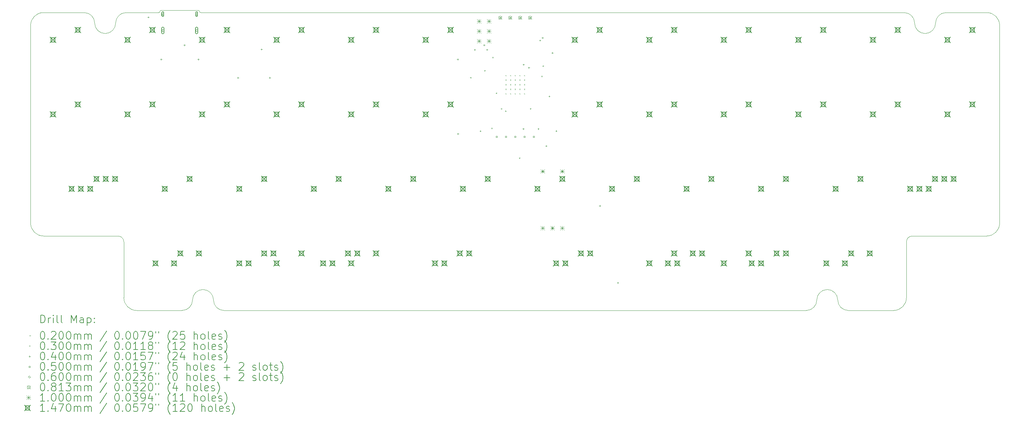
<source format=gbr>
%TF.GenerationSoftware,KiCad,Pcbnew,7.0.6*%
%TF.CreationDate,2023-08-25T16:14:01-04:00*%
%TF.ProjectId,Vault45_alpha,5661756c-7434-4355-9f61-6c7068612e6b,rev?*%
%TF.SameCoordinates,PX198c50aPY6631428*%
%TF.FileFunction,Drillmap*%
%TF.FilePolarity,Positive*%
%FSLAX45Y45*%
G04 Gerber Fmt 4.5, Leading zero omitted, Abs format (unit mm)*
G04 Created by KiCad (PCBNEW 7.0.6) date 2023-08-25 16:14:01*
%MOMM*%
%LPD*%
G01*
G04 APERTURE LIST*
%ADD10C,0.100000*%
%ADD11C,0.200000*%
%ADD12C,0.020000*%
%ADD13C,0.030000*%
%ADD14C,0.040000*%
%ADD15C,0.050000*%
%ADD16C,0.060000*%
%ADD17C,0.081280*%
%ADD18C,0.147000*%
G04 APERTURE END LIST*
D10*
X1369222Y7620019D02*
X327423Y7620019D01*
X3274227Y7620019D02*
X2440787Y7620019D01*
X22324275Y7620019D02*
X4345792Y7620019D01*
X23395840Y7620019D02*
X24437640Y7620019D01*
X23395840Y7620019D02*
G75*
G03*
X23127949Y7352128I0J-267891D01*
G01*
X22592166Y7352128D02*
G75*
G03*
X22324275Y7620019I-267891J0D01*
G01*
X22592166Y7352128D02*
G75*
G03*
X22860058Y7084237I267891J0D01*
G01*
X22860058Y7084237D02*
G75*
G03*
X23127949Y7352128I0J267891D01*
G01*
X1637113Y7352128D02*
G75*
G03*
X1369222Y7620019I-267891J0D01*
G01*
X2440787Y7620019D02*
G75*
G03*
X2172896Y7352128I0J-267891D01*
G01*
X1905005Y7084237D02*
G75*
G03*
X2172896Y7352128I0J267891D01*
G01*
X1637113Y7352128D02*
G75*
G03*
X1905005Y7084237I267891J0D01*
G01*
X20895521Y0D02*
X22056384Y0D01*
X4941106Y0D02*
X19823956Y0D01*
X2708679Y0D02*
X3869541Y0D01*
X3869541Y0D02*
G75*
G03*
X4137432Y267891I0J267891D01*
G01*
X4673215Y267891D02*
G75*
G03*
X4941106Y0I267891J0D01*
G01*
X4673215Y267891D02*
G75*
G03*
X4405324Y535783I-267891J0D01*
G01*
X4405324Y535783D02*
G75*
G03*
X4137432Y267891I0J-267891D01*
G01*
X19823956Y0D02*
G75*
G03*
X20091848Y267891I0J267891D01*
G01*
X20627630Y267891D02*
G75*
G03*
X20895521Y0I267891J0D01*
G01*
X20627630Y267891D02*
G75*
G03*
X20359739Y535783I-267891J0D01*
G01*
X20359739Y535783D02*
G75*
G03*
X20091848Y267891I0J-267891D01*
G01*
X3333762Y7679532D02*
G75*
G03*
X3303997Y7649767I5J-29770D01*
G01*
X24437644Y1904987D02*
X22532639Y1904987D01*
X4316038Y7649767D02*
G75*
G03*
X4286265Y7679533I-29771J-5D01*
G01*
X3333762Y7679533D02*
X4286265Y7679533D01*
X3274231Y7619992D02*
G75*
G03*
X3303997Y7649767I-4J29770D01*
G01*
X2Y2232410D02*
G75*
G03*
X327427Y1904987I327425J3D01*
G01*
X22532639Y1904989D02*
G75*
G03*
X22383810Y1756158I-2J-148827D01*
G01*
X4Y2232410D02*
X4Y7292578D01*
X2381260Y327405D02*
X2381260Y1756158D01*
X2232432Y1904987D02*
X327427Y1904987D01*
X22056388Y-21D02*
G75*
G03*
X22383810Y327405I-1J327423D01*
G01*
X24765066Y7292578D02*
G75*
G03*
X24437644Y7620001I-327419J4D01*
G01*
X24765066Y7292578D02*
X24765066Y2232410D01*
X2381252Y1756158D02*
G75*
G03*
X2232432Y1904987I-148825J4D01*
G01*
X22383810Y1756158D02*
X22383810Y327405D01*
X24437644Y1904993D02*
G75*
G03*
X24765066Y2232410I3J327419D01*
G01*
X2381267Y327405D02*
G75*
G03*
X2708683Y-18I327420J-3D01*
G01*
X4316036Y7649767D02*
G75*
G03*
X4345796Y7620001I29761J-5D01*
G01*
X327427Y7620001D02*
G75*
G03*
X4Y7292578I0J-327423D01*
G01*
D11*
D12*
X12137500Y6023518D02*
X12157500Y6003518D01*
X12157500Y6023518D02*
X12137500Y6003518D01*
X12137500Y5906018D02*
X12157500Y5886018D01*
X12157500Y5906018D02*
X12137500Y5886018D01*
X12137500Y5788518D02*
X12157500Y5768518D01*
X12157500Y5788518D02*
X12137500Y5768518D01*
X12137500Y5671018D02*
X12157500Y5651018D01*
X12157500Y5671018D02*
X12137500Y5651018D01*
X12137500Y5553518D02*
X12157500Y5533518D01*
X12157500Y5553518D02*
X12137500Y5533518D01*
X12255000Y6023518D02*
X12275000Y6003518D01*
X12275000Y6023518D02*
X12255000Y6003518D01*
X12255000Y5906018D02*
X12275000Y5886018D01*
X12275000Y5906018D02*
X12255000Y5886018D01*
X12255000Y5788518D02*
X12275000Y5768518D01*
X12275000Y5788518D02*
X12255000Y5768518D01*
X12255000Y5671018D02*
X12275000Y5651018D01*
X12275000Y5671018D02*
X12255000Y5651018D01*
X12255000Y5553518D02*
X12275000Y5533518D01*
X12275000Y5553518D02*
X12255000Y5533518D01*
X12372500Y6023518D02*
X12392500Y6003518D01*
X12392500Y6023518D02*
X12372500Y6003518D01*
X12372500Y5906018D02*
X12392500Y5886018D01*
X12392500Y5906018D02*
X12372500Y5886018D01*
X12372500Y5788518D02*
X12392500Y5768518D01*
X12392500Y5788518D02*
X12372500Y5768518D01*
X12372500Y5671018D02*
X12392500Y5651018D01*
X12392500Y5671018D02*
X12372500Y5651018D01*
X12372500Y5553518D02*
X12392500Y5533518D01*
X12392500Y5553518D02*
X12372500Y5533518D01*
X12490000Y6023518D02*
X12510000Y6003518D01*
X12510000Y6023518D02*
X12490000Y6003518D01*
X12490000Y5906018D02*
X12510000Y5886018D01*
X12510000Y5906018D02*
X12490000Y5886018D01*
X12490000Y5788518D02*
X12510000Y5768518D01*
X12510000Y5788518D02*
X12490000Y5768518D01*
X12490000Y5671018D02*
X12510000Y5651018D01*
X12510000Y5671018D02*
X12490000Y5651018D01*
X12490000Y5553518D02*
X12510000Y5533518D01*
X12510000Y5553518D02*
X12490000Y5533518D01*
X12607500Y6023518D02*
X12627500Y6003518D01*
X12627500Y6023518D02*
X12607500Y6003518D01*
X12607500Y5906018D02*
X12627500Y5886018D01*
X12627500Y5906018D02*
X12607500Y5886018D01*
X12607500Y5788518D02*
X12627500Y5768518D01*
X12627500Y5788518D02*
X12607500Y5768518D01*
X12607500Y5671018D02*
X12627500Y5651018D01*
X12627500Y5671018D02*
X12607500Y5651018D01*
X12607500Y5553518D02*
X12627500Y5533518D01*
X12627500Y5553518D02*
X12607500Y5533518D01*
D13*
X11266435Y5953140D02*
G75*
G03*
X11266435Y5953140I-15000J0D01*
G01*
X11623603Y6131724D02*
G75*
G03*
X11623603Y6131724I-15000J0D01*
G01*
X11683125Y6667500D02*
G75*
G03*
X11683125Y6667500I-15000J0D01*
G01*
X11805764Y4654690D02*
G75*
G03*
X11805764Y4654690I-15000J0D01*
G01*
X11831408Y6467870D02*
G75*
G03*
X11831408Y6467870I-15000J0D01*
G01*
X11921250Y5556250D02*
G75*
G03*
X11921250Y5556250I-15000J0D01*
G01*
X12051429Y5155595D02*
G75*
G03*
X12051429Y5155595I-15000J0D01*
G01*
X12157378Y5095135D02*
G75*
G03*
X12157378Y5095135I-15000J0D01*
G01*
X12514094Y3894899D02*
G75*
G03*
X12514094Y3894899I-15000J0D01*
G01*
X12794375Y5159375D02*
G75*
G03*
X12794375Y5159375I-15000J0D01*
G01*
X13085533Y5986408D02*
G75*
G03*
X13085533Y5986408I-15000J0D01*
G01*
X13117136Y6250568D02*
G75*
G03*
X13117136Y6250568I-15000J0D01*
G01*
D14*
X3006340Y7520938D02*
X3006340Y7480938D01*
X2986340Y7500938D02*
X3026340Y7500938D01*
X3333753Y6443125D02*
X3333753Y6403125D01*
X3313753Y6423125D02*
X3353753Y6423125D01*
X3929076Y6806562D02*
X3929076Y6766562D01*
X3909076Y6786562D02*
X3949076Y6786562D01*
X4286254Y6443125D02*
X4286254Y6403125D01*
X4266254Y6423125D02*
X4306254Y6423125D01*
X5298299Y5973122D02*
X5298299Y5933122D01*
X5278299Y5953122D02*
X5318299Y5953122D01*
X5900005Y6699849D02*
X5900005Y6659849D01*
X5880005Y6679849D02*
X5920005Y6679849D01*
X6111875Y5973130D02*
X6111875Y5933130D01*
X6091875Y5953130D02*
X6131875Y5953130D01*
X10914432Y6442914D02*
X10914432Y6402914D01*
X10894432Y6422914D02*
X10934432Y6422914D01*
X10920080Y4539481D02*
X10920080Y4499481D01*
X10900080Y4519481D02*
X10940080Y4519481D01*
X11350625Y6687500D02*
X11350625Y6647500D01*
X11330625Y6667500D02*
X11370625Y6667500D01*
X11493519Y4607894D02*
X11493519Y4567894D01*
X11473519Y4587894D02*
X11513519Y4587894D01*
X11588748Y6806568D02*
X11588748Y6766568D01*
X11568748Y6786568D02*
X11608748Y6786568D01*
X12590499Y4665784D02*
X12590499Y4625784D01*
X12570499Y4645784D02*
X12610499Y4645784D01*
X12595888Y6311038D02*
X12595888Y6271038D01*
X12575888Y6291038D02*
X12615888Y6291038D01*
X12733570Y6232735D02*
X12733570Y6192735D01*
X12713570Y6212735D02*
X12753570Y6212735D01*
X12974760Y4665784D02*
X12974760Y4625784D01*
X12954760Y4645784D02*
X12994760Y4645784D01*
X13019135Y6928500D02*
X13019135Y6888500D01*
X12999135Y6908500D02*
X13039135Y6908500D01*
X13081575Y6992181D02*
X13081575Y6952181D01*
X13061575Y6972181D02*
X13101575Y6972181D01*
X13176250Y4226875D02*
X13176250Y4186875D01*
X13156250Y4206875D02*
X13196250Y4206875D01*
X13255625Y5496875D02*
X13255625Y5456875D01*
X13235625Y5476875D02*
X13275625Y5476875D01*
X13335000Y6608125D02*
X13335000Y6568125D01*
X13315000Y6588125D02*
X13355000Y6588125D01*
X13433482Y4612236D02*
X13433482Y4572236D01*
X13413482Y4592236D02*
X13453482Y4592236D01*
X14548958Y2699073D02*
X14548958Y2659073D01*
X14528958Y2679073D02*
X14568958Y2679073D01*
X15008125Y728125D02*
X15008125Y688125D01*
X14988125Y708125D02*
X15028125Y708125D01*
D15*
X3395681Y7562703D02*
X3395681Y7598059D01*
X3360325Y7598059D01*
X3360325Y7562703D01*
X3395681Y7562703D01*
D11*
X3353003Y7615381D02*
X3353003Y7545381D01*
X3353003Y7545381D02*
G75*
G03*
X3403003Y7545381I25000J0D01*
G01*
X3403003Y7545381D02*
X3403003Y7615381D01*
X3403003Y7615381D02*
G75*
G03*
X3353003Y7615381I-25000J0D01*
G01*
D15*
X4259681Y7562703D02*
X4259681Y7598059D01*
X4224325Y7598059D01*
X4224325Y7562703D01*
X4259681Y7562703D01*
D11*
X4217003Y7615381D02*
X4217003Y7545381D01*
X4217003Y7545381D02*
G75*
G03*
X4267003Y7545381I25000J0D01*
G01*
X4267003Y7545381D02*
X4267003Y7615381D01*
X4267003Y7615381D02*
G75*
G03*
X4217003Y7615381I-25000J0D01*
G01*
D15*
X11923928Y4427322D02*
X11923928Y4462678D01*
X11888572Y4462678D01*
X11888572Y4427322D01*
X11923928Y4427322D01*
X12162053Y4427322D02*
X12162053Y4462678D01*
X12126697Y4462678D01*
X12126697Y4427322D01*
X12162053Y4427322D01*
X12400178Y4427322D02*
X12400178Y4462678D01*
X12364822Y4462678D01*
X12364822Y4427322D01*
X12400178Y4427322D01*
X12638303Y4427322D02*
X12638303Y4462678D01*
X12602947Y4462678D01*
X12602947Y4427322D01*
X12638303Y4427322D01*
X12876428Y4427322D02*
X12876428Y4462678D01*
X12841072Y4462678D01*
X12841072Y4427322D01*
X12876428Y4427322D01*
D16*
X3378003Y7132381D02*
X3408003Y7162381D01*
X3378003Y7192381D01*
X3348003Y7162381D01*
X3378003Y7132381D01*
D11*
X3348003Y7217381D02*
X3348003Y7107381D01*
X3348003Y7107381D02*
G75*
G03*
X3408003Y7107381I30000J0D01*
G01*
X3408003Y7107381D02*
X3408003Y7217381D01*
X3408003Y7217381D02*
G75*
G03*
X3348003Y7217381I-30000J0D01*
G01*
D16*
X4242003Y7132381D02*
X4272003Y7162381D01*
X4242003Y7192381D01*
X4212003Y7162381D01*
X4242003Y7132381D01*
D11*
X4212003Y7217381D02*
X4212003Y7107381D01*
X4212003Y7107381D02*
G75*
G03*
X4272003Y7107381I30000J0D01*
G01*
X4272003Y7107381D02*
X4272003Y7217381D01*
X4272003Y7217381D02*
G75*
G03*
X4212003Y7217381I-30000J0D01*
G01*
D17*
X11960870Y7528645D02*
X12042150Y7447365D01*
X12042150Y7528645D02*
X11960870Y7447365D01*
X12042150Y7488005D02*
G75*
G03*
X12042150Y7488005I-40640J0D01*
G01*
X12214870Y7528645D02*
X12296150Y7447365D01*
X12296150Y7528645D02*
X12214870Y7447365D01*
X12296150Y7488005D02*
G75*
G03*
X12296150Y7488005I-40640J0D01*
G01*
X12468870Y7528645D02*
X12550150Y7447365D01*
X12550150Y7528645D02*
X12468870Y7447365D01*
X12550150Y7488005D02*
G75*
G03*
X12550150Y7488005I-40640J0D01*
G01*
X12722870Y7528645D02*
X12804150Y7447365D01*
X12804150Y7528645D02*
X12722870Y7447365D01*
X12804150Y7488005D02*
G75*
G03*
X12804150Y7488005I-40640J0D01*
G01*
D10*
X11411750Y7447750D02*
X11511750Y7347750D01*
X11511750Y7447750D02*
X11411750Y7347750D01*
X11461750Y7447750D02*
X11461750Y7347750D01*
X11411750Y7397750D02*
X11511750Y7397750D01*
X11411750Y7193750D02*
X11511750Y7093750D01*
X11511750Y7193750D02*
X11411750Y7093750D01*
X11461750Y7193750D02*
X11461750Y7093750D01*
X11411750Y7143750D02*
X11511750Y7143750D01*
X11411750Y6939750D02*
X11511750Y6839750D01*
X11511750Y6939750D02*
X11411750Y6839750D01*
X11461750Y6939750D02*
X11461750Y6839750D01*
X11411750Y6889750D02*
X11511750Y6889750D01*
X11665750Y7447750D02*
X11765750Y7347750D01*
X11765750Y7447750D02*
X11665750Y7347750D01*
X11715750Y7447750D02*
X11715750Y7347750D01*
X11665750Y7397750D02*
X11765750Y7397750D01*
X11665750Y7193750D02*
X11765750Y7093750D01*
X11765750Y7193750D02*
X11665750Y7093750D01*
X11715750Y7193750D02*
X11715750Y7093750D01*
X11665750Y7143750D02*
X11765750Y7143750D01*
X11665750Y6939750D02*
X11765750Y6839750D01*
X11765750Y6939750D02*
X11665750Y6839750D01*
X11715750Y6939750D02*
X11715750Y6839750D01*
X11665750Y6889750D02*
X11765750Y6889750D01*
X13035000Y3609830D02*
X13135000Y3509830D01*
X13135000Y3609830D02*
X13035000Y3509830D01*
X13085000Y3609830D02*
X13085000Y3509830D01*
X13035000Y3559830D02*
X13135000Y3559830D01*
X13035000Y2159830D02*
X13135000Y2059830D01*
X13135000Y2159830D02*
X13035000Y2059830D01*
X13085000Y2159830D02*
X13085000Y2059830D01*
X13035000Y2109830D02*
X13135000Y2109830D01*
X13285000Y2159830D02*
X13385000Y2059830D01*
X13385000Y2159830D02*
X13285000Y2059830D01*
X13335000Y2159830D02*
X13335000Y2059830D01*
X13285000Y2109830D02*
X13385000Y2109830D01*
X13535000Y3609830D02*
X13635000Y3509830D01*
X13635000Y3609830D02*
X13535000Y3509830D01*
X13585000Y3609830D02*
X13585000Y3509830D01*
X13535000Y3559830D02*
X13635000Y3559830D01*
X13535000Y2159830D02*
X13635000Y2059830D01*
X13635000Y2159830D02*
X13535000Y2059830D01*
X13585000Y2159830D02*
X13585000Y2059830D01*
X13535000Y2109830D02*
X13635000Y2109830D01*
D18*
X498000Y6995000D02*
X645000Y6848000D01*
X645000Y6995000D02*
X498000Y6848000D01*
X623473Y6869527D02*
X623473Y6973473D01*
X519527Y6973473D01*
X519527Y6869527D01*
X623473Y6869527D01*
X498000Y5090000D02*
X645000Y4943000D01*
X645000Y5090000D02*
X498000Y4943000D01*
X623473Y4964527D02*
X623473Y5068473D01*
X519527Y5068473D01*
X519527Y4964527D01*
X623473Y4964527D01*
X974250Y3185000D02*
X1121250Y3038000D01*
X1121250Y3185000D02*
X974250Y3038000D01*
X1099723Y3059527D02*
X1099723Y3163473D01*
X995777Y3163473D01*
X995777Y3059527D01*
X1099723Y3059527D01*
X1133000Y7249000D02*
X1280000Y7102000D01*
X1280000Y7249000D02*
X1133000Y7102000D01*
X1258473Y7123527D02*
X1258473Y7227473D01*
X1154527Y7227473D01*
X1154527Y7123527D01*
X1258473Y7123527D01*
X1133000Y5344000D02*
X1280000Y5197000D01*
X1280000Y5344000D02*
X1133000Y5197000D01*
X1258473Y5218527D02*
X1258473Y5322473D01*
X1154527Y5322473D01*
X1154527Y5218527D01*
X1258473Y5218527D01*
X1212375Y3185000D02*
X1359375Y3038000D01*
X1359375Y3185000D02*
X1212375Y3038000D01*
X1337848Y3059527D02*
X1337848Y3163473D01*
X1233902Y3163473D01*
X1233902Y3059527D01*
X1337848Y3059527D01*
X1450500Y3185000D02*
X1597500Y3038000D01*
X1597500Y3185000D02*
X1450500Y3038000D01*
X1575973Y3059527D02*
X1575973Y3163473D01*
X1472027Y3163473D01*
X1472027Y3059527D01*
X1575973Y3059527D01*
X1609250Y3439000D02*
X1756250Y3292000D01*
X1756250Y3439000D02*
X1609250Y3292000D01*
X1734723Y3313527D02*
X1734723Y3417473D01*
X1630777Y3417473D01*
X1630777Y3313527D01*
X1734723Y3313527D01*
X1847375Y3439000D02*
X1994375Y3292000D01*
X1994375Y3439000D02*
X1847375Y3292000D01*
X1972848Y3313527D02*
X1972848Y3417473D01*
X1868902Y3417473D01*
X1868902Y3313527D01*
X1972848Y3313527D01*
X2085500Y3439000D02*
X2232500Y3292000D01*
X2232500Y3439000D02*
X2085500Y3292000D01*
X2210973Y3313527D02*
X2210973Y3417473D01*
X2107027Y3417473D01*
X2107027Y3313527D01*
X2210973Y3313527D01*
X2403000Y6995000D02*
X2550000Y6848000D01*
X2550000Y6995000D02*
X2403000Y6848000D01*
X2528473Y6869527D02*
X2528473Y6973473D01*
X2424527Y6973473D01*
X2424527Y6869527D01*
X2528473Y6869527D01*
X2403000Y5090000D02*
X2550000Y4943000D01*
X2550000Y5090000D02*
X2403000Y4943000D01*
X2528473Y4964527D02*
X2528473Y5068473D01*
X2424527Y5068473D01*
X2424527Y4964527D01*
X2528473Y4964527D01*
X3038000Y7249000D02*
X3185000Y7102000D01*
X3185000Y7249000D02*
X3038000Y7102000D01*
X3163473Y7123527D02*
X3163473Y7227473D01*
X3059527Y7227473D01*
X3059527Y7123527D01*
X3163473Y7123527D01*
X3038000Y5344000D02*
X3185000Y5197000D01*
X3185000Y5344000D02*
X3038000Y5197000D01*
X3163473Y5218527D02*
X3163473Y5322473D01*
X3059527Y5322473D01*
X3059527Y5218527D01*
X3163473Y5218527D01*
X3117375Y1280000D02*
X3264375Y1133000D01*
X3264375Y1280000D02*
X3117375Y1133000D01*
X3242848Y1154527D02*
X3242848Y1258473D01*
X3138902Y1258473D01*
X3138902Y1154527D01*
X3242848Y1154527D01*
X3355500Y3185000D02*
X3502500Y3038000D01*
X3502500Y3185000D02*
X3355500Y3038000D01*
X3480973Y3059527D02*
X3480973Y3163473D01*
X3377027Y3163473D01*
X3377027Y3059527D01*
X3480973Y3059527D01*
X3593625Y1280000D02*
X3740625Y1133000D01*
X3740625Y1280000D02*
X3593625Y1133000D01*
X3719098Y1154527D02*
X3719098Y1258473D01*
X3615152Y1258473D01*
X3615152Y1154527D01*
X3719098Y1154527D01*
X3752375Y1534000D02*
X3899375Y1387000D01*
X3899375Y1534000D02*
X3752375Y1387000D01*
X3877848Y1408527D02*
X3877848Y1512473D01*
X3773902Y1512473D01*
X3773902Y1408527D01*
X3877848Y1408527D01*
X3990500Y3439000D02*
X4137500Y3292000D01*
X4137500Y3439000D02*
X3990500Y3292000D01*
X4115973Y3313527D02*
X4115973Y3417473D01*
X4012027Y3417473D01*
X4012027Y3313527D01*
X4115973Y3313527D01*
X4228625Y1534000D02*
X4375625Y1387000D01*
X4375625Y1534000D02*
X4228625Y1387000D01*
X4354098Y1408527D02*
X4354098Y1512473D01*
X4250152Y1512473D01*
X4250152Y1408527D01*
X4354098Y1408527D01*
X4308000Y6995000D02*
X4455000Y6848000D01*
X4455000Y6995000D02*
X4308000Y6848000D01*
X4433473Y6869527D02*
X4433473Y6973473D01*
X4329527Y6973473D01*
X4329527Y6869527D01*
X4433473Y6869527D01*
X4308000Y5090000D02*
X4455000Y4943000D01*
X4455000Y5090000D02*
X4308000Y4943000D01*
X4433473Y4964527D02*
X4433473Y5068473D01*
X4329527Y5068473D01*
X4329527Y4964527D01*
X4433473Y4964527D01*
X4943000Y7249000D02*
X5090000Y7102000D01*
X5090000Y7249000D02*
X4943000Y7102000D01*
X5068473Y7123527D02*
X5068473Y7227473D01*
X4964527Y7227473D01*
X4964527Y7123527D01*
X5068473Y7123527D01*
X4943000Y5344000D02*
X5090000Y5197000D01*
X5090000Y5344000D02*
X4943000Y5197000D01*
X5068473Y5218527D02*
X5068473Y5322473D01*
X4964527Y5322473D01*
X4964527Y5218527D01*
X5068473Y5218527D01*
X5260500Y3185000D02*
X5407500Y3038000D01*
X5407500Y3185000D02*
X5260500Y3038000D01*
X5385973Y3059527D02*
X5385973Y3163473D01*
X5282027Y3163473D01*
X5282027Y3059527D01*
X5385973Y3059527D01*
X5260500Y1280000D02*
X5407500Y1133000D01*
X5407500Y1280000D02*
X5260500Y1133000D01*
X5385973Y1154527D02*
X5385973Y1258473D01*
X5282027Y1258473D01*
X5282027Y1154527D01*
X5385973Y1154527D01*
X5498625Y1280000D02*
X5645625Y1133000D01*
X5645625Y1280000D02*
X5498625Y1133000D01*
X5624098Y1154527D02*
X5624098Y1258473D01*
X5520152Y1258473D01*
X5520152Y1154527D01*
X5624098Y1154527D01*
X5895500Y3439000D02*
X6042500Y3292000D01*
X6042500Y3439000D02*
X5895500Y3292000D01*
X6020973Y3313527D02*
X6020973Y3417473D01*
X5917027Y3417473D01*
X5917027Y3313527D01*
X6020973Y3313527D01*
X5895500Y1534000D02*
X6042500Y1387000D01*
X6042500Y1534000D02*
X5895500Y1387000D01*
X6020973Y1408527D02*
X6020973Y1512473D01*
X5917027Y1512473D01*
X5917027Y1408527D01*
X6020973Y1408527D01*
X6133625Y1534000D02*
X6280625Y1387000D01*
X6280625Y1534000D02*
X6133625Y1387000D01*
X6259098Y1408527D02*
X6259098Y1512473D01*
X6155152Y1512473D01*
X6155152Y1408527D01*
X6259098Y1408527D01*
X6213000Y6995000D02*
X6360000Y6848000D01*
X6360000Y6995000D02*
X6213000Y6848000D01*
X6338473Y6869527D02*
X6338473Y6973473D01*
X6234527Y6973473D01*
X6234527Y6869527D01*
X6338473Y6869527D01*
X6213000Y5090000D02*
X6360000Y4943000D01*
X6360000Y5090000D02*
X6213000Y4943000D01*
X6338473Y4964527D02*
X6338473Y5068473D01*
X6234527Y5068473D01*
X6234527Y4964527D01*
X6338473Y4964527D01*
X6213000Y1280000D02*
X6360000Y1133000D01*
X6360000Y1280000D02*
X6213000Y1133000D01*
X6338473Y1154527D02*
X6338473Y1258473D01*
X6234527Y1258473D01*
X6234527Y1154527D01*
X6338473Y1154527D01*
X6848000Y7249000D02*
X6995000Y7102000D01*
X6995000Y7249000D02*
X6848000Y7102000D01*
X6973473Y7123527D02*
X6973473Y7227473D01*
X6869527Y7227473D01*
X6869527Y7123527D01*
X6973473Y7123527D01*
X6848000Y5344000D02*
X6995000Y5197000D01*
X6995000Y5344000D02*
X6848000Y5197000D01*
X6973473Y5218527D02*
X6973473Y5322473D01*
X6869527Y5322473D01*
X6869527Y5218527D01*
X6973473Y5218527D01*
X6848000Y1534000D02*
X6995000Y1387000D01*
X6995000Y1534000D02*
X6848000Y1387000D01*
X6973473Y1408527D02*
X6973473Y1512473D01*
X6869527Y1512473D01*
X6869527Y1408527D01*
X6973473Y1408527D01*
X7165500Y3185000D02*
X7312500Y3038000D01*
X7312500Y3185000D02*
X7165500Y3038000D01*
X7290973Y3059527D02*
X7290973Y3163473D01*
X7187027Y3163473D01*
X7187027Y3059527D01*
X7290973Y3059527D01*
X7403625Y1280000D02*
X7550625Y1133000D01*
X7550625Y1280000D02*
X7403625Y1133000D01*
X7529098Y1154527D02*
X7529098Y1258473D01*
X7425152Y1258473D01*
X7425152Y1154527D01*
X7529098Y1154527D01*
X7641750Y1280000D02*
X7788750Y1133000D01*
X7788750Y1280000D02*
X7641750Y1133000D01*
X7767223Y1154527D02*
X7767223Y1258473D01*
X7663277Y1258473D01*
X7663277Y1154527D01*
X7767223Y1154527D01*
X7800500Y3439000D02*
X7947500Y3292000D01*
X7947500Y3439000D02*
X7800500Y3292000D01*
X7925973Y3313527D02*
X7925973Y3417473D01*
X7822027Y3417473D01*
X7822027Y3313527D01*
X7925973Y3313527D01*
X8038625Y1534000D02*
X8185625Y1387000D01*
X8185625Y1534000D02*
X8038625Y1387000D01*
X8164098Y1408527D02*
X8164098Y1512473D01*
X8060152Y1512473D01*
X8060152Y1408527D01*
X8164098Y1408527D01*
X8118000Y6995000D02*
X8265000Y6848000D01*
X8265000Y6995000D02*
X8118000Y6848000D01*
X8243473Y6869527D02*
X8243473Y6973473D01*
X8139527Y6973473D01*
X8139527Y6869527D01*
X8243473Y6869527D01*
X8118000Y5090000D02*
X8265000Y4943000D01*
X8265000Y5090000D02*
X8118000Y4943000D01*
X8243473Y4964527D02*
X8243473Y5068473D01*
X8139527Y5068473D01*
X8139527Y4964527D01*
X8243473Y4964527D01*
X8118000Y1280000D02*
X8265000Y1133000D01*
X8265000Y1280000D02*
X8118000Y1133000D01*
X8243473Y1154527D02*
X8243473Y1258473D01*
X8139527Y1258473D01*
X8139527Y1154527D01*
X8243473Y1154527D01*
X8276750Y1534000D02*
X8423750Y1387000D01*
X8423750Y1534000D02*
X8276750Y1387000D01*
X8402223Y1408527D02*
X8402223Y1512473D01*
X8298277Y1512473D01*
X8298277Y1408527D01*
X8402223Y1408527D01*
X8753000Y7249000D02*
X8900000Y7102000D01*
X8900000Y7249000D02*
X8753000Y7102000D01*
X8878473Y7123527D02*
X8878473Y7227473D01*
X8774527Y7227473D01*
X8774527Y7123527D01*
X8878473Y7123527D01*
X8753000Y5344000D02*
X8900000Y5197000D01*
X8900000Y5344000D02*
X8753000Y5197000D01*
X8878473Y5218527D02*
X8878473Y5322473D01*
X8774527Y5322473D01*
X8774527Y5218527D01*
X8878473Y5218527D01*
X8753000Y1534000D02*
X8900000Y1387000D01*
X8900000Y1534000D02*
X8753000Y1387000D01*
X8878473Y1408527D02*
X8878473Y1512473D01*
X8774527Y1512473D01*
X8774527Y1408527D01*
X8878473Y1408527D01*
X9070500Y3185000D02*
X9217500Y3038000D01*
X9217500Y3185000D02*
X9070500Y3038000D01*
X9195973Y3059527D02*
X9195973Y3163473D01*
X9092027Y3163473D01*
X9092027Y3059527D01*
X9195973Y3059527D01*
X9705500Y3439000D02*
X9852500Y3292000D01*
X9852500Y3439000D02*
X9705500Y3292000D01*
X9830973Y3313527D02*
X9830973Y3417473D01*
X9727027Y3417473D01*
X9727027Y3313527D01*
X9830973Y3313527D01*
X10023000Y6995000D02*
X10170000Y6848000D01*
X10170000Y6995000D02*
X10023000Y6848000D01*
X10148473Y6869527D02*
X10148473Y6973473D01*
X10044527Y6973473D01*
X10044527Y6869527D01*
X10148473Y6869527D01*
X10023000Y5090000D02*
X10170000Y4943000D01*
X10170000Y5090000D02*
X10023000Y4943000D01*
X10148473Y4964527D02*
X10148473Y5068473D01*
X10044527Y5068473D01*
X10044527Y4964527D01*
X10148473Y4964527D01*
X10261125Y1280000D02*
X10408125Y1133000D01*
X10408125Y1280000D02*
X10261125Y1133000D01*
X10386598Y1154527D02*
X10386598Y1258473D01*
X10282652Y1258473D01*
X10282652Y1154527D01*
X10386598Y1154527D01*
X10499250Y1280000D02*
X10646250Y1133000D01*
X10646250Y1280000D02*
X10499250Y1133000D01*
X10624723Y1154527D02*
X10624723Y1258473D01*
X10520777Y1258473D01*
X10520777Y1154527D01*
X10624723Y1154527D01*
X10658000Y7249000D02*
X10805000Y7102000D01*
X10805000Y7249000D02*
X10658000Y7102000D01*
X10783473Y7123527D02*
X10783473Y7227473D01*
X10679527Y7227473D01*
X10679527Y7123527D01*
X10783473Y7123527D01*
X10658000Y5344000D02*
X10805000Y5197000D01*
X10805000Y5344000D02*
X10658000Y5197000D01*
X10783473Y5218527D02*
X10783473Y5322473D01*
X10679527Y5322473D01*
X10679527Y5218527D01*
X10783473Y5218527D01*
X10896125Y1534000D02*
X11043125Y1387000D01*
X11043125Y1534000D02*
X10896125Y1387000D01*
X11021598Y1408527D02*
X11021598Y1512473D01*
X10917652Y1512473D01*
X10917652Y1408527D01*
X11021598Y1408527D01*
X10975500Y3185000D02*
X11122500Y3038000D01*
X11122500Y3185000D02*
X10975500Y3038000D01*
X11100973Y3059527D02*
X11100973Y3163473D01*
X10997027Y3163473D01*
X10997027Y3059527D01*
X11100973Y3059527D01*
X11134250Y1534000D02*
X11281250Y1387000D01*
X11281250Y1534000D02*
X11134250Y1387000D01*
X11259723Y1408527D02*
X11259723Y1512473D01*
X11155777Y1512473D01*
X11155777Y1408527D01*
X11259723Y1408527D01*
X11610500Y3439000D02*
X11757500Y3292000D01*
X11757500Y3439000D02*
X11610500Y3292000D01*
X11735973Y3313527D02*
X11735973Y3417473D01*
X11632027Y3417473D01*
X11632027Y3313527D01*
X11735973Y3313527D01*
X12880500Y3185000D02*
X13027500Y3038000D01*
X13027500Y3185000D02*
X12880500Y3038000D01*
X13005973Y3059527D02*
X13005973Y3163473D01*
X12902027Y3163473D01*
X12902027Y3059527D01*
X13005973Y3059527D01*
X13356750Y1280000D02*
X13503750Y1133000D01*
X13503750Y1280000D02*
X13356750Y1133000D01*
X13482223Y1154527D02*
X13482223Y1258473D01*
X13378277Y1258473D01*
X13378277Y1154527D01*
X13482223Y1154527D01*
X13515500Y3439000D02*
X13662500Y3292000D01*
X13662500Y3439000D02*
X13515500Y3292000D01*
X13640973Y3313527D02*
X13640973Y3417473D01*
X13537027Y3417473D01*
X13537027Y3313527D01*
X13640973Y3313527D01*
X13594875Y1280000D02*
X13741875Y1133000D01*
X13741875Y1280000D02*
X13594875Y1133000D01*
X13720348Y1154527D02*
X13720348Y1258473D01*
X13616402Y1258473D01*
X13616402Y1154527D01*
X13720348Y1154527D01*
X13833000Y6995000D02*
X13980000Y6848000D01*
X13980000Y6995000D02*
X13833000Y6848000D01*
X13958473Y6869527D02*
X13958473Y6973473D01*
X13854527Y6973473D01*
X13854527Y6869527D01*
X13958473Y6869527D01*
X13833000Y5090000D02*
X13980000Y4943000D01*
X13980000Y5090000D02*
X13833000Y4943000D01*
X13958473Y4964527D02*
X13958473Y5068473D01*
X13854527Y5068473D01*
X13854527Y4964527D01*
X13958473Y4964527D01*
X13991750Y1534000D02*
X14138750Y1387000D01*
X14138750Y1534000D02*
X13991750Y1387000D01*
X14117223Y1408527D02*
X14117223Y1512473D01*
X14013277Y1512473D01*
X14013277Y1408527D01*
X14117223Y1408527D01*
X14229875Y1534000D02*
X14376875Y1387000D01*
X14376875Y1534000D02*
X14229875Y1387000D01*
X14355348Y1408527D02*
X14355348Y1512473D01*
X14251402Y1512473D01*
X14251402Y1408527D01*
X14355348Y1408527D01*
X14468000Y7249000D02*
X14615000Y7102000D01*
X14615000Y7249000D02*
X14468000Y7102000D01*
X14593473Y7123527D02*
X14593473Y7227473D01*
X14489527Y7227473D01*
X14489527Y7123527D01*
X14593473Y7123527D01*
X14468000Y5344000D02*
X14615000Y5197000D01*
X14615000Y5344000D02*
X14468000Y5197000D01*
X14593473Y5218527D02*
X14593473Y5322473D01*
X14489527Y5322473D01*
X14489527Y5218527D01*
X14593473Y5218527D01*
X14785500Y3185000D02*
X14932500Y3038000D01*
X14932500Y3185000D02*
X14785500Y3038000D01*
X14910973Y3059527D02*
X14910973Y3163473D01*
X14807027Y3163473D01*
X14807027Y3059527D01*
X14910973Y3059527D01*
X15420500Y3439000D02*
X15567500Y3292000D01*
X15567500Y3439000D02*
X15420500Y3292000D01*
X15545973Y3313527D02*
X15545973Y3417473D01*
X15442027Y3417473D01*
X15442027Y3313527D01*
X15545973Y3313527D01*
X15738000Y6995000D02*
X15885000Y6848000D01*
X15885000Y6995000D02*
X15738000Y6848000D01*
X15863473Y6869527D02*
X15863473Y6973473D01*
X15759527Y6973473D01*
X15759527Y6869527D01*
X15863473Y6869527D01*
X15738000Y5090000D02*
X15885000Y4943000D01*
X15885000Y5090000D02*
X15738000Y4943000D01*
X15863473Y4964527D02*
X15863473Y5068473D01*
X15759527Y5068473D01*
X15759527Y4964527D01*
X15863473Y4964527D01*
X15738000Y1280000D02*
X15885000Y1133000D01*
X15885000Y1280000D02*
X15738000Y1133000D01*
X15863473Y1154527D02*
X15863473Y1258473D01*
X15759527Y1258473D01*
X15759527Y1154527D01*
X15863473Y1154527D01*
X16214250Y1280000D02*
X16361250Y1133000D01*
X16361250Y1280000D02*
X16214250Y1133000D01*
X16339723Y1154527D02*
X16339723Y1258473D01*
X16235777Y1258473D01*
X16235777Y1154527D01*
X16339723Y1154527D01*
X16373000Y7249000D02*
X16520000Y7102000D01*
X16520000Y7249000D02*
X16373000Y7102000D01*
X16498473Y7123527D02*
X16498473Y7227473D01*
X16394527Y7227473D01*
X16394527Y7123527D01*
X16498473Y7123527D01*
X16373000Y5344000D02*
X16520000Y5197000D01*
X16520000Y5344000D02*
X16373000Y5197000D01*
X16498473Y5218527D02*
X16498473Y5322473D01*
X16394527Y5322473D01*
X16394527Y5218527D01*
X16498473Y5218527D01*
X16373000Y1534000D02*
X16520000Y1387000D01*
X16520000Y1534000D02*
X16373000Y1387000D01*
X16498473Y1408527D02*
X16498473Y1512473D01*
X16394527Y1512473D01*
X16394527Y1408527D01*
X16498473Y1408527D01*
X16452375Y1280000D02*
X16599375Y1133000D01*
X16599375Y1280000D02*
X16452375Y1133000D01*
X16577848Y1154527D02*
X16577848Y1258473D01*
X16473902Y1258473D01*
X16473902Y1154527D01*
X16577848Y1154527D01*
X16690500Y3185000D02*
X16837500Y3038000D01*
X16837500Y3185000D02*
X16690500Y3038000D01*
X16815973Y3059527D02*
X16815973Y3163473D01*
X16712027Y3163473D01*
X16712027Y3059527D01*
X16815973Y3059527D01*
X16849250Y1534000D02*
X16996250Y1387000D01*
X16996250Y1534000D02*
X16849250Y1387000D01*
X16974723Y1408527D02*
X16974723Y1512473D01*
X16870777Y1512473D01*
X16870777Y1408527D01*
X16974723Y1408527D01*
X17087375Y1534000D02*
X17234375Y1387000D01*
X17234375Y1534000D02*
X17087375Y1387000D01*
X17212848Y1408527D02*
X17212848Y1512473D01*
X17108902Y1512473D01*
X17108902Y1408527D01*
X17212848Y1408527D01*
X17325500Y3439000D02*
X17472500Y3292000D01*
X17472500Y3439000D02*
X17325500Y3292000D01*
X17450973Y3313527D02*
X17450973Y3417473D01*
X17347027Y3417473D01*
X17347027Y3313527D01*
X17450973Y3313527D01*
X17643000Y6995000D02*
X17790000Y6848000D01*
X17790000Y6995000D02*
X17643000Y6848000D01*
X17768473Y6869527D02*
X17768473Y6973473D01*
X17664527Y6973473D01*
X17664527Y6869527D01*
X17768473Y6869527D01*
X17643000Y5090000D02*
X17790000Y4943000D01*
X17790000Y5090000D02*
X17643000Y4943000D01*
X17768473Y4964527D02*
X17768473Y5068473D01*
X17664527Y5068473D01*
X17664527Y4964527D01*
X17768473Y4964527D01*
X17643000Y1280000D02*
X17790000Y1133000D01*
X17790000Y1280000D02*
X17643000Y1133000D01*
X17768473Y1154527D02*
X17768473Y1258473D01*
X17664527Y1258473D01*
X17664527Y1154527D01*
X17768473Y1154527D01*
X18278000Y7249000D02*
X18425000Y7102000D01*
X18425000Y7249000D02*
X18278000Y7102000D01*
X18403473Y7123527D02*
X18403473Y7227473D01*
X18299527Y7227473D01*
X18299527Y7123527D01*
X18403473Y7123527D01*
X18278000Y5344000D02*
X18425000Y5197000D01*
X18425000Y5344000D02*
X18278000Y5197000D01*
X18403473Y5218527D02*
X18403473Y5322473D01*
X18299527Y5322473D01*
X18299527Y5218527D01*
X18403473Y5218527D01*
X18278000Y1534000D02*
X18425000Y1387000D01*
X18425000Y1534000D02*
X18278000Y1387000D01*
X18403473Y1408527D02*
X18403473Y1512473D01*
X18299527Y1512473D01*
X18299527Y1408527D01*
X18403473Y1408527D01*
X18357375Y1280000D02*
X18504375Y1133000D01*
X18504375Y1280000D02*
X18357375Y1133000D01*
X18482848Y1154527D02*
X18482848Y1258473D01*
X18378902Y1258473D01*
X18378902Y1154527D01*
X18482848Y1154527D01*
X18595500Y3185000D02*
X18742500Y3038000D01*
X18742500Y3185000D02*
X18595500Y3038000D01*
X18720973Y3059527D02*
X18720973Y3163473D01*
X18617027Y3163473D01*
X18617027Y3059527D01*
X18720973Y3059527D01*
X18595500Y1280000D02*
X18742500Y1133000D01*
X18742500Y1280000D02*
X18595500Y1133000D01*
X18720973Y1154527D02*
X18720973Y1258473D01*
X18617027Y1258473D01*
X18617027Y1154527D01*
X18720973Y1154527D01*
X18992375Y1534000D02*
X19139375Y1387000D01*
X19139375Y1534000D02*
X18992375Y1387000D01*
X19117848Y1408527D02*
X19117848Y1512473D01*
X19013902Y1512473D01*
X19013902Y1408527D01*
X19117848Y1408527D01*
X19230500Y3439000D02*
X19377500Y3292000D01*
X19377500Y3439000D02*
X19230500Y3292000D01*
X19355973Y3313527D02*
X19355973Y3417473D01*
X19252027Y3417473D01*
X19252027Y3313527D01*
X19355973Y3313527D01*
X19230500Y1534000D02*
X19377500Y1387000D01*
X19377500Y1534000D02*
X19230500Y1387000D01*
X19355973Y1408527D02*
X19355973Y1512473D01*
X19252027Y1512473D01*
X19252027Y1408527D01*
X19355973Y1408527D01*
X19548000Y6995000D02*
X19695000Y6848000D01*
X19695000Y6995000D02*
X19548000Y6848000D01*
X19673473Y6869527D02*
X19673473Y6973473D01*
X19569527Y6973473D01*
X19569527Y6869527D01*
X19673473Y6869527D01*
X19548000Y5090000D02*
X19695000Y4943000D01*
X19695000Y5090000D02*
X19548000Y4943000D01*
X19673473Y4964527D02*
X19673473Y5068473D01*
X19569527Y5068473D01*
X19569527Y4964527D01*
X19673473Y4964527D01*
X20183000Y7249000D02*
X20330000Y7102000D01*
X20330000Y7249000D02*
X20183000Y7102000D01*
X20308473Y7123527D02*
X20308473Y7227473D01*
X20204527Y7227473D01*
X20204527Y7123527D01*
X20308473Y7123527D01*
X20183000Y5344000D02*
X20330000Y5197000D01*
X20330000Y5344000D02*
X20183000Y5197000D01*
X20308473Y5218527D02*
X20308473Y5322473D01*
X20204527Y5322473D01*
X20204527Y5218527D01*
X20308473Y5218527D01*
X20262375Y1280000D02*
X20409375Y1133000D01*
X20409375Y1280000D02*
X20262375Y1133000D01*
X20387848Y1154527D02*
X20387848Y1258473D01*
X20283902Y1258473D01*
X20283902Y1154527D01*
X20387848Y1154527D01*
X20500500Y3185000D02*
X20647500Y3038000D01*
X20647500Y3185000D02*
X20500500Y3038000D01*
X20625973Y3059527D02*
X20625973Y3163473D01*
X20522027Y3163473D01*
X20522027Y3059527D01*
X20625973Y3059527D01*
X20738625Y1280000D02*
X20885625Y1133000D01*
X20885625Y1280000D02*
X20738625Y1133000D01*
X20864098Y1154527D02*
X20864098Y1258473D01*
X20760152Y1258473D01*
X20760152Y1154527D01*
X20864098Y1154527D01*
X20897375Y1534000D02*
X21044375Y1387000D01*
X21044375Y1534000D02*
X20897375Y1387000D01*
X21022848Y1408527D02*
X21022848Y1512473D01*
X20918902Y1512473D01*
X20918902Y1408527D01*
X21022848Y1408527D01*
X21135500Y3439000D02*
X21282500Y3292000D01*
X21282500Y3439000D02*
X21135500Y3292000D01*
X21260973Y3313527D02*
X21260973Y3417473D01*
X21157027Y3417473D01*
X21157027Y3313527D01*
X21260973Y3313527D01*
X21373625Y1534000D02*
X21520625Y1387000D01*
X21520625Y1534000D02*
X21373625Y1387000D01*
X21499098Y1408527D02*
X21499098Y1512473D01*
X21395152Y1512473D01*
X21395152Y1408527D01*
X21499098Y1408527D01*
X21453000Y6995000D02*
X21600000Y6848000D01*
X21600000Y6995000D02*
X21453000Y6848000D01*
X21578473Y6869527D02*
X21578473Y6973473D01*
X21474527Y6973473D01*
X21474527Y6869527D01*
X21578473Y6869527D01*
X21453000Y5090000D02*
X21600000Y4943000D01*
X21600000Y5090000D02*
X21453000Y4943000D01*
X21578473Y4964527D02*
X21578473Y5068473D01*
X21474527Y5068473D01*
X21474527Y4964527D01*
X21578473Y4964527D01*
X22088000Y7249000D02*
X22235000Y7102000D01*
X22235000Y7249000D02*
X22088000Y7102000D01*
X22213473Y7123527D02*
X22213473Y7227473D01*
X22109527Y7227473D01*
X22109527Y7123527D01*
X22213473Y7123527D01*
X22088000Y5344000D02*
X22235000Y5197000D01*
X22235000Y5344000D02*
X22088000Y5197000D01*
X22213473Y5218527D02*
X22213473Y5322473D01*
X22109527Y5322473D01*
X22109527Y5218527D01*
X22213473Y5218527D01*
X22405500Y3185000D02*
X22552500Y3038000D01*
X22552500Y3185000D02*
X22405500Y3038000D01*
X22530973Y3059527D02*
X22530973Y3163473D01*
X22427027Y3163473D01*
X22427027Y3059527D01*
X22530973Y3059527D01*
X22643625Y3185000D02*
X22790625Y3038000D01*
X22790625Y3185000D02*
X22643625Y3038000D01*
X22769098Y3059527D02*
X22769098Y3163473D01*
X22665152Y3163473D01*
X22665152Y3059527D01*
X22769098Y3059527D01*
X22881750Y3185000D02*
X23028750Y3038000D01*
X23028750Y3185000D02*
X22881750Y3038000D01*
X23007223Y3059527D02*
X23007223Y3163473D01*
X22903277Y3163473D01*
X22903277Y3059527D01*
X23007223Y3059527D01*
X23040500Y3439000D02*
X23187500Y3292000D01*
X23187500Y3439000D02*
X23040500Y3292000D01*
X23165973Y3313527D02*
X23165973Y3417473D01*
X23062027Y3417473D01*
X23062027Y3313527D01*
X23165973Y3313527D01*
X23278625Y3439000D02*
X23425625Y3292000D01*
X23425625Y3439000D02*
X23278625Y3292000D01*
X23404098Y3313527D02*
X23404098Y3417473D01*
X23300152Y3417473D01*
X23300152Y3313527D01*
X23404098Y3313527D01*
X23358000Y6995000D02*
X23505000Y6848000D01*
X23505000Y6995000D02*
X23358000Y6848000D01*
X23483473Y6869527D02*
X23483473Y6973473D01*
X23379527Y6973473D01*
X23379527Y6869527D01*
X23483473Y6869527D01*
X23358000Y5090000D02*
X23505000Y4943000D01*
X23505000Y5090000D02*
X23358000Y4943000D01*
X23483473Y4964527D02*
X23483473Y5068473D01*
X23379527Y5068473D01*
X23379527Y4964527D01*
X23483473Y4964527D01*
X23516750Y3439000D02*
X23663750Y3292000D01*
X23663750Y3439000D02*
X23516750Y3292000D01*
X23642223Y3313527D02*
X23642223Y3417473D01*
X23538277Y3417473D01*
X23538277Y3313527D01*
X23642223Y3313527D01*
X23993000Y7249000D02*
X24140000Y7102000D01*
X24140000Y7249000D02*
X23993000Y7102000D01*
X24118473Y7123527D02*
X24118473Y7227473D01*
X24014527Y7227473D01*
X24014527Y7123527D01*
X24118473Y7123527D01*
X23993000Y5344000D02*
X24140000Y5197000D01*
X24140000Y5344000D02*
X23993000Y5197000D01*
X24118473Y5218527D02*
X24118473Y5322473D01*
X24014527Y5322473D01*
X24014527Y5218527D01*
X24118473Y5218527D01*
D11*
X255781Y-316502D02*
X255781Y-116502D01*
X255781Y-116502D02*
X303400Y-116502D01*
X303400Y-116502D02*
X331971Y-126026D01*
X331971Y-126026D02*
X351019Y-145073D01*
X351019Y-145073D02*
X360543Y-164121D01*
X360543Y-164121D02*
X370066Y-202216D01*
X370066Y-202216D02*
X370066Y-230787D01*
X370066Y-230787D02*
X360543Y-268883D01*
X360543Y-268883D02*
X351019Y-287930D01*
X351019Y-287930D02*
X331971Y-306978D01*
X331971Y-306978D02*
X303400Y-316502D01*
X303400Y-316502D02*
X255781Y-316502D01*
X455781Y-316502D02*
X455781Y-183168D01*
X455781Y-221264D02*
X465305Y-202216D01*
X465305Y-202216D02*
X474828Y-192692D01*
X474828Y-192692D02*
X493876Y-183168D01*
X493876Y-183168D02*
X512924Y-183168D01*
X579590Y-316502D02*
X579590Y-183168D01*
X579590Y-116502D02*
X570067Y-126026D01*
X570067Y-126026D02*
X579590Y-135549D01*
X579590Y-135549D02*
X589114Y-126026D01*
X589114Y-126026D02*
X579590Y-116502D01*
X579590Y-116502D02*
X579590Y-135549D01*
X703400Y-316502D02*
X684352Y-306978D01*
X684352Y-306978D02*
X674828Y-287930D01*
X674828Y-287930D02*
X674828Y-116502D01*
X808162Y-316502D02*
X789114Y-306978D01*
X789114Y-306978D02*
X779590Y-287930D01*
X779590Y-287930D02*
X779590Y-116502D01*
X1036733Y-316502D02*
X1036733Y-116502D01*
X1036733Y-116502D02*
X1103400Y-259359D01*
X1103400Y-259359D02*
X1170067Y-116502D01*
X1170067Y-116502D02*
X1170067Y-316502D01*
X1351019Y-316502D02*
X1351019Y-211740D01*
X1351019Y-211740D02*
X1341495Y-192692D01*
X1341495Y-192692D02*
X1322448Y-183168D01*
X1322448Y-183168D02*
X1284352Y-183168D01*
X1284352Y-183168D02*
X1265305Y-192692D01*
X1351019Y-306978D02*
X1331971Y-316502D01*
X1331971Y-316502D02*
X1284352Y-316502D01*
X1284352Y-316502D02*
X1265305Y-306978D01*
X1265305Y-306978D02*
X1255781Y-287930D01*
X1255781Y-287930D02*
X1255781Y-268883D01*
X1255781Y-268883D02*
X1265305Y-249835D01*
X1265305Y-249835D02*
X1284352Y-240311D01*
X1284352Y-240311D02*
X1331971Y-240311D01*
X1331971Y-240311D02*
X1351019Y-230787D01*
X1446257Y-183168D02*
X1446257Y-383168D01*
X1446257Y-192692D02*
X1465305Y-183168D01*
X1465305Y-183168D02*
X1503400Y-183168D01*
X1503400Y-183168D02*
X1522447Y-192692D01*
X1522447Y-192692D02*
X1531971Y-202216D01*
X1531971Y-202216D02*
X1541495Y-221264D01*
X1541495Y-221264D02*
X1541495Y-278407D01*
X1541495Y-278407D02*
X1531971Y-297454D01*
X1531971Y-297454D02*
X1522447Y-306978D01*
X1522447Y-306978D02*
X1503400Y-316502D01*
X1503400Y-316502D02*
X1465305Y-316502D01*
X1465305Y-316502D02*
X1446257Y-306978D01*
X1627209Y-297454D02*
X1636733Y-306978D01*
X1636733Y-306978D02*
X1627209Y-316502D01*
X1627209Y-316502D02*
X1617686Y-306978D01*
X1617686Y-306978D02*
X1627209Y-297454D01*
X1627209Y-297454D02*
X1627209Y-316502D01*
X1627209Y-192692D02*
X1636733Y-202216D01*
X1636733Y-202216D02*
X1627209Y-211740D01*
X1627209Y-211740D02*
X1617686Y-202216D01*
X1617686Y-202216D02*
X1627209Y-192692D01*
X1627209Y-192692D02*
X1627209Y-211740D01*
D12*
X-24996Y-635018D02*
X-4996Y-655018D01*
X-4996Y-635018D02*
X-24996Y-655018D01*
D11*
X293876Y-536502D02*
X312924Y-536502D01*
X312924Y-536502D02*
X331971Y-546026D01*
X331971Y-546026D02*
X341495Y-555549D01*
X341495Y-555549D02*
X351019Y-574597D01*
X351019Y-574597D02*
X360543Y-612692D01*
X360543Y-612692D02*
X360543Y-660311D01*
X360543Y-660311D02*
X351019Y-698407D01*
X351019Y-698407D02*
X341495Y-717454D01*
X341495Y-717454D02*
X331971Y-726978D01*
X331971Y-726978D02*
X312924Y-736502D01*
X312924Y-736502D02*
X293876Y-736502D01*
X293876Y-736502D02*
X274828Y-726978D01*
X274828Y-726978D02*
X265305Y-717454D01*
X265305Y-717454D02*
X255781Y-698407D01*
X255781Y-698407D02*
X246257Y-660311D01*
X246257Y-660311D02*
X246257Y-612692D01*
X246257Y-612692D02*
X255781Y-574597D01*
X255781Y-574597D02*
X265305Y-555549D01*
X265305Y-555549D02*
X274828Y-546026D01*
X274828Y-546026D02*
X293876Y-536502D01*
X446257Y-717454D02*
X455781Y-726978D01*
X455781Y-726978D02*
X446257Y-736502D01*
X446257Y-736502D02*
X436733Y-726978D01*
X436733Y-726978D02*
X446257Y-717454D01*
X446257Y-717454D02*
X446257Y-736502D01*
X531971Y-555549D02*
X541495Y-546026D01*
X541495Y-546026D02*
X560543Y-536502D01*
X560543Y-536502D02*
X608162Y-536502D01*
X608162Y-536502D02*
X627209Y-546026D01*
X627209Y-546026D02*
X636733Y-555549D01*
X636733Y-555549D02*
X646257Y-574597D01*
X646257Y-574597D02*
X646257Y-593645D01*
X646257Y-593645D02*
X636733Y-622216D01*
X636733Y-622216D02*
X522447Y-736502D01*
X522447Y-736502D02*
X646257Y-736502D01*
X770066Y-536502D02*
X789114Y-536502D01*
X789114Y-536502D02*
X808162Y-546026D01*
X808162Y-546026D02*
X817686Y-555549D01*
X817686Y-555549D02*
X827209Y-574597D01*
X827209Y-574597D02*
X836733Y-612692D01*
X836733Y-612692D02*
X836733Y-660311D01*
X836733Y-660311D02*
X827209Y-698407D01*
X827209Y-698407D02*
X817686Y-717454D01*
X817686Y-717454D02*
X808162Y-726978D01*
X808162Y-726978D02*
X789114Y-736502D01*
X789114Y-736502D02*
X770066Y-736502D01*
X770066Y-736502D02*
X751019Y-726978D01*
X751019Y-726978D02*
X741495Y-717454D01*
X741495Y-717454D02*
X731971Y-698407D01*
X731971Y-698407D02*
X722447Y-660311D01*
X722447Y-660311D02*
X722447Y-612692D01*
X722447Y-612692D02*
X731971Y-574597D01*
X731971Y-574597D02*
X741495Y-555549D01*
X741495Y-555549D02*
X751019Y-546026D01*
X751019Y-546026D02*
X770066Y-536502D01*
X960543Y-536502D02*
X979590Y-536502D01*
X979590Y-536502D02*
X998638Y-546026D01*
X998638Y-546026D02*
X1008162Y-555549D01*
X1008162Y-555549D02*
X1017686Y-574597D01*
X1017686Y-574597D02*
X1027209Y-612692D01*
X1027209Y-612692D02*
X1027209Y-660311D01*
X1027209Y-660311D02*
X1017686Y-698407D01*
X1017686Y-698407D02*
X1008162Y-717454D01*
X1008162Y-717454D02*
X998638Y-726978D01*
X998638Y-726978D02*
X979590Y-736502D01*
X979590Y-736502D02*
X960543Y-736502D01*
X960543Y-736502D02*
X941495Y-726978D01*
X941495Y-726978D02*
X931971Y-717454D01*
X931971Y-717454D02*
X922447Y-698407D01*
X922447Y-698407D02*
X912924Y-660311D01*
X912924Y-660311D02*
X912924Y-612692D01*
X912924Y-612692D02*
X922447Y-574597D01*
X922447Y-574597D02*
X931971Y-555549D01*
X931971Y-555549D02*
X941495Y-546026D01*
X941495Y-546026D02*
X960543Y-536502D01*
X1112924Y-736502D02*
X1112924Y-603168D01*
X1112924Y-622216D02*
X1122448Y-612692D01*
X1122448Y-612692D02*
X1141495Y-603168D01*
X1141495Y-603168D02*
X1170067Y-603168D01*
X1170067Y-603168D02*
X1189114Y-612692D01*
X1189114Y-612692D02*
X1198638Y-631740D01*
X1198638Y-631740D02*
X1198638Y-736502D01*
X1198638Y-631740D02*
X1208162Y-612692D01*
X1208162Y-612692D02*
X1227209Y-603168D01*
X1227209Y-603168D02*
X1255781Y-603168D01*
X1255781Y-603168D02*
X1274829Y-612692D01*
X1274829Y-612692D02*
X1284352Y-631740D01*
X1284352Y-631740D02*
X1284352Y-736502D01*
X1379590Y-736502D02*
X1379590Y-603168D01*
X1379590Y-622216D02*
X1389114Y-612692D01*
X1389114Y-612692D02*
X1408162Y-603168D01*
X1408162Y-603168D02*
X1436733Y-603168D01*
X1436733Y-603168D02*
X1455781Y-612692D01*
X1455781Y-612692D02*
X1465305Y-631740D01*
X1465305Y-631740D02*
X1465305Y-736502D01*
X1465305Y-631740D02*
X1474828Y-612692D01*
X1474828Y-612692D02*
X1493876Y-603168D01*
X1493876Y-603168D02*
X1522447Y-603168D01*
X1522447Y-603168D02*
X1541495Y-612692D01*
X1541495Y-612692D02*
X1551019Y-631740D01*
X1551019Y-631740D02*
X1551019Y-736502D01*
X1941495Y-526978D02*
X1770067Y-784121D01*
X2198638Y-536502D02*
X2217686Y-536502D01*
X2217686Y-536502D02*
X2236733Y-546026D01*
X2236733Y-546026D02*
X2246257Y-555549D01*
X2246257Y-555549D02*
X2255781Y-574597D01*
X2255781Y-574597D02*
X2265305Y-612692D01*
X2265305Y-612692D02*
X2265305Y-660311D01*
X2265305Y-660311D02*
X2255781Y-698407D01*
X2255781Y-698407D02*
X2246257Y-717454D01*
X2246257Y-717454D02*
X2236733Y-726978D01*
X2236733Y-726978D02*
X2217686Y-736502D01*
X2217686Y-736502D02*
X2198638Y-736502D01*
X2198638Y-736502D02*
X2179591Y-726978D01*
X2179591Y-726978D02*
X2170067Y-717454D01*
X2170067Y-717454D02*
X2160543Y-698407D01*
X2160543Y-698407D02*
X2151019Y-660311D01*
X2151019Y-660311D02*
X2151019Y-612692D01*
X2151019Y-612692D02*
X2160543Y-574597D01*
X2160543Y-574597D02*
X2170067Y-555549D01*
X2170067Y-555549D02*
X2179591Y-546026D01*
X2179591Y-546026D02*
X2198638Y-536502D01*
X2351019Y-717454D02*
X2360543Y-726978D01*
X2360543Y-726978D02*
X2351019Y-736502D01*
X2351019Y-736502D02*
X2341495Y-726978D01*
X2341495Y-726978D02*
X2351019Y-717454D01*
X2351019Y-717454D02*
X2351019Y-736502D01*
X2484352Y-536502D02*
X2503400Y-536502D01*
X2503400Y-536502D02*
X2522448Y-546026D01*
X2522448Y-546026D02*
X2531972Y-555549D01*
X2531972Y-555549D02*
X2541495Y-574597D01*
X2541495Y-574597D02*
X2551019Y-612692D01*
X2551019Y-612692D02*
X2551019Y-660311D01*
X2551019Y-660311D02*
X2541495Y-698407D01*
X2541495Y-698407D02*
X2531972Y-717454D01*
X2531972Y-717454D02*
X2522448Y-726978D01*
X2522448Y-726978D02*
X2503400Y-736502D01*
X2503400Y-736502D02*
X2484352Y-736502D01*
X2484352Y-736502D02*
X2465305Y-726978D01*
X2465305Y-726978D02*
X2455781Y-717454D01*
X2455781Y-717454D02*
X2446257Y-698407D01*
X2446257Y-698407D02*
X2436733Y-660311D01*
X2436733Y-660311D02*
X2436733Y-612692D01*
X2436733Y-612692D02*
X2446257Y-574597D01*
X2446257Y-574597D02*
X2455781Y-555549D01*
X2455781Y-555549D02*
X2465305Y-546026D01*
X2465305Y-546026D02*
X2484352Y-536502D01*
X2674829Y-536502D02*
X2693876Y-536502D01*
X2693876Y-536502D02*
X2712924Y-546026D01*
X2712924Y-546026D02*
X2722448Y-555549D01*
X2722448Y-555549D02*
X2731972Y-574597D01*
X2731972Y-574597D02*
X2741495Y-612692D01*
X2741495Y-612692D02*
X2741495Y-660311D01*
X2741495Y-660311D02*
X2731972Y-698407D01*
X2731972Y-698407D02*
X2722448Y-717454D01*
X2722448Y-717454D02*
X2712924Y-726978D01*
X2712924Y-726978D02*
X2693876Y-736502D01*
X2693876Y-736502D02*
X2674829Y-736502D01*
X2674829Y-736502D02*
X2655781Y-726978D01*
X2655781Y-726978D02*
X2646257Y-717454D01*
X2646257Y-717454D02*
X2636733Y-698407D01*
X2636733Y-698407D02*
X2627210Y-660311D01*
X2627210Y-660311D02*
X2627210Y-612692D01*
X2627210Y-612692D02*
X2636733Y-574597D01*
X2636733Y-574597D02*
X2646257Y-555549D01*
X2646257Y-555549D02*
X2655781Y-546026D01*
X2655781Y-546026D02*
X2674829Y-536502D01*
X2808162Y-536502D02*
X2941495Y-536502D01*
X2941495Y-536502D02*
X2855781Y-736502D01*
X3027210Y-736502D02*
X3065305Y-736502D01*
X3065305Y-736502D02*
X3084352Y-726978D01*
X3084352Y-726978D02*
X3093876Y-717454D01*
X3093876Y-717454D02*
X3112924Y-688883D01*
X3112924Y-688883D02*
X3122448Y-650788D01*
X3122448Y-650788D02*
X3122448Y-574597D01*
X3122448Y-574597D02*
X3112924Y-555549D01*
X3112924Y-555549D02*
X3103400Y-546026D01*
X3103400Y-546026D02*
X3084352Y-536502D01*
X3084352Y-536502D02*
X3046257Y-536502D01*
X3046257Y-536502D02*
X3027210Y-546026D01*
X3027210Y-546026D02*
X3017686Y-555549D01*
X3017686Y-555549D02*
X3008162Y-574597D01*
X3008162Y-574597D02*
X3008162Y-622216D01*
X3008162Y-622216D02*
X3017686Y-641264D01*
X3017686Y-641264D02*
X3027210Y-650788D01*
X3027210Y-650788D02*
X3046257Y-660311D01*
X3046257Y-660311D02*
X3084352Y-660311D01*
X3084352Y-660311D02*
X3103400Y-650788D01*
X3103400Y-650788D02*
X3112924Y-641264D01*
X3112924Y-641264D02*
X3122448Y-622216D01*
X3198638Y-536502D02*
X3198638Y-574597D01*
X3274829Y-536502D02*
X3274829Y-574597D01*
X3570067Y-812692D02*
X3560543Y-803168D01*
X3560543Y-803168D02*
X3541495Y-774597D01*
X3541495Y-774597D02*
X3531972Y-755549D01*
X3531972Y-755549D02*
X3522448Y-726978D01*
X3522448Y-726978D02*
X3512924Y-679359D01*
X3512924Y-679359D02*
X3512924Y-641264D01*
X3512924Y-641264D02*
X3522448Y-593645D01*
X3522448Y-593645D02*
X3531972Y-565073D01*
X3531972Y-565073D02*
X3541495Y-546026D01*
X3541495Y-546026D02*
X3560543Y-517454D01*
X3560543Y-517454D02*
X3570067Y-507930D01*
X3636733Y-555549D02*
X3646257Y-546026D01*
X3646257Y-546026D02*
X3665305Y-536502D01*
X3665305Y-536502D02*
X3712924Y-536502D01*
X3712924Y-536502D02*
X3731972Y-546026D01*
X3731972Y-546026D02*
X3741495Y-555549D01*
X3741495Y-555549D02*
X3751019Y-574597D01*
X3751019Y-574597D02*
X3751019Y-593645D01*
X3751019Y-593645D02*
X3741495Y-622216D01*
X3741495Y-622216D02*
X3627210Y-736502D01*
X3627210Y-736502D02*
X3751019Y-736502D01*
X3931972Y-536502D02*
X3836733Y-536502D01*
X3836733Y-536502D02*
X3827210Y-631740D01*
X3827210Y-631740D02*
X3836733Y-622216D01*
X3836733Y-622216D02*
X3855781Y-612692D01*
X3855781Y-612692D02*
X3903400Y-612692D01*
X3903400Y-612692D02*
X3922448Y-622216D01*
X3922448Y-622216D02*
X3931972Y-631740D01*
X3931972Y-631740D02*
X3941495Y-650788D01*
X3941495Y-650788D02*
X3941495Y-698407D01*
X3941495Y-698407D02*
X3931972Y-717454D01*
X3931972Y-717454D02*
X3922448Y-726978D01*
X3922448Y-726978D02*
X3903400Y-736502D01*
X3903400Y-736502D02*
X3855781Y-736502D01*
X3855781Y-736502D02*
X3836733Y-726978D01*
X3836733Y-726978D02*
X3827210Y-717454D01*
X4179591Y-736502D02*
X4179591Y-536502D01*
X4265305Y-736502D02*
X4265305Y-631740D01*
X4265305Y-631740D02*
X4255781Y-612692D01*
X4255781Y-612692D02*
X4236734Y-603168D01*
X4236734Y-603168D02*
X4208162Y-603168D01*
X4208162Y-603168D02*
X4189114Y-612692D01*
X4189114Y-612692D02*
X4179591Y-622216D01*
X4389115Y-736502D02*
X4370067Y-726978D01*
X4370067Y-726978D02*
X4360543Y-717454D01*
X4360543Y-717454D02*
X4351019Y-698407D01*
X4351019Y-698407D02*
X4351019Y-641264D01*
X4351019Y-641264D02*
X4360543Y-622216D01*
X4360543Y-622216D02*
X4370067Y-612692D01*
X4370067Y-612692D02*
X4389115Y-603168D01*
X4389115Y-603168D02*
X4417686Y-603168D01*
X4417686Y-603168D02*
X4436734Y-612692D01*
X4436734Y-612692D02*
X4446257Y-622216D01*
X4446257Y-622216D02*
X4455781Y-641264D01*
X4455781Y-641264D02*
X4455781Y-698407D01*
X4455781Y-698407D02*
X4446257Y-717454D01*
X4446257Y-717454D02*
X4436734Y-726978D01*
X4436734Y-726978D02*
X4417686Y-736502D01*
X4417686Y-736502D02*
X4389115Y-736502D01*
X4570067Y-736502D02*
X4551019Y-726978D01*
X4551019Y-726978D02*
X4541496Y-707930D01*
X4541496Y-707930D02*
X4541496Y-536502D01*
X4722448Y-726978D02*
X4703400Y-736502D01*
X4703400Y-736502D02*
X4665305Y-736502D01*
X4665305Y-736502D02*
X4646257Y-726978D01*
X4646257Y-726978D02*
X4636734Y-707930D01*
X4636734Y-707930D02*
X4636734Y-631740D01*
X4636734Y-631740D02*
X4646257Y-612692D01*
X4646257Y-612692D02*
X4665305Y-603168D01*
X4665305Y-603168D02*
X4703400Y-603168D01*
X4703400Y-603168D02*
X4722448Y-612692D01*
X4722448Y-612692D02*
X4731972Y-631740D01*
X4731972Y-631740D02*
X4731972Y-650788D01*
X4731972Y-650788D02*
X4636734Y-669835D01*
X4808162Y-726978D02*
X4827210Y-736502D01*
X4827210Y-736502D02*
X4865305Y-736502D01*
X4865305Y-736502D02*
X4884353Y-726978D01*
X4884353Y-726978D02*
X4893877Y-707930D01*
X4893877Y-707930D02*
X4893877Y-698407D01*
X4893877Y-698407D02*
X4884353Y-679359D01*
X4884353Y-679359D02*
X4865305Y-669835D01*
X4865305Y-669835D02*
X4836734Y-669835D01*
X4836734Y-669835D02*
X4817686Y-660311D01*
X4817686Y-660311D02*
X4808162Y-641264D01*
X4808162Y-641264D02*
X4808162Y-631740D01*
X4808162Y-631740D02*
X4817686Y-612692D01*
X4817686Y-612692D02*
X4836734Y-603168D01*
X4836734Y-603168D02*
X4865305Y-603168D01*
X4865305Y-603168D02*
X4884353Y-612692D01*
X4960543Y-812692D02*
X4970067Y-803168D01*
X4970067Y-803168D02*
X4989115Y-774597D01*
X4989115Y-774597D02*
X4998638Y-755549D01*
X4998638Y-755549D02*
X5008162Y-726978D01*
X5008162Y-726978D02*
X5017686Y-679359D01*
X5017686Y-679359D02*
X5017686Y-641264D01*
X5017686Y-641264D02*
X5008162Y-593645D01*
X5008162Y-593645D02*
X4998638Y-565073D01*
X4998638Y-565073D02*
X4989115Y-546026D01*
X4989115Y-546026D02*
X4970067Y-517454D01*
X4970067Y-517454D02*
X4960543Y-507930D01*
D13*
X-4996Y-909018D02*
G75*
G03*
X-4996Y-909018I-15000J0D01*
G01*
D11*
X293876Y-800502D02*
X312924Y-800502D01*
X312924Y-800502D02*
X331971Y-810026D01*
X331971Y-810026D02*
X341495Y-819549D01*
X341495Y-819549D02*
X351019Y-838597D01*
X351019Y-838597D02*
X360543Y-876692D01*
X360543Y-876692D02*
X360543Y-924311D01*
X360543Y-924311D02*
X351019Y-962406D01*
X351019Y-962406D02*
X341495Y-981454D01*
X341495Y-981454D02*
X331971Y-990978D01*
X331971Y-990978D02*
X312924Y-1000502D01*
X312924Y-1000502D02*
X293876Y-1000502D01*
X293876Y-1000502D02*
X274828Y-990978D01*
X274828Y-990978D02*
X265305Y-981454D01*
X265305Y-981454D02*
X255781Y-962406D01*
X255781Y-962406D02*
X246257Y-924311D01*
X246257Y-924311D02*
X246257Y-876692D01*
X246257Y-876692D02*
X255781Y-838597D01*
X255781Y-838597D02*
X265305Y-819549D01*
X265305Y-819549D02*
X274828Y-810026D01*
X274828Y-810026D02*
X293876Y-800502D01*
X446257Y-981454D02*
X455781Y-990978D01*
X455781Y-990978D02*
X446257Y-1000502D01*
X446257Y-1000502D02*
X436733Y-990978D01*
X436733Y-990978D02*
X446257Y-981454D01*
X446257Y-981454D02*
X446257Y-1000502D01*
X522447Y-800502D02*
X646257Y-800502D01*
X646257Y-800502D02*
X579590Y-876692D01*
X579590Y-876692D02*
X608162Y-876692D01*
X608162Y-876692D02*
X627209Y-886216D01*
X627209Y-886216D02*
X636733Y-895740D01*
X636733Y-895740D02*
X646257Y-914787D01*
X646257Y-914787D02*
X646257Y-962406D01*
X646257Y-962406D02*
X636733Y-981454D01*
X636733Y-981454D02*
X627209Y-990978D01*
X627209Y-990978D02*
X608162Y-1000502D01*
X608162Y-1000502D02*
X551019Y-1000502D01*
X551019Y-1000502D02*
X531971Y-990978D01*
X531971Y-990978D02*
X522447Y-981454D01*
X770066Y-800502D02*
X789114Y-800502D01*
X789114Y-800502D02*
X808162Y-810026D01*
X808162Y-810026D02*
X817686Y-819549D01*
X817686Y-819549D02*
X827209Y-838597D01*
X827209Y-838597D02*
X836733Y-876692D01*
X836733Y-876692D02*
X836733Y-924311D01*
X836733Y-924311D02*
X827209Y-962406D01*
X827209Y-962406D02*
X817686Y-981454D01*
X817686Y-981454D02*
X808162Y-990978D01*
X808162Y-990978D02*
X789114Y-1000502D01*
X789114Y-1000502D02*
X770066Y-1000502D01*
X770066Y-1000502D02*
X751019Y-990978D01*
X751019Y-990978D02*
X741495Y-981454D01*
X741495Y-981454D02*
X731971Y-962406D01*
X731971Y-962406D02*
X722447Y-924311D01*
X722447Y-924311D02*
X722447Y-876692D01*
X722447Y-876692D02*
X731971Y-838597D01*
X731971Y-838597D02*
X741495Y-819549D01*
X741495Y-819549D02*
X751019Y-810026D01*
X751019Y-810026D02*
X770066Y-800502D01*
X960543Y-800502D02*
X979590Y-800502D01*
X979590Y-800502D02*
X998638Y-810026D01*
X998638Y-810026D02*
X1008162Y-819549D01*
X1008162Y-819549D02*
X1017686Y-838597D01*
X1017686Y-838597D02*
X1027209Y-876692D01*
X1027209Y-876692D02*
X1027209Y-924311D01*
X1027209Y-924311D02*
X1017686Y-962406D01*
X1017686Y-962406D02*
X1008162Y-981454D01*
X1008162Y-981454D02*
X998638Y-990978D01*
X998638Y-990978D02*
X979590Y-1000502D01*
X979590Y-1000502D02*
X960543Y-1000502D01*
X960543Y-1000502D02*
X941495Y-990978D01*
X941495Y-990978D02*
X931971Y-981454D01*
X931971Y-981454D02*
X922447Y-962406D01*
X922447Y-962406D02*
X912924Y-924311D01*
X912924Y-924311D02*
X912924Y-876692D01*
X912924Y-876692D02*
X922447Y-838597D01*
X922447Y-838597D02*
X931971Y-819549D01*
X931971Y-819549D02*
X941495Y-810026D01*
X941495Y-810026D02*
X960543Y-800502D01*
X1112924Y-1000502D02*
X1112924Y-867168D01*
X1112924Y-886216D02*
X1122448Y-876692D01*
X1122448Y-876692D02*
X1141495Y-867168D01*
X1141495Y-867168D02*
X1170067Y-867168D01*
X1170067Y-867168D02*
X1189114Y-876692D01*
X1189114Y-876692D02*
X1198638Y-895740D01*
X1198638Y-895740D02*
X1198638Y-1000502D01*
X1198638Y-895740D02*
X1208162Y-876692D01*
X1208162Y-876692D02*
X1227209Y-867168D01*
X1227209Y-867168D02*
X1255781Y-867168D01*
X1255781Y-867168D02*
X1274829Y-876692D01*
X1274829Y-876692D02*
X1284352Y-895740D01*
X1284352Y-895740D02*
X1284352Y-1000502D01*
X1379590Y-1000502D02*
X1379590Y-867168D01*
X1379590Y-886216D02*
X1389114Y-876692D01*
X1389114Y-876692D02*
X1408162Y-867168D01*
X1408162Y-867168D02*
X1436733Y-867168D01*
X1436733Y-867168D02*
X1455781Y-876692D01*
X1455781Y-876692D02*
X1465305Y-895740D01*
X1465305Y-895740D02*
X1465305Y-1000502D01*
X1465305Y-895740D02*
X1474828Y-876692D01*
X1474828Y-876692D02*
X1493876Y-867168D01*
X1493876Y-867168D02*
X1522447Y-867168D01*
X1522447Y-867168D02*
X1541495Y-876692D01*
X1541495Y-876692D02*
X1551019Y-895740D01*
X1551019Y-895740D02*
X1551019Y-1000502D01*
X1941495Y-790978D02*
X1770067Y-1048121D01*
X2198638Y-800502D02*
X2217686Y-800502D01*
X2217686Y-800502D02*
X2236733Y-810026D01*
X2236733Y-810026D02*
X2246257Y-819549D01*
X2246257Y-819549D02*
X2255781Y-838597D01*
X2255781Y-838597D02*
X2265305Y-876692D01*
X2265305Y-876692D02*
X2265305Y-924311D01*
X2265305Y-924311D02*
X2255781Y-962406D01*
X2255781Y-962406D02*
X2246257Y-981454D01*
X2246257Y-981454D02*
X2236733Y-990978D01*
X2236733Y-990978D02*
X2217686Y-1000502D01*
X2217686Y-1000502D02*
X2198638Y-1000502D01*
X2198638Y-1000502D02*
X2179591Y-990978D01*
X2179591Y-990978D02*
X2170067Y-981454D01*
X2170067Y-981454D02*
X2160543Y-962406D01*
X2160543Y-962406D02*
X2151019Y-924311D01*
X2151019Y-924311D02*
X2151019Y-876692D01*
X2151019Y-876692D02*
X2160543Y-838597D01*
X2160543Y-838597D02*
X2170067Y-819549D01*
X2170067Y-819549D02*
X2179591Y-810026D01*
X2179591Y-810026D02*
X2198638Y-800502D01*
X2351019Y-981454D02*
X2360543Y-990978D01*
X2360543Y-990978D02*
X2351019Y-1000502D01*
X2351019Y-1000502D02*
X2341495Y-990978D01*
X2341495Y-990978D02*
X2351019Y-981454D01*
X2351019Y-981454D02*
X2351019Y-1000502D01*
X2484352Y-800502D02*
X2503400Y-800502D01*
X2503400Y-800502D02*
X2522448Y-810026D01*
X2522448Y-810026D02*
X2531972Y-819549D01*
X2531972Y-819549D02*
X2541495Y-838597D01*
X2541495Y-838597D02*
X2551019Y-876692D01*
X2551019Y-876692D02*
X2551019Y-924311D01*
X2551019Y-924311D02*
X2541495Y-962406D01*
X2541495Y-962406D02*
X2531972Y-981454D01*
X2531972Y-981454D02*
X2522448Y-990978D01*
X2522448Y-990978D02*
X2503400Y-1000502D01*
X2503400Y-1000502D02*
X2484352Y-1000502D01*
X2484352Y-1000502D02*
X2465305Y-990978D01*
X2465305Y-990978D02*
X2455781Y-981454D01*
X2455781Y-981454D02*
X2446257Y-962406D01*
X2446257Y-962406D02*
X2436733Y-924311D01*
X2436733Y-924311D02*
X2436733Y-876692D01*
X2436733Y-876692D02*
X2446257Y-838597D01*
X2446257Y-838597D02*
X2455781Y-819549D01*
X2455781Y-819549D02*
X2465305Y-810026D01*
X2465305Y-810026D02*
X2484352Y-800502D01*
X2741495Y-1000502D02*
X2627210Y-1000502D01*
X2684352Y-1000502D02*
X2684352Y-800502D01*
X2684352Y-800502D02*
X2665305Y-829073D01*
X2665305Y-829073D02*
X2646257Y-848121D01*
X2646257Y-848121D02*
X2627210Y-857645D01*
X2931971Y-1000502D02*
X2817686Y-1000502D01*
X2874829Y-1000502D02*
X2874829Y-800502D01*
X2874829Y-800502D02*
X2855781Y-829073D01*
X2855781Y-829073D02*
X2836733Y-848121D01*
X2836733Y-848121D02*
X2817686Y-857645D01*
X3046257Y-886216D02*
X3027210Y-876692D01*
X3027210Y-876692D02*
X3017686Y-867168D01*
X3017686Y-867168D02*
X3008162Y-848121D01*
X3008162Y-848121D02*
X3008162Y-838597D01*
X3008162Y-838597D02*
X3017686Y-819549D01*
X3017686Y-819549D02*
X3027210Y-810026D01*
X3027210Y-810026D02*
X3046257Y-800502D01*
X3046257Y-800502D02*
X3084352Y-800502D01*
X3084352Y-800502D02*
X3103400Y-810026D01*
X3103400Y-810026D02*
X3112924Y-819549D01*
X3112924Y-819549D02*
X3122448Y-838597D01*
X3122448Y-838597D02*
X3122448Y-848121D01*
X3122448Y-848121D02*
X3112924Y-867168D01*
X3112924Y-867168D02*
X3103400Y-876692D01*
X3103400Y-876692D02*
X3084352Y-886216D01*
X3084352Y-886216D02*
X3046257Y-886216D01*
X3046257Y-886216D02*
X3027210Y-895740D01*
X3027210Y-895740D02*
X3017686Y-905264D01*
X3017686Y-905264D02*
X3008162Y-924311D01*
X3008162Y-924311D02*
X3008162Y-962406D01*
X3008162Y-962406D02*
X3017686Y-981454D01*
X3017686Y-981454D02*
X3027210Y-990978D01*
X3027210Y-990978D02*
X3046257Y-1000502D01*
X3046257Y-1000502D02*
X3084352Y-1000502D01*
X3084352Y-1000502D02*
X3103400Y-990978D01*
X3103400Y-990978D02*
X3112924Y-981454D01*
X3112924Y-981454D02*
X3122448Y-962406D01*
X3122448Y-962406D02*
X3122448Y-924311D01*
X3122448Y-924311D02*
X3112924Y-905264D01*
X3112924Y-905264D02*
X3103400Y-895740D01*
X3103400Y-895740D02*
X3084352Y-886216D01*
X3198638Y-800502D02*
X3198638Y-838597D01*
X3274829Y-800502D02*
X3274829Y-838597D01*
X3570067Y-1076692D02*
X3560543Y-1067168D01*
X3560543Y-1067168D02*
X3541495Y-1038597D01*
X3541495Y-1038597D02*
X3531972Y-1019549D01*
X3531972Y-1019549D02*
X3522448Y-990978D01*
X3522448Y-990978D02*
X3512924Y-943359D01*
X3512924Y-943359D02*
X3512924Y-905264D01*
X3512924Y-905264D02*
X3522448Y-857645D01*
X3522448Y-857645D02*
X3531972Y-829073D01*
X3531972Y-829073D02*
X3541495Y-810026D01*
X3541495Y-810026D02*
X3560543Y-781454D01*
X3560543Y-781454D02*
X3570067Y-771930D01*
X3751019Y-1000502D02*
X3636733Y-1000502D01*
X3693876Y-1000502D02*
X3693876Y-800502D01*
X3693876Y-800502D02*
X3674829Y-829073D01*
X3674829Y-829073D02*
X3655781Y-848121D01*
X3655781Y-848121D02*
X3636733Y-857645D01*
X3827210Y-819549D02*
X3836733Y-810026D01*
X3836733Y-810026D02*
X3855781Y-800502D01*
X3855781Y-800502D02*
X3903400Y-800502D01*
X3903400Y-800502D02*
X3922448Y-810026D01*
X3922448Y-810026D02*
X3931972Y-819549D01*
X3931972Y-819549D02*
X3941495Y-838597D01*
X3941495Y-838597D02*
X3941495Y-857645D01*
X3941495Y-857645D02*
X3931972Y-886216D01*
X3931972Y-886216D02*
X3817686Y-1000502D01*
X3817686Y-1000502D02*
X3941495Y-1000502D01*
X4179591Y-1000502D02*
X4179591Y-800502D01*
X4265305Y-1000502D02*
X4265305Y-895740D01*
X4265305Y-895740D02*
X4255781Y-876692D01*
X4255781Y-876692D02*
X4236734Y-867168D01*
X4236734Y-867168D02*
X4208162Y-867168D01*
X4208162Y-867168D02*
X4189114Y-876692D01*
X4189114Y-876692D02*
X4179591Y-886216D01*
X4389115Y-1000502D02*
X4370067Y-990978D01*
X4370067Y-990978D02*
X4360543Y-981454D01*
X4360543Y-981454D02*
X4351019Y-962406D01*
X4351019Y-962406D02*
X4351019Y-905264D01*
X4351019Y-905264D02*
X4360543Y-886216D01*
X4360543Y-886216D02*
X4370067Y-876692D01*
X4370067Y-876692D02*
X4389115Y-867168D01*
X4389115Y-867168D02*
X4417686Y-867168D01*
X4417686Y-867168D02*
X4436734Y-876692D01*
X4436734Y-876692D02*
X4446257Y-886216D01*
X4446257Y-886216D02*
X4455781Y-905264D01*
X4455781Y-905264D02*
X4455781Y-962406D01*
X4455781Y-962406D02*
X4446257Y-981454D01*
X4446257Y-981454D02*
X4436734Y-990978D01*
X4436734Y-990978D02*
X4417686Y-1000502D01*
X4417686Y-1000502D02*
X4389115Y-1000502D01*
X4570067Y-1000502D02*
X4551019Y-990978D01*
X4551019Y-990978D02*
X4541496Y-971930D01*
X4541496Y-971930D02*
X4541496Y-800502D01*
X4722448Y-990978D02*
X4703400Y-1000502D01*
X4703400Y-1000502D02*
X4665305Y-1000502D01*
X4665305Y-1000502D02*
X4646257Y-990978D01*
X4646257Y-990978D02*
X4636734Y-971930D01*
X4636734Y-971930D02*
X4636734Y-895740D01*
X4636734Y-895740D02*
X4646257Y-876692D01*
X4646257Y-876692D02*
X4665305Y-867168D01*
X4665305Y-867168D02*
X4703400Y-867168D01*
X4703400Y-867168D02*
X4722448Y-876692D01*
X4722448Y-876692D02*
X4731972Y-895740D01*
X4731972Y-895740D02*
X4731972Y-914787D01*
X4731972Y-914787D02*
X4636734Y-933835D01*
X4808162Y-990978D02*
X4827210Y-1000502D01*
X4827210Y-1000502D02*
X4865305Y-1000502D01*
X4865305Y-1000502D02*
X4884353Y-990978D01*
X4884353Y-990978D02*
X4893877Y-971930D01*
X4893877Y-971930D02*
X4893877Y-962406D01*
X4893877Y-962406D02*
X4884353Y-943359D01*
X4884353Y-943359D02*
X4865305Y-933835D01*
X4865305Y-933835D02*
X4836734Y-933835D01*
X4836734Y-933835D02*
X4817686Y-924311D01*
X4817686Y-924311D02*
X4808162Y-905264D01*
X4808162Y-905264D02*
X4808162Y-895740D01*
X4808162Y-895740D02*
X4817686Y-876692D01*
X4817686Y-876692D02*
X4836734Y-867168D01*
X4836734Y-867168D02*
X4865305Y-867168D01*
X4865305Y-867168D02*
X4884353Y-876692D01*
X4960543Y-1076692D02*
X4970067Y-1067168D01*
X4970067Y-1067168D02*
X4989115Y-1038597D01*
X4989115Y-1038597D02*
X4998638Y-1019549D01*
X4998638Y-1019549D02*
X5008162Y-990978D01*
X5008162Y-990978D02*
X5017686Y-943359D01*
X5017686Y-943359D02*
X5017686Y-905264D01*
X5017686Y-905264D02*
X5008162Y-857645D01*
X5008162Y-857645D02*
X4998638Y-829073D01*
X4998638Y-829073D02*
X4989115Y-810026D01*
X4989115Y-810026D02*
X4970067Y-781454D01*
X4970067Y-781454D02*
X4960543Y-771930D01*
D14*
X-24996Y-1153018D02*
X-24996Y-1193018D01*
X-44996Y-1173018D02*
X-4996Y-1173018D01*
D11*
X293876Y-1064502D02*
X312924Y-1064502D01*
X312924Y-1064502D02*
X331971Y-1074026D01*
X331971Y-1074026D02*
X341495Y-1083549D01*
X341495Y-1083549D02*
X351019Y-1102597D01*
X351019Y-1102597D02*
X360543Y-1140692D01*
X360543Y-1140692D02*
X360543Y-1188311D01*
X360543Y-1188311D02*
X351019Y-1226407D01*
X351019Y-1226407D02*
X341495Y-1245454D01*
X341495Y-1245454D02*
X331971Y-1254978D01*
X331971Y-1254978D02*
X312924Y-1264502D01*
X312924Y-1264502D02*
X293876Y-1264502D01*
X293876Y-1264502D02*
X274828Y-1254978D01*
X274828Y-1254978D02*
X265305Y-1245454D01*
X265305Y-1245454D02*
X255781Y-1226407D01*
X255781Y-1226407D02*
X246257Y-1188311D01*
X246257Y-1188311D02*
X246257Y-1140692D01*
X246257Y-1140692D02*
X255781Y-1102597D01*
X255781Y-1102597D02*
X265305Y-1083549D01*
X265305Y-1083549D02*
X274828Y-1074026D01*
X274828Y-1074026D02*
X293876Y-1064502D01*
X446257Y-1245454D02*
X455781Y-1254978D01*
X455781Y-1254978D02*
X446257Y-1264502D01*
X446257Y-1264502D02*
X436733Y-1254978D01*
X436733Y-1254978D02*
X446257Y-1245454D01*
X446257Y-1245454D02*
X446257Y-1264502D01*
X627209Y-1131168D02*
X627209Y-1264502D01*
X579590Y-1054978D02*
X531971Y-1197835D01*
X531971Y-1197835D02*
X655781Y-1197835D01*
X770066Y-1064502D02*
X789114Y-1064502D01*
X789114Y-1064502D02*
X808162Y-1074026D01*
X808162Y-1074026D02*
X817686Y-1083549D01*
X817686Y-1083549D02*
X827209Y-1102597D01*
X827209Y-1102597D02*
X836733Y-1140692D01*
X836733Y-1140692D02*
X836733Y-1188311D01*
X836733Y-1188311D02*
X827209Y-1226407D01*
X827209Y-1226407D02*
X817686Y-1245454D01*
X817686Y-1245454D02*
X808162Y-1254978D01*
X808162Y-1254978D02*
X789114Y-1264502D01*
X789114Y-1264502D02*
X770066Y-1264502D01*
X770066Y-1264502D02*
X751019Y-1254978D01*
X751019Y-1254978D02*
X741495Y-1245454D01*
X741495Y-1245454D02*
X731971Y-1226407D01*
X731971Y-1226407D02*
X722447Y-1188311D01*
X722447Y-1188311D02*
X722447Y-1140692D01*
X722447Y-1140692D02*
X731971Y-1102597D01*
X731971Y-1102597D02*
X741495Y-1083549D01*
X741495Y-1083549D02*
X751019Y-1074026D01*
X751019Y-1074026D02*
X770066Y-1064502D01*
X960543Y-1064502D02*
X979590Y-1064502D01*
X979590Y-1064502D02*
X998638Y-1074026D01*
X998638Y-1074026D02*
X1008162Y-1083549D01*
X1008162Y-1083549D02*
X1017686Y-1102597D01*
X1017686Y-1102597D02*
X1027209Y-1140692D01*
X1027209Y-1140692D02*
X1027209Y-1188311D01*
X1027209Y-1188311D02*
X1017686Y-1226407D01*
X1017686Y-1226407D02*
X1008162Y-1245454D01*
X1008162Y-1245454D02*
X998638Y-1254978D01*
X998638Y-1254978D02*
X979590Y-1264502D01*
X979590Y-1264502D02*
X960543Y-1264502D01*
X960543Y-1264502D02*
X941495Y-1254978D01*
X941495Y-1254978D02*
X931971Y-1245454D01*
X931971Y-1245454D02*
X922447Y-1226407D01*
X922447Y-1226407D02*
X912924Y-1188311D01*
X912924Y-1188311D02*
X912924Y-1140692D01*
X912924Y-1140692D02*
X922447Y-1102597D01*
X922447Y-1102597D02*
X931971Y-1083549D01*
X931971Y-1083549D02*
X941495Y-1074026D01*
X941495Y-1074026D02*
X960543Y-1064502D01*
X1112924Y-1264502D02*
X1112924Y-1131168D01*
X1112924Y-1150216D02*
X1122448Y-1140692D01*
X1122448Y-1140692D02*
X1141495Y-1131168D01*
X1141495Y-1131168D02*
X1170067Y-1131168D01*
X1170067Y-1131168D02*
X1189114Y-1140692D01*
X1189114Y-1140692D02*
X1198638Y-1159740D01*
X1198638Y-1159740D02*
X1198638Y-1264502D01*
X1198638Y-1159740D02*
X1208162Y-1140692D01*
X1208162Y-1140692D02*
X1227209Y-1131168D01*
X1227209Y-1131168D02*
X1255781Y-1131168D01*
X1255781Y-1131168D02*
X1274829Y-1140692D01*
X1274829Y-1140692D02*
X1284352Y-1159740D01*
X1284352Y-1159740D02*
X1284352Y-1264502D01*
X1379590Y-1264502D02*
X1379590Y-1131168D01*
X1379590Y-1150216D02*
X1389114Y-1140692D01*
X1389114Y-1140692D02*
X1408162Y-1131168D01*
X1408162Y-1131168D02*
X1436733Y-1131168D01*
X1436733Y-1131168D02*
X1455781Y-1140692D01*
X1455781Y-1140692D02*
X1465305Y-1159740D01*
X1465305Y-1159740D02*
X1465305Y-1264502D01*
X1465305Y-1159740D02*
X1474828Y-1140692D01*
X1474828Y-1140692D02*
X1493876Y-1131168D01*
X1493876Y-1131168D02*
X1522447Y-1131168D01*
X1522447Y-1131168D02*
X1541495Y-1140692D01*
X1541495Y-1140692D02*
X1551019Y-1159740D01*
X1551019Y-1159740D02*
X1551019Y-1264502D01*
X1941495Y-1054978D02*
X1770067Y-1312121D01*
X2198638Y-1064502D02*
X2217686Y-1064502D01*
X2217686Y-1064502D02*
X2236733Y-1074026D01*
X2236733Y-1074026D02*
X2246257Y-1083549D01*
X2246257Y-1083549D02*
X2255781Y-1102597D01*
X2255781Y-1102597D02*
X2265305Y-1140692D01*
X2265305Y-1140692D02*
X2265305Y-1188311D01*
X2265305Y-1188311D02*
X2255781Y-1226407D01*
X2255781Y-1226407D02*
X2246257Y-1245454D01*
X2246257Y-1245454D02*
X2236733Y-1254978D01*
X2236733Y-1254978D02*
X2217686Y-1264502D01*
X2217686Y-1264502D02*
X2198638Y-1264502D01*
X2198638Y-1264502D02*
X2179591Y-1254978D01*
X2179591Y-1254978D02*
X2170067Y-1245454D01*
X2170067Y-1245454D02*
X2160543Y-1226407D01*
X2160543Y-1226407D02*
X2151019Y-1188311D01*
X2151019Y-1188311D02*
X2151019Y-1140692D01*
X2151019Y-1140692D02*
X2160543Y-1102597D01*
X2160543Y-1102597D02*
X2170067Y-1083549D01*
X2170067Y-1083549D02*
X2179591Y-1074026D01*
X2179591Y-1074026D02*
X2198638Y-1064502D01*
X2351019Y-1245454D02*
X2360543Y-1254978D01*
X2360543Y-1254978D02*
X2351019Y-1264502D01*
X2351019Y-1264502D02*
X2341495Y-1254978D01*
X2341495Y-1254978D02*
X2351019Y-1245454D01*
X2351019Y-1245454D02*
X2351019Y-1264502D01*
X2484352Y-1064502D02*
X2503400Y-1064502D01*
X2503400Y-1064502D02*
X2522448Y-1074026D01*
X2522448Y-1074026D02*
X2531972Y-1083549D01*
X2531972Y-1083549D02*
X2541495Y-1102597D01*
X2541495Y-1102597D02*
X2551019Y-1140692D01*
X2551019Y-1140692D02*
X2551019Y-1188311D01*
X2551019Y-1188311D02*
X2541495Y-1226407D01*
X2541495Y-1226407D02*
X2531972Y-1245454D01*
X2531972Y-1245454D02*
X2522448Y-1254978D01*
X2522448Y-1254978D02*
X2503400Y-1264502D01*
X2503400Y-1264502D02*
X2484352Y-1264502D01*
X2484352Y-1264502D02*
X2465305Y-1254978D01*
X2465305Y-1254978D02*
X2455781Y-1245454D01*
X2455781Y-1245454D02*
X2446257Y-1226407D01*
X2446257Y-1226407D02*
X2436733Y-1188311D01*
X2436733Y-1188311D02*
X2436733Y-1140692D01*
X2436733Y-1140692D02*
X2446257Y-1102597D01*
X2446257Y-1102597D02*
X2455781Y-1083549D01*
X2455781Y-1083549D02*
X2465305Y-1074026D01*
X2465305Y-1074026D02*
X2484352Y-1064502D01*
X2741495Y-1264502D02*
X2627210Y-1264502D01*
X2684352Y-1264502D02*
X2684352Y-1064502D01*
X2684352Y-1064502D02*
X2665305Y-1093073D01*
X2665305Y-1093073D02*
X2646257Y-1112121D01*
X2646257Y-1112121D02*
X2627210Y-1121645D01*
X2922448Y-1064502D02*
X2827210Y-1064502D01*
X2827210Y-1064502D02*
X2817686Y-1159740D01*
X2817686Y-1159740D02*
X2827210Y-1150216D01*
X2827210Y-1150216D02*
X2846257Y-1140692D01*
X2846257Y-1140692D02*
X2893876Y-1140692D01*
X2893876Y-1140692D02*
X2912924Y-1150216D01*
X2912924Y-1150216D02*
X2922448Y-1159740D01*
X2922448Y-1159740D02*
X2931971Y-1178788D01*
X2931971Y-1178788D02*
X2931971Y-1226407D01*
X2931971Y-1226407D02*
X2922448Y-1245454D01*
X2922448Y-1245454D02*
X2912924Y-1254978D01*
X2912924Y-1254978D02*
X2893876Y-1264502D01*
X2893876Y-1264502D02*
X2846257Y-1264502D01*
X2846257Y-1264502D02*
X2827210Y-1254978D01*
X2827210Y-1254978D02*
X2817686Y-1245454D01*
X2998638Y-1064502D02*
X3131971Y-1064502D01*
X3131971Y-1064502D02*
X3046257Y-1264502D01*
X3198638Y-1064502D02*
X3198638Y-1102597D01*
X3274829Y-1064502D02*
X3274829Y-1102597D01*
X3570067Y-1340692D02*
X3560543Y-1331168D01*
X3560543Y-1331168D02*
X3541495Y-1302597D01*
X3541495Y-1302597D02*
X3531972Y-1283549D01*
X3531972Y-1283549D02*
X3522448Y-1254978D01*
X3522448Y-1254978D02*
X3512924Y-1207359D01*
X3512924Y-1207359D02*
X3512924Y-1169264D01*
X3512924Y-1169264D02*
X3522448Y-1121645D01*
X3522448Y-1121645D02*
X3531972Y-1093073D01*
X3531972Y-1093073D02*
X3541495Y-1074026D01*
X3541495Y-1074026D02*
X3560543Y-1045454D01*
X3560543Y-1045454D02*
X3570067Y-1035930D01*
X3636733Y-1083549D02*
X3646257Y-1074026D01*
X3646257Y-1074026D02*
X3665305Y-1064502D01*
X3665305Y-1064502D02*
X3712924Y-1064502D01*
X3712924Y-1064502D02*
X3731972Y-1074026D01*
X3731972Y-1074026D02*
X3741495Y-1083549D01*
X3741495Y-1083549D02*
X3751019Y-1102597D01*
X3751019Y-1102597D02*
X3751019Y-1121645D01*
X3751019Y-1121645D02*
X3741495Y-1150216D01*
X3741495Y-1150216D02*
X3627210Y-1264502D01*
X3627210Y-1264502D02*
X3751019Y-1264502D01*
X3922448Y-1131168D02*
X3922448Y-1264502D01*
X3874829Y-1054978D02*
X3827210Y-1197835D01*
X3827210Y-1197835D02*
X3951019Y-1197835D01*
X4179591Y-1264502D02*
X4179591Y-1064502D01*
X4265305Y-1264502D02*
X4265305Y-1159740D01*
X4265305Y-1159740D02*
X4255781Y-1140692D01*
X4255781Y-1140692D02*
X4236734Y-1131168D01*
X4236734Y-1131168D02*
X4208162Y-1131168D01*
X4208162Y-1131168D02*
X4189114Y-1140692D01*
X4189114Y-1140692D02*
X4179591Y-1150216D01*
X4389115Y-1264502D02*
X4370067Y-1254978D01*
X4370067Y-1254978D02*
X4360543Y-1245454D01*
X4360543Y-1245454D02*
X4351019Y-1226407D01*
X4351019Y-1226407D02*
X4351019Y-1169264D01*
X4351019Y-1169264D02*
X4360543Y-1150216D01*
X4360543Y-1150216D02*
X4370067Y-1140692D01*
X4370067Y-1140692D02*
X4389115Y-1131168D01*
X4389115Y-1131168D02*
X4417686Y-1131168D01*
X4417686Y-1131168D02*
X4436734Y-1140692D01*
X4436734Y-1140692D02*
X4446257Y-1150216D01*
X4446257Y-1150216D02*
X4455781Y-1169264D01*
X4455781Y-1169264D02*
X4455781Y-1226407D01*
X4455781Y-1226407D02*
X4446257Y-1245454D01*
X4446257Y-1245454D02*
X4436734Y-1254978D01*
X4436734Y-1254978D02*
X4417686Y-1264502D01*
X4417686Y-1264502D02*
X4389115Y-1264502D01*
X4570067Y-1264502D02*
X4551019Y-1254978D01*
X4551019Y-1254978D02*
X4541496Y-1235930D01*
X4541496Y-1235930D02*
X4541496Y-1064502D01*
X4722448Y-1254978D02*
X4703400Y-1264502D01*
X4703400Y-1264502D02*
X4665305Y-1264502D01*
X4665305Y-1264502D02*
X4646257Y-1254978D01*
X4646257Y-1254978D02*
X4636734Y-1235930D01*
X4636734Y-1235930D02*
X4636734Y-1159740D01*
X4636734Y-1159740D02*
X4646257Y-1140692D01*
X4646257Y-1140692D02*
X4665305Y-1131168D01*
X4665305Y-1131168D02*
X4703400Y-1131168D01*
X4703400Y-1131168D02*
X4722448Y-1140692D01*
X4722448Y-1140692D02*
X4731972Y-1159740D01*
X4731972Y-1159740D02*
X4731972Y-1178788D01*
X4731972Y-1178788D02*
X4636734Y-1197835D01*
X4808162Y-1254978D02*
X4827210Y-1264502D01*
X4827210Y-1264502D02*
X4865305Y-1264502D01*
X4865305Y-1264502D02*
X4884353Y-1254978D01*
X4884353Y-1254978D02*
X4893877Y-1235930D01*
X4893877Y-1235930D02*
X4893877Y-1226407D01*
X4893877Y-1226407D02*
X4884353Y-1207359D01*
X4884353Y-1207359D02*
X4865305Y-1197835D01*
X4865305Y-1197835D02*
X4836734Y-1197835D01*
X4836734Y-1197835D02*
X4817686Y-1188311D01*
X4817686Y-1188311D02*
X4808162Y-1169264D01*
X4808162Y-1169264D02*
X4808162Y-1159740D01*
X4808162Y-1159740D02*
X4817686Y-1140692D01*
X4817686Y-1140692D02*
X4836734Y-1131168D01*
X4836734Y-1131168D02*
X4865305Y-1131168D01*
X4865305Y-1131168D02*
X4884353Y-1140692D01*
X4960543Y-1340692D02*
X4970067Y-1331168D01*
X4970067Y-1331168D02*
X4989115Y-1302597D01*
X4989115Y-1302597D02*
X4998638Y-1283549D01*
X4998638Y-1283549D02*
X5008162Y-1254978D01*
X5008162Y-1254978D02*
X5017686Y-1207359D01*
X5017686Y-1207359D02*
X5017686Y-1169264D01*
X5017686Y-1169264D02*
X5008162Y-1121645D01*
X5008162Y-1121645D02*
X4998638Y-1093073D01*
X4998638Y-1093073D02*
X4989115Y-1074026D01*
X4989115Y-1074026D02*
X4970067Y-1045454D01*
X4970067Y-1045454D02*
X4960543Y-1035930D01*
D15*
X-12318Y-1454696D02*
X-12318Y-1419340D01*
X-47674Y-1419340D01*
X-47674Y-1454696D01*
X-12318Y-1454696D01*
D11*
X293876Y-1328502D02*
X312924Y-1328502D01*
X312924Y-1328502D02*
X331971Y-1338026D01*
X331971Y-1338026D02*
X341495Y-1347549D01*
X341495Y-1347549D02*
X351019Y-1366597D01*
X351019Y-1366597D02*
X360543Y-1404692D01*
X360543Y-1404692D02*
X360543Y-1452311D01*
X360543Y-1452311D02*
X351019Y-1490406D01*
X351019Y-1490406D02*
X341495Y-1509454D01*
X341495Y-1509454D02*
X331971Y-1518978D01*
X331971Y-1518978D02*
X312924Y-1528502D01*
X312924Y-1528502D02*
X293876Y-1528502D01*
X293876Y-1528502D02*
X274828Y-1518978D01*
X274828Y-1518978D02*
X265305Y-1509454D01*
X265305Y-1509454D02*
X255781Y-1490406D01*
X255781Y-1490406D02*
X246257Y-1452311D01*
X246257Y-1452311D02*
X246257Y-1404692D01*
X246257Y-1404692D02*
X255781Y-1366597D01*
X255781Y-1366597D02*
X265305Y-1347549D01*
X265305Y-1347549D02*
X274828Y-1338026D01*
X274828Y-1338026D02*
X293876Y-1328502D01*
X446257Y-1509454D02*
X455781Y-1518978D01*
X455781Y-1518978D02*
X446257Y-1528502D01*
X446257Y-1528502D02*
X436733Y-1518978D01*
X436733Y-1518978D02*
X446257Y-1509454D01*
X446257Y-1509454D02*
X446257Y-1528502D01*
X636733Y-1328502D02*
X541495Y-1328502D01*
X541495Y-1328502D02*
X531971Y-1423740D01*
X531971Y-1423740D02*
X541495Y-1414216D01*
X541495Y-1414216D02*
X560543Y-1404692D01*
X560543Y-1404692D02*
X608162Y-1404692D01*
X608162Y-1404692D02*
X627209Y-1414216D01*
X627209Y-1414216D02*
X636733Y-1423740D01*
X636733Y-1423740D02*
X646257Y-1442787D01*
X646257Y-1442787D02*
X646257Y-1490406D01*
X646257Y-1490406D02*
X636733Y-1509454D01*
X636733Y-1509454D02*
X627209Y-1518978D01*
X627209Y-1518978D02*
X608162Y-1528502D01*
X608162Y-1528502D02*
X560543Y-1528502D01*
X560543Y-1528502D02*
X541495Y-1518978D01*
X541495Y-1518978D02*
X531971Y-1509454D01*
X770066Y-1328502D02*
X789114Y-1328502D01*
X789114Y-1328502D02*
X808162Y-1338026D01*
X808162Y-1338026D02*
X817686Y-1347549D01*
X817686Y-1347549D02*
X827209Y-1366597D01*
X827209Y-1366597D02*
X836733Y-1404692D01*
X836733Y-1404692D02*
X836733Y-1452311D01*
X836733Y-1452311D02*
X827209Y-1490406D01*
X827209Y-1490406D02*
X817686Y-1509454D01*
X817686Y-1509454D02*
X808162Y-1518978D01*
X808162Y-1518978D02*
X789114Y-1528502D01*
X789114Y-1528502D02*
X770066Y-1528502D01*
X770066Y-1528502D02*
X751019Y-1518978D01*
X751019Y-1518978D02*
X741495Y-1509454D01*
X741495Y-1509454D02*
X731971Y-1490406D01*
X731971Y-1490406D02*
X722447Y-1452311D01*
X722447Y-1452311D02*
X722447Y-1404692D01*
X722447Y-1404692D02*
X731971Y-1366597D01*
X731971Y-1366597D02*
X741495Y-1347549D01*
X741495Y-1347549D02*
X751019Y-1338026D01*
X751019Y-1338026D02*
X770066Y-1328502D01*
X960543Y-1328502D02*
X979590Y-1328502D01*
X979590Y-1328502D02*
X998638Y-1338026D01*
X998638Y-1338026D02*
X1008162Y-1347549D01*
X1008162Y-1347549D02*
X1017686Y-1366597D01*
X1017686Y-1366597D02*
X1027209Y-1404692D01*
X1027209Y-1404692D02*
X1027209Y-1452311D01*
X1027209Y-1452311D02*
X1017686Y-1490406D01*
X1017686Y-1490406D02*
X1008162Y-1509454D01*
X1008162Y-1509454D02*
X998638Y-1518978D01*
X998638Y-1518978D02*
X979590Y-1528502D01*
X979590Y-1528502D02*
X960543Y-1528502D01*
X960543Y-1528502D02*
X941495Y-1518978D01*
X941495Y-1518978D02*
X931971Y-1509454D01*
X931971Y-1509454D02*
X922447Y-1490406D01*
X922447Y-1490406D02*
X912924Y-1452311D01*
X912924Y-1452311D02*
X912924Y-1404692D01*
X912924Y-1404692D02*
X922447Y-1366597D01*
X922447Y-1366597D02*
X931971Y-1347549D01*
X931971Y-1347549D02*
X941495Y-1338026D01*
X941495Y-1338026D02*
X960543Y-1328502D01*
X1112924Y-1528502D02*
X1112924Y-1395168D01*
X1112924Y-1414216D02*
X1122448Y-1404692D01*
X1122448Y-1404692D02*
X1141495Y-1395168D01*
X1141495Y-1395168D02*
X1170067Y-1395168D01*
X1170067Y-1395168D02*
X1189114Y-1404692D01*
X1189114Y-1404692D02*
X1198638Y-1423740D01*
X1198638Y-1423740D02*
X1198638Y-1528502D01*
X1198638Y-1423740D02*
X1208162Y-1404692D01*
X1208162Y-1404692D02*
X1227209Y-1395168D01*
X1227209Y-1395168D02*
X1255781Y-1395168D01*
X1255781Y-1395168D02*
X1274829Y-1404692D01*
X1274829Y-1404692D02*
X1284352Y-1423740D01*
X1284352Y-1423740D02*
X1284352Y-1528502D01*
X1379590Y-1528502D02*
X1379590Y-1395168D01*
X1379590Y-1414216D02*
X1389114Y-1404692D01*
X1389114Y-1404692D02*
X1408162Y-1395168D01*
X1408162Y-1395168D02*
X1436733Y-1395168D01*
X1436733Y-1395168D02*
X1455781Y-1404692D01*
X1455781Y-1404692D02*
X1465305Y-1423740D01*
X1465305Y-1423740D02*
X1465305Y-1528502D01*
X1465305Y-1423740D02*
X1474828Y-1404692D01*
X1474828Y-1404692D02*
X1493876Y-1395168D01*
X1493876Y-1395168D02*
X1522447Y-1395168D01*
X1522447Y-1395168D02*
X1541495Y-1404692D01*
X1541495Y-1404692D02*
X1551019Y-1423740D01*
X1551019Y-1423740D02*
X1551019Y-1528502D01*
X1941495Y-1318978D02*
X1770067Y-1576121D01*
X2198638Y-1328502D02*
X2217686Y-1328502D01*
X2217686Y-1328502D02*
X2236733Y-1338026D01*
X2236733Y-1338026D02*
X2246257Y-1347549D01*
X2246257Y-1347549D02*
X2255781Y-1366597D01*
X2255781Y-1366597D02*
X2265305Y-1404692D01*
X2265305Y-1404692D02*
X2265305Y-1452311D01*
X2265305Y-1452311D02*
X2255781Y-1490406D01*
X2255781Y-1490406D02*
X2246257Y-1509454D01*
X2246257Y-1509454D02*
X2236733Y-1518978D01*
X2236733Y-1518978D02*
X2217686Y-1528502D01*
X2217686Y-1528502D02*
X2198638Y-1528502D01*
X2198638Y-1528502D02*
X2179591Y-1518978D01*
X2179591Y-1518978D02*
X2170067Y-1509454D01*
X2170067Y-1509454D02*
X2160543Y-1490406D01*
X2160543Y-1490406D02*
X2151019Y-1452311D01*
X2151019Y-1452311D02*
X2151019Y-1404692D01*
X2151019Y-1404692D02*
X2160543Y-1366597D01*
X2160543Y-1366597D02*
X2170067Y-1347549D01*
X2170067Y-1347549D02*
X2179591Y-1338026D01*
X2179591Y-1338026D02*
X2198638Y-1328502D01*
X2351019Y-1509454D02*
X2360543Y-1518978D01*
X2360543Y-1518978D02*
X2351019Y-1528502D01*
X2351019Y-1528502D02*
X2341495Y-1518978D01*
X2341495Y-1518978D02*
X2351019Y-1509454D01*
X2351019Y-1509454D02*
X2351019Y-1528502D01*
X2484352Y-1328502D02*
X2503400Y-1328502D01*
X2503400Y-1328502D02*
X2522448Y-1338026D01*
X2522448Y-1338026D02*
X2531972Y-1347549D01*
X2531972Y-1347549D02*
X2541495Y-1366597D01*
X2541495Y-1366597D02*
X2551019Y-1404692D01*
X2551019Y-1404692D02*
X2551019Y-1452311D01*
X2551019Y-1452311D02*
X2541495Y-1490406D01*
X2541495Y-1490406D02*
X2531972Y-1509454D01*
X2531972Y-1509454D02*
X2522448Y-1518978D01*
X2522448Y-1518978D02*
X2503400Y-1528502D01*
X2503400Y-1528502D02*
X2484352Y-1528502D01*
X2484352Y-1528502D02*
X2465305Y-1518978D01*
X2465305Y-1518978D02*
X2455781Y-1509454D01*
X2455781Y-1509454D02*
X2446257Y-1490406D01*
X2446257Y-1490406D02*
X2436733Y-1452311D01*
X2436733Y-1452311D02*
X2436733Y-1404692D01*
X2436733Y-1404692D02*
X2446257Y-1366597D01*
X2446257Y-1366597D02*
X2455781Y-1347549D01*
X2455781Y-1347549D02*
X2465305Y-1338026D01*
X2465305Y-1338026D02*
X2484352Y-1328502D01*
X2741495Y-1528502D02*
X2627210Y-1528502D01*
X2684352Y-1528502D02*
X2684352Y-1328502D01*
X2684352Y-1328502D02*
X2665305Y-1357073D01*
X2665305Y-1357073D02*
X2646257Y-1376121D01*
X2646257Y-1376121D02*
X2627210Y-1385645D01*
X2836733Y-1528502D02*
X2874829Y-1528502D01*
X2874829Y-1528502D02*
X2893876Y-1518978D01*
X2893876Y-1518978D02*
X2903400Y-1509454D01*
X2903400Y-1509454D02*
X2922448Y-1480883D01*
X2922448Y-1480883D02*
X2931971Y-1442787D01*
X2931971Y-1442787D02*
X2931971Y-1366597D01*
X2931971Y-1366597D02*
X2922448Y-1347549D01*
X2922448Y-1347549D02*
X2912924Y-1338026D01*
X2912924Y-1338026D02*
X2893876Y-1328502D01*
X2893876Y-1328502D02*
X2855781Y-1328502D01*
X2855781Y-1328502D02*
X2836733Y-1338026D01*
X2836733Y-1338026D02*
X2827210Y-1347549D01*
X2827210Y-1347549D02*
X2817686Y-1366597D01*
X2817686Y-1366597D02*
X2817686Y-1414216D01*
X2817686Y-1414216D02*
X2827210Y-1433264D01*
X2827210Y-1433264D02*
X2836733Y-1442787D01*
X2836733Y-1442787D02*
X2855781Y-1452311D01*
X2855781Y-1452311D02*
X2893876Y-1452311D01*
X2893876Y-1452311D02*
X2912924Y-1442787D01*
X2912924Y-1442787D02*
X2922448Y-1433264D01*
X2922448Y-1433264D02*
X2931971Y-1414216D01*
X2998638Y-1328502D02*
X3131971Y-1328502D01*
X3131971Y-1328502D02*
X3046257Y-1528502D01*
X3198638Y-1328502D02*
X3198638Y-1366597D01*
X3274829Y-1328502D02*
X3274829Y-1366597D01*
X3570067Y-1604692D02*
X3560543Y-1595168D01*
X3560543Y-1595168D02*
X3541495Y-1566597D01*
X3541495Y-1566597D02*
X3531972Y-1547549D01*
X3531972Y-1547549D02*
X3522448Y-1518978D01*
X3522448Y-1518978D02*
X3512924Y-1471359D01*
X3512924Y-1471359D02*
X3512924Y-1433264D01*
X3512924Y-1433264D02*
X3522448Y-1385645D01*
X3522448Y-1385645D02*
X3531972Y-1357073D01*
X3531972Y-1357073D02*
X3541495Y-1338026D01*
X3541495Y-1338026D02*
X3560543Y-1309454D01*
X3560543Y-1309454D02*
X3570067Y-1299930D01*
X3741495Y-1328502D02*
X3646257Y-1328502D01*
X3646257Y-1328502D02*
X3636733Y-1423740D01*
X3636733Y-1423740D02*
X3646257Y-1414216D01*
X3646257Y-1414216D02*
X3665305Y-1404692D01*
X3665305Y-1404692D02*
X3712924Y-1404692D01*
X3712924Y-1404692D02*
X3731972Y-1414216D01*
X3731972Y-1414216D02*
X3741495Y-1423740D01*
X3741495Y-1423740D02*
X3751019Y-1442787D01*
X3751019Y-1442787D02*
X3751019Y-1490406D01*
X3751019Y-1490406D02*
X3741495Y-1509454D01*
X3741495Y-1509454D02*
X3731972Y-1518978D01*
X3731972Y-1518978D02*
X3712924Y-1528502D01*
X3712924Y-1528502D02*
X3665305Y-1528502D01*
X3665305Y-1528502D02*
X3646257Y-1518978D01*
X3646257Y-1518978D02*
X3636733Y-1509454D01*
X3989114Y-1528502D02*
X3989114Y-1328502D01*
X4074829Y-1528502D02*
X4074829Y-1423740D01*
X4074829Y-1423740D02*
X4065305Y-1404692D01*
X4065305Y-1404692D02*
X4046257Y-1395168D01*
X4046257Y-1395168D02*
X4017686Y-1395168D01*
X4017686Y-1395168D02*
X3998638Y-1404692D01*
X3998638Y-1404692D02*
X3989114Y-1414216D01*
X4198638Y-1528502D02*
X4179591Y-1518978D01*
X4179591Y-1518978D02*
X4170067Y-1509454D01*
X4170067Y-1509454D02*
X4160543Y-1490406D01*
X4160543Y-1490406D02*
X4160543Y-1433264D01*
X4160543Y-1433264D02*
X4170067Y-1414216D01*
X4170067Y-1414216D02*
X4179591Y-1404692D01*
X4179591Y-1404692D02*
X4198638Y-1395168D01*
X4198638Y-1395168D02*
X4227210Y-1395168D01*
X4227210Y-1395168D02*
X4246257Y-1404692D01*
X4246257Y-1404692D02*
X4255781Y-1414216D01*
X4255781Y-1414216D02*
X4265305Y-1433264D01*
X4265305Y-1433264D02*
X4265305Y-1490406D01*
X4265305Y-1490406D02*
X4255781Y-1509454D01*
X4255781Y-1509454D02*
X4246257Y-1518978D01*
X4246257Y-1518978D02*
X4227210Y-1528502D01*
X4227210Y-1528502D02*
X4198638Y-1528502D01*
X4379591Y-1528502D02*
X4360543Y-1518978D01*
X4360543Y-1518978D02*
X4351019Y-1499930D01*
X4351019Y-1499930D02*
X4351019Y-1328502D01*
X4531972Y-1518978D02*
X4512924Y-1528502D01*
X4512924Y-1528502D02*
X4474829Y-1528502D01*
X4474829Y-1528502D02*
X4455781Y-1518978D01*
X4455781Y-1518978D02*
X4446257Y-1499930D01*
X4446257Y-1499930D02*
X4446257Y-1423740D01*
X4446257Y-1423740D02*
X4455781Y-1404692D01*
X4455781Y-1404692D02*
X4474829Y-1395168D01*
X4474829Y-1395168D02*
X4512924Y-1395168D01*
X4512924Y-1395168D02*
X4531972Y-1404692D01*
X4531972Y-1404692D02*
X4541496Y-1423740D01*
X4541496Y-1423740D02*
X4541496Y-1442787D01*
X4541496Y-1442787D02*
X4446257Y-1461835D01*
X4617686Y-1518978D02*
X4636734Y-1528502D01*
X4636734Y-1528502D02*
X4674829Y-1528502D01*
X4674829Y-1528502D02*
X4693877Y-1518978D01*
X4693877Y-1518978D02*
X4703400Y-1499930D01*
X4703400Y-1499930D02*
X4703400Y-1490406D01*
X4703400Y-1490406D02*
X4693877Y-1471359D01*
X4693877Y-1471359D02*
X4674829Y-1461835D01*
X4674829Y-1461835D02*
X4646257Y-1461835D01*
X4646257Y-1461835D02*
X4627210Y-1452311D01*
X4627210Y-1452311D02*
X4617686Y-1433264D01*
X4617686Y-1433264D02*
X4617686Y-1423740D01*
X4617686Y-1423740D02*
X4627210Y-1404692D01*
X4627210Y-1404692D02*
X4646257Y-1395168D01*
X4646257Y-1395168D02*
X4674829Y-1395168D01*
X4674829Y-1395168D02*
X4693877Y-1404692D01*
X4941496Y-1452311D02*
X5093877Y-1452311D01*
X5017686Y-1528502D02*
X5017686Y-1376121D01*
X5331972Y-1347549D02*
X5341496Y-1338026D01*
X5341496Y-1338026D02*
X5360543Y-1328502D01*
X5360543Y-1328502D02*
X5408162Y-1328502D01*
X5408162Y-1328502D02*
X5427210Y-1338026D01*
X5427210Y-1338026D02*
X5436734Y-1347549D01*
X5436734Y-1347549D02*
X5446258Y-1366597D01*
X5446258Y-1366597D02*
X5446258Y-1385645D01*
X5446258Y-1385645D02*
X5436734Y-1414216D01*
X5436734Y-1414216D02*
X5322448Y-1528502D01*
X5322448Y-1528502D02*
X5446258Y-1528502D01*
X5674829Y-1518978D02*
X5693877Y-1528502D01*
X5693877Y-1528502D02*
X5731972Y-1528502D01*
X5731972Y-1528502D02*
X5751019Y-1518978D01*
X5751019Y-1518978D02*
X5760543Y-1499930D01*
X5760543Y-1499930D02*
X5760543Y-1490406D01*
X5760543Y-1490406D02*
X5751019Y-1471359D01*
X5751019Y-1471359D02*
X5731972Y-1461835D01*
X5731972Y-1461835D02*
X5703400Y-1461835D01*
X5703400Y-1461835D02*
X5684353Y-1452311D01*
X5684353Y-1452311D02*
X5674829Y-1433264D01*
X5674829Y-1433264D02*
X5674829Y-1423740D01*
X5674829Y-1423740D02*
X5684353Y-1404692D01*
X5684353Y-1404692D02*
X5703400Y-1395168D01*
X5703400Y-1395168D02*
X5731972Y-1395168D01*
X5731972Y-1395168D02*
X5751019Y-1404692D01*
X5874829Y-1528502D02*
X5855781Y-1518978D01*
X5855781Y-1518978D02*
X5846258Y-1499930D01*
X5846258Y-1499930D02*
X5846258Y-1328502D01*
X5979591Y-1528502D02*
X5960543Y-1518978D01*
X5960543Y-1518978D02*
X5951019Y-1509454D01*
X5951019Y-1509454D02*
X5941496Y-1490406D01*
X5941496Y-1490406D02*
X5941496Y-1433264D01*
X5941496Y-1433264D02*
X5951019Y-1414216D01*
X5951019Y-1414216D02*
X5960543Y-1404692D01*
X5960543Y-1404692D02*
X5979591Y-1395168D01*
X5979591Y-1395168D02*
X6008162Y-1395168D01*
X6008162Y-1395168D02*
X6027210Y-1404692D01*
X6027210Y-1404692D02*
X6036734Y-1414216D01*
X6036734Y-1414216D02*
X6046258Y-1433264D01*
X6046258Y-1433264D02*
X6046258Y-1490406D01*
X6046258Y-1490406D02*
X6036734Y-1509454D01*
X6036734Y-1509454D02*
X6027210Y-1518978D01*
X6027210Y-1518978D02*
X6008162Y-1528502D01*
X6008162Y-1528502D02*
X5979591Y-1528502D01*
X6103400Y-1395168D02*
X6179591Y-1395168D01*
X6131972Y-1328502D02*
X6131972Y-1499930D01*
X6131972Y-1499930D02*
X6141496Y-1518978D01*
X6141496Y-1518978D02*
X6160543Y-1528502D01*
X6160543Y-1528502D02*
X6179591Y-1528502D01*
X6236734Y-1518978D02*
X6255781Y-1528502D01*
X6255781Y-1528502D02*
X6293877Y-1528502D01*
X6293877Y-1528502D02*
X6312924Y-1518978D01*
X6312924Y-1518978D02*
X6322448Y-1499930D01*
X6322448Y-1499930D02*
X6322448Y-1490406D01*
X6322448Y-1490406D02*
X6312924Y-1471359D01*
X6312924Y-1471359D02*
X6293877Y-1461835D01*
X6293877Y-1461835D02*
X6265305Y-1461835D01*
X6265305Y-1461835D02*
X6246258Y-1452311D01*
X6246258Y-1452311D02*
X6236734Y-1433264D01*
X6236734Y-1433264D02*
X6236734Y-1423740D01*
X6236734Y-1423740D02*
X6246258Y-1404692D01*
X6246258Y-1404692D02*
X6265305Y-1395168D01*
X6265305Y-1395168D02*
X6293877Y-1395168D01*
X6293877Y-1395168D02*
X6312924Y-1404692D01*
X6389115Y-1604692D02*
X6398639Y-1595168D01*
X6398639Y-1595168D02*
X6417686Y-1566597D01*
X6417686Y-1566597D02*
X6427210Y-1547549D01*
X6427210Y-1547549D02*
X6436734Y-1518978D01*
X6436734Y-1518978D02*
X6446258Y-1471359D01*
X6446258Y-1471359D02*
X6446258Y-1433264D01*
X6446258Y-1433264D02*
X6436734Y-1385645D01*
X6436734Y-1385645D02*
X6427210Y-1357073D01*
X6427210Y-1357073D02*
X6417686Y-1338026D01*
X6417686Y-1338026D02*
X6398639Y-1309454D01*
X6398639Y-1309454D02*
X6389115Y-1299930D01*
D16*
X-34996Y-1731018D02*
X-4996Y-1701018D01*
X-34996Y-1671018D01*
X-64996Y-1701018D01*
X-34996Y-1731018D01*
D11*
X293876Y-1592502D02*
X312924Y-1592502D01*
X312924Y-1592502D02*
X331971Y-1602026D01*
X331971Y-1602026D02*
X341495Y-1611549D01*
X341495Y-1611549D02*
X351019Y-1630597D01*
X351019Y-1630597D02*
X360543Y-1668692D01*
X360543Y-1668692D02*
X360543Y-1716311D01*
X360543Y-1716311D02*
X351019Y-1754406D01*
X351019Y-1754406D02*
X341495Y-1773454D01*
X341495Y-1773454D02*
X331971Y-1782978D01*
X331971Y-1782978D02*
X312924Y-1792502D01*
X312924Y-1792502D02*
X293876Y-1792502D01*
X293876Y-1792502D02*
X274828Y-1782978D01*
X274828Y-1782978D02*
X265305Y-1773454D01*
X265305Y-1773454D02*
X255781Y-1754406D01*
X255781Y-1754406D02*
X246257Y-1716311D01*
X246257Y-1716311D02*
X246257Y-1668692D01*
X246257Y-1668692D02*
X255781Y-1630597D01*
X255781Y-1630597D02*
X265305Y-1611549D01*
X265305Y-1611549D02*
X274828Y-1602026D01*
X274828Y-1602026D02*
X293876Y-1592502D01*
X446257Y-1773454D02*
X455781Y-1782978D01*
X455781Y-1782978D02*
X446257Y-1792502D01*
X446257Y-1792502D02*
X436733Y-1782978D01*
X436733Y-1782978D02*
X446257Y-1773454D01*
X446257Y-1773454D02*
X446257Y-1792502D01*
X627209Y-1592502D02*
X589114Y-1592502D01*
X589114Y-1592502D02*
X570067Y-1602026D01*
X570067Y-1602026D02*
X560543Y-1611549D01*
X560543Y-1611549D02*
X541495Y-1640121D01*
X541495Y-1640121D02*
X531971Y-1678216D01*
X531971Y-1678216D02*
X531971Y-1754406D01*
X531971Y-1754406D02*
X541495Y-1773454D01*
X541495Y-1773454D02*
X551019Y-1782978D01*
X551019Y-1782978D02*
X570067Y-1792502D01*
X570067Y-1792502D02*
X608162Y-1792502D01*
X608162Y-1792502D02*
X627209Y-1782978D01*
X627209Y-1782978D02*
X636733Y-1773454D01*
X636733Y-1773454D02*
X646257Y-1754406D01*
X646257Y-1754406D02*
X646257Y-1706787D01*
X646257Y-1706787D02*
X636733Y-1687740D01*
X636733Y-1687740D02*
X627209Y-1678216D01*
X627209Y-1678216D02*
X608162Y-1668692D01*
X608162Y-1668692D02*
X570067Y-1668692D01*
X570067Y-1668692D02*
X551019Y-1678216D01*
X551019Y-1678216D02*
X541495Y-1687740D01*
X541495Y-1687740D02*
X531971Y-1706787D01*
X770066Y-1592502D02*
X789114Y-1592502D01*
X789114Y-1592502D02*
X808162Y-1602026D01*
X808162Y-1602026D02*
X817686Y-1611549D01*
X817686Y-1611549D02*
X827209Y-1630597D01*
X827209Y-1630597D02*
X836733Y-1668692D01*
X836733Y-1668692D02*
X836733Y-1716311D01*
X836733Y-1716311D02*
X827209Y-1754406D01*
X827209Y-1754406D02*
X817686Y-1773454D01*
X817686Y-1773454D02*
X808162Y-1782978D01*
X808162Y-1782978D02*
X789114Y-1792502D01*
X789114Y-1792502D02*
X770066Y-1792502D01*
X770066Y-1792502D02*
X751019Y-1782978D01*
X751019Y-1782978D02*
X741495Y-1773454D01*
X741495Y-1773454D02*
X731971Y-1754406D01*
X731971Y-1754406D02*
X722447Y-1716311D01*
X722447Y-1716311D02*
X722447Y-1668692D01*
X722447Y-1668692D02*
X731971Y-1630597D01*
X731971Y-1630597D02*
X741495Y-1611549D01*
X741495Y-1611549D02*
X751019Y-1602026D01*
X751019Y-1602026D02*
X770066Y-1592502D01*
X960543Y-1592502D02*
X979590Y-1592502D01*
X979590Y-1592502D02*
X998638Y-1602026D01*
X998638Y-1602026D02*
X1008162Y-1611549D01*
X1008162Y-1611549D02*
X1017686Y-1630597D01*
X1017686Y-1630597D02*
X1027209Y-1668692D01*
X1027209Y-1668692D02*
X1027209Y-1716311D01*
X1027209Y-1716311D02*
X1017686Y-1754406D01*
X1017686Y-1754406D02*
X1008162Y-1773454D01*
X1008162Y-1773454D02*
X998638Y-1782978D01*
X998638Y-1782978D02*
X979590Y-1792502D01*
X979590Y-1792502D02*
X960543Y-1792502D01*
X960543Y-1792502D02*
X941495Y-1782978D01*
X941495Y-1782978D02*
X931971Y-1773454D01*
X931971Y-1773454D02*
X922447Y-1754406D01*
X922447Y-1754406D02*
X912924Y-1716311D01*
X912924Y-1716311D02*
X912924Y-1668692D01*
X912924Y-1668692D02*
X922447Y-1630597D01*
X922447Y-1630597D02*
X931971Y-1611549D01*
X931971Y-1611549D02*
X941495Y-1602026D01*
X941495Y-1602026D02*
X960543Y-1592502D01*
X1112924Y-1792502D02*
X1112924Y-1659168D01*
X1112924Y-1678216D02*
X1122448Y-1668692D01*
X1122448Y-1668692D02*
X1141495Y-1659168D01*
X1141495Y-1659168D02*
X1170067Y-1659168D01*
X1170067Y-1659168D02*
X1189114Y-1668692D01*
X1189114Y-1668692D02*
X1198638Y-1687740D01*
X1198638Y-1687740D02*
X1198638Y-1792502D01*
X1198638Y-1687740D02*
X1208162Y-1668692D01*
X1208162Y-1668692D02*
X1227209Y-1659168D01*
X1227209Y-1659168D02*
X1255781Y-1659168D01*
X1255781Y-1659168D02*
X1274829Y-1668692D01*
X1274829Y-1668692D02*
X1284352Y-1687740D01*
X1284352Y-1687740D02*
X1284352Y-1792502D01*
X1379590Y-1792502D02*
X1379590Y-1659168D01*
X1379590Y-1678216D02*
X1389114Y-1668692D01*
X1389114Y-1668692D02*
X1408162Y-1659168D01*
X1408162Y-1659168D02*
X1436733Y-1659168D01*
X1436733Y-1659168D02*
X1455781Y-1668692D01*
X1455781Y-1668692D02*
X1465305Y-1687740D01*
X1465305Y-1687740D02*
X1465305Y-1792502D01*
X1465305Y-1687740D02*
X1474828Y-1668692D01*
X1474828Y-1668692D02*
X1493876Y-1659168D01*
X1493876Y-1659168D02*
X1522447Y-1659168D01*
X1522447Y-1659168D02*
X1541495Y-1668692D01*
X1541495Y-1668692D02*
X1551019Y-1687740D01*
X1551019Y-1687740D02*
X1551019Y-1792502D01*
X1941495Y-1582978D02*
X1770067Y-1840121D01*
X2198638Y-1592502D02*
X2217686Y-1592502D01*
X2217686Y-1592502D02*
X2236733Y-1602026D01*
X2236733Y-1602026D02*
X2246257Y-1611549D01*
X2246257Y-1611549D02*
X2255781Y-1630597D01*
X2255781Y-1630597D02*
X2265305Y-1668692D01*
X2265305Y-1668692D02*
X2265305Y-1716311D01*
X2265305Y-1716311D02*
X2255781Y-1754406D01*
X2255781Y-1754406D02*
X2246257Y-1773454D01*
X2246257Y-1773454D02*
X2236733Y-1782978D01*
X2236733Y-1782978D02*
X2217686Y-1792502D01*
X2217686Y-1792502D02*
X2198638Y-1792502D01*
X2198638Y-1792502D02*
X2179591Y-1782978D01*
X2179591Y-1782978D02*
X2170067Y-1773454D01*
X2170067Y-1773454D02*
X2160543Y-1754406D01*
X2160543Y-1754406D02*
X2151019Y-1716311D01*
X2151019Y-1716311D02*
X2151019Y-1668692D01*
X2151019Y-1668692D02*
X2160543Y-1630597D01*
X2160543Y-1630597D02*
X2170067Y-1611549D01*
X2170067Y-1611549D02*
X2179591Y-1602026D01*
X2179591Y-1602026D02*
X2198638Y-1592502D01*
X2351019Y-1773454D02*
X2360543Y-1782978D01*
X2360543Y-1782978D02*
X2351019Y-1792502D01*
X2351019Y-1792502D02*
X2341495Y-1782978D01*
X2341495Y-1782978D02*
X2351019Y-1773454D01*
X2351019Y-1773454D02*
X2351019Y-1792502D01*
X2484352Y-1592502D02*
X2503400Y-1592502D01*
X2503400Y-1592502D02*
X2522448Y-1602026D01*
X2522448Y-1602026D02*
X2531972Y-1611549D01*
X2531972Y-1611549D02*
X2541495Y-1630597D01*
X2541495Y-1630597D02*
X2551019Y-1668692D01*
X2551019Y-1668692D02*
X2551019Y-1716311D01*
X2551019Y-1716311D02*
X2541495Y-1754406D01*
X2541495Y-1754406D02*
X2531972Y-1773454D01*
X2531972Y-1773454D02*
X2522448Y-1782978D01*
X2522448Y-1782978D02*
X2503400Y-1792502D01*
X2503400Y-1792502D02*
X2484352Y-1792502D01*
X2484352Y-1792502D02*
X2465305Y-1782978D01*
X2465305Y-1782978D02*
X2455781Y-1773454D01*
X2455781Y-1773454D02*
X2446257Y-1754406D01*
X2446257Y-1754406D02*
X2436733Y-1716311D01*
X2436733Y-1716311D02*
X2436733Y-1668692D01*
X2436733Y-1668692D02*
X2446257Y-1630597D01*
X2446257Y-1630597D02*
X2455781Y-1611549D01*
X2455781Y-1611549D02*
X2465305Y-1602026D01*
X2465305Y-1602026D02*
X2484352Y-1592502D01*
X2627210Y-1611549D02*
X2636733Y-1602026D01*
X2636733Y-1602026D02*
X2655781Y-1592502D01*
X2655781Y-1592502D02*
X2703400Y-1592502D01*
X2703400Y-1592502D02*
X2722448Y-1602026D01*
X2722448Y-1602026D02*
X2731972Y-1611549D01*
X2731972Y-1611549D02*
X2741495Y-1630597D01*
X2741495Y-1630597D02*
X2741495Y-1649645D01*
X2741495Y-1649645D02*
X2731972Y-1678216D01*
X2731972Y-1678216D02*
X2617686Y-1792502D01*
X2617686Y-1792502D02*
X2741495Y-1792502D01*
X2808162Y-1592502D02*
X2931971Y-1592502D01*
X2931971Y-1592502D02*
X2865305Y-1668692D01*
X2865305Y-1668692D02*
X2893876Y-1668692D01*
X2893876Y-1668692D02*
X2912924Y-1678216D01*
X2912924Y-1678216D02*
X2922448Y-1687740D01*
X2922448Y-1687740D02*
X2931971Y-1706787D01*
X2931971Y-1706787D02*
X2931971Y-1754406D01*
X2931971Y-1754406D02*
X2922448Y-1773454D01*
X2922448Y-1773454D02*
X2912924Y-1782978D01*
X2912924Y-1782978D02*
X2893876Y-1792502D01*
X2893876Y-1792502D02*
X2836733Y-1792502D01*
X2836733Y-1792502D02*
X2817686Y-1782978D01*
X2817686Y-1782978D02*
X2808162Y-1773454D01*
X3103400Y-1592502D02*
X3065305Y-1592502D01*
X3065305Y-1592502D02*
X3046257Y-1602026D01*
X3046257Y-1602026D02*
X3036733Y-1611549D01*
X3036733Y-1611549D02*
X3017686Y-1640121D01*
X3017686Y-1640121D02*
X3008162Y-1678216D01*
X3008162Y-1678216D02*
X3008162Y-1754406D01*
X3008162Y-1754406D02*
X3017686Y-1773454D01*
X3017686Y-1773454D02*
X3027210Y-1782978D01*
X3027210Y-1782978D02*
X3046257Y-1792502D01*
X3046257Y-1792502D02*
X3084352Y-1792502D01*
X3084352Y-1792502D02*
X3103400Y-1782978D01*
X3103400Y-1782978D02*
X3112924Y-1773454D01*
X3112924Y-1773454D02*
X3122448Y-1754406D01*
X3122448Y-1754406D02*
X3122448Y-1706787D01*
X3122448Y-1706787D02*
X3112924Y-1687740D01*
X3112924Y-1687740D02*
X3103400Y-1678216D01*
X3103400Y-1678216D02*
X3084352Y-1668692D01*
X3084352Y-1668692D02*
X3046257Y-1668692D01*
X3046257Y-1668692D02*
X3027210Y-1678216D01*
X3027210Y-1678216D02*
X3017686Y-1687740D01*
X3017686Y-1687740D02*
X3008162Y-1706787D01*
X3198638Y-1592502D02*
X3198638Y-1630597D01*
X3274829Y-1592502D02*
X3274829Y-1630597D01*
X3570067Y-1868692D02*
X3560543Y-1859168D01*
X3560543Y-1859168D02*
X3541495Y-1830597D01*
X3541495Y-1830597D02*
X3531972Y-1811549D01*
X3531972Y-1811549D02*
X3522448Y-1782978D01*
X3522448Y-1782978D02*
X3512924Y-1735359D01*
X3512924Y-1735359D02*
X3512924Y-1697264D01*
X3512924Y-1697264D02*
X3522448Y-1649645D01*
X3522448Y-1649645D02*
X3531972Y-1621073D01*
X3531972Y-1621073D02*
X3541495Y-1602026D01*
X3541495Y-1602026D02*
X3560543Y-1573454D01*
X3560543Y-1573454D02*
X3570067Y-1563930D01*
X3684352Y-1592502D02*
X3703400Y-1592502D01*
X3703400Y-1592502D02*
X3722448Y-1602026D01*
X3722448Y-1602026D02*
X3731972Y-1611549D01*
X3731972Y-1611549D02*
X3741495Y-1630597D01*
X3741495Y-1630597D02*
X3751019Y-1668692D01*
X3751019Y-1668692D02*
X3751019Y-1716311D01*
X3751019Y-1716311D02*
X3741495Y-1754406D01*
X3741495Y-1754406D02*
X3731972Y-1773454D01*
X3731972Y-1773454D02*
X3722448Y-1782978D01*
X3722448Y-1782978D02*
X3703400Y-1792502D01*
X3703400Y-1792502D02*
X3684352Y-1792502D01*
X3684352Y-1792502D02*
X3665305Y-1782978D01*
X3665305Y-1782978D02*
X3655781Y-1773454D01*
X3655781Y-1773454D02*
X3646257Y-1754406D01*
X3646257Y-1754406D02*
X3636733Y-1716311D01*
X3636733Y-1716311D02*
X3636733Y-1668692D01*
X3636733Y-1668692D02*
X3646257Y-1630597D01*
X3646257Y-1630597D02*
X3655781Y-1611549D01*
X3655781Y-1611549D02*
X3665305Y-1602026D01*
X3665305Y-1602026D02*
X3684352Y-1592502D01*
X3989114Y-1792502D02*
X3989114Y-1592502D01*
X4074829Y-1792502D02*
X4074829Y-1687740D01*
X4074829Y-1687740D02*
X4065305Y-1668692D01*
X4065305Y-1668692D02*
X4046257Y-1659168D01*
X4046257Y-1659168D02*
X4017686Y-1659168D01*
X4017686Y-1659168D02*
X3998638Y-1668692D01*
X3998638Y-1668692D02*
X3989114Y-1678216D01*
X4198638Y-1792502D02*
X4179591Y-1782978D01*
X4179591Y-1782978D02*
X4170067Y-1773454D01*
X4170067Y-1773454D02*
X4160543Y-1754406D01*
X4160543Y-1754406D02*
X4160543Y-1697264D01*
X4160543Y-1697264D02*
X4170067Y-1678216D01*
X4170067Y-1678216D02*
X4179591Y-1668692D01*
X4179591Y-1668692D02*
X4198638Y-1659168D01*
X4198638Y-1659168D02*
X4227210Y-1659168D01*
X4227210Y-1659168D02*
X4246257Y-1668692D01*
X4246257Y-1668692D02*
X4255781Y-1678216D01*
X4255781Y-1678216D02*
X4265305Y-1697264D01*
X4265305Y-1697264D02*
X4265305Y-1754406D01*
X4265305Y-1754406D02*
X4255781Y-1773454D01*
X4255781Y-1773454D02*
X4246257Y-1782978D01*
X4246257Y-1782978D02*
X4227210Y-1792502D01*
X4227210Y-1792502D02*
X4198638Y-1792502D01*
X4379591Y-1792502D02*
X4360543Y-1782978D01*
X4360543Y-1782978D02*
X4351019Y-1763930D01*
X4351019Y-1763930D02*
X4351019Y-1592502D01*
X4531972Y-1782978D02*
X4512924Y-1792502D01*
X4512924Y-1792502D02*
X4474829Y-1792502D01*
X4474829Y-1792502D02*
X4455781Y-1782978D01*
X4455781Y-1782978D02*
X4446257Y-1763930D01*
X4446257Y-1763930D02*
X4446257Y-1687740D01*
X4446257Y-1687740D02*
X4455781Y-1668692D01*
X4455781Y-1668692D02*
X4474829Y-1659168D01*
X4474829Y-1659168D02*
X4512924Y-1659168D01*
X4512924Y-1659168D02*
X4531972Y-1668692D01*
X4531972Y-1668692D02*
X4541496Y-1687740D01*
X4541496Y-1687740D02*
X4541496Y-1706787D01*
X4541496Y-1706787D02*
X4446257Y-1725835D01*
X4617686Y-1782978D02*
X4636734Y-1792502D01*
X4636734Y-1792502D02*
X4674829Y-1792502D01*
X4674829Y-1792502D02*
X4693877Y-1782978D01*
X4693877Y-1782978D02*
X4703400Y-1763930D01*
X4703400Y-1763930D02*
X4703400Y-1754406D01*
X4703400Y-1754406D02*
X4693877Y-1735359D01*
X4693877Y-1735359D02*
X4674829Y-1725835D01*
X4674829Y-1725835D02*
X4646257Y-1725835D01*
X4646257Y-1725835D02*
X4627210Y-1716311D01*
X4627210Y-1716311D02*
X4617686Y-1697264D01*
X4617686Y-1697264D02*
X4617686Y-1687740D01*
X4617686Y-1687740D02*
X4627210Y-1668692D01*
X4627210Y-1668692D02*
X4646257Y-1659168D01*
X4646257Y-1659168D02*
X4674829Y-1659168D01*
X4674829Y-1659168D02*
X4693877Y-1668692D01*
X4941496Y-1716311D02*
X5093877Y-1716311D01*
X5017686Y-1792502D02*
X5017686Y-1640121D01*
X5331972Y-1611549D02*
X5341496Y-1602026D01*
X5341496Y-1602026D02*
X5360543Y-1592502D01*
X5360543Y-1592502D02*
X5408162Y-1592502D01*
X5408162Y-1592502D02*
X5427210Y-1602026D01*
X5427210Y-1602026D02*
X5436734Y-1611549D01*
X5436734Y-1611549D02*
X5446258Y-1630597D01*
X5446258Y-1630597D02*
X5446258Y-1649645D01*
X5446258Y-1649645D02*
X5436734Y-1678216D01*
X5436734Y-1678216D02*
X5322448Y-1792502D01*
X5322448Y-1792502D02*
X5446258Y-1792502D01*
X5674829Y-1782978D02*
X5693877Y-1792502D01*
X5693877Y-1792502D02*
X5731972Y-1792502D01*
X5731972Y-1792502D02*
X5751019Y-1782978D01*
X5751019Y-1782978D02*
X5760543Y-1763930D01*
X5760543Y-1763930D02*
X5760543Y-1754406D01*
X5760543Y-1754406D02*
X5751019Y-1735359D01*
X5751019Y-1735359D02*
X5731972Y-1725835D01*
X5731972Y-1725835D02*
X5703400Y-1725835D01*
X5703400Y-1725835D02*
X5684353Y-1716311D01*
X5684353Y-1716311D02*
X5674829Y-1697264D01*
X5674829Y-1697264D02*
X5674829Y-1687740D01*
X5674829Y-1687740D02*
X5684353Y-1668692D01*
X5684353Y-1668692D02*
X5703400Y-1659168D01*
X5703400Y-1659168D02*
X5731972Y-1659168D01*
X5731972Y-1659168D02*
X5751019Y-1668692D01*
X5874829Y-1792502D02*
X5855781Y-1782978D01*
X5855781Y-1782978D02*
X5846258Y-1763930D01*
X5846258Y-1763930D02*
X5846258Y-1592502D01*
X5979591Y-1792502D02*
X5960543Y-1782978D01*
X5960543Y-1782978D02*
X5951019Y-1773454D01*
X5951019Y-1773454D02*
X5941496Y-1754406D01*
X5941496Y-1754406D02*
X5941496Y-1697264D01*
X5941496Y-1697264D02*
X5951019Y-1678216D01*
X5951019Y-1678216D02*
X5960543Y-1668692D01*
X5960543Y-1668692D02*
X5979591Y-1659168D01*
X5979591Y-1659168D02*
X6008162Y-1659168D01*
X6008162Y-1659168D02*
X6027210Y-1668692D01*
X6027210Y-1668692D02*
X6036734Y-1678216D01*
X6036734Y-1678216D02*
X6046258Y-1697264D01*
X6046258Y-1697264D02*
X6046258Y-1754406D01*
X6046258Y-1754406D02*
X6036734Y-1773454D01*
X6036734Y-1773454D02*
X6027210Y-1782978D01*
X6027210Y-1782978D02*
X6008162Y-1792502D01*
X6008162Y-1792502D02*
X5979591Y-1792502D01*
X6103400Y-1659168D02*
X6179591Y-1659168D01*
X6131972Y-1592502D02*
X6131972Y-1763930D01*
X6131972Y-1763930D02*
X6141496Y-1782978D01*
X6141496Y-1782978D02*
X6160543Y-1792502D01*
X6160543Y-1792502D02*
X6179591Y-1792502D01*
X6236734Y-1782978D02*
X6255781Y-1792502D01*
X6255781Y-1792502D02*
X6293877Y-1792502D01*
X6293877Y-1792502D02*
X6312924Y-1782978D01*
X6312924Y-1782978D02*
X6322448Y-1763930D01*
X6322448Y-1763930D02*
X6322448Y-1754406D01*
X6322448Y-1754406D02*
X6312924Y-1735359D01*
X6312924Y-1735359D02*
X6293877Y-1725835D01*
X6293877Y-1725835D02*
X6265305Y-1725835D01*
X6265305Y-1725835D02*
X6246258Y-1716311D01*
X6246258Y-1716311D02*
X6236734Y-1697264D01*
X6236734Y-1697264D02*
X6236734Y-1687740D01*
X6236734Y-1687740D02*
X6246258Y-1668692D01*
X6246258Y-1668692D02*
X6265305Y-1659168D01*
X6265305Y-1659168D02*
X6293877Y-1659168D01*
X6293877Y-1659168D02*
X6312924Y-1668692D01*
X6389115Y-1868692D02*
X6398639Y-1859168D01*
X6398639Y-1859168D02*
X6417686Y-1830597D01*
X6417686Y-1830597D02*
X6427210Y-1811549D01*
X6427210Y-1811549D02*
X6436734Y-1782978D01*
X6436734Y-1782978D02*
X6446258Y-1735359D01*
X6446258Y-1735359D02*
X6446258Y-1697264D01*
X6446258Y-1697264D02*
X6436734Y-1649645D01*
X6436734Y-1649645D02*
X6427210Y-1621073D01*
X6427210Y-1621073D02*
X6417686Y-1602026D01*
X6417686Y-1602026D02*
X6398639Y-1573454D01*
X6398639Y-1573454D02*
X6389115Y-1563930D01*
D17*
X-86276Y-1924378D02*
X-4996Y-2005658D01*
X-4996Y-1924378D02*
X-86276Y-2005658D01*
X-4996Y-1965018D02*
G75*
G03*
X-4996Y-1965018I-40640J0D01*
G01*
D11*
X293876Y-1856502D02*
X312924Y-1856502D01*
X312924Y-1856502D02*
X331971Y-1866026D01*
X331971Y-1866026D02*
X341495Y-1875549D01*
X341495Y-1875549D02*
X351019Y-1894597D01*
X351019Y-1894597D02*
X360543Y-1932692D01*
X360543Y-1932692D02*
X360543Y-1980311D01*
X360543Y-1980311D02*
X351019Y-2018406D01*
X351019Y-2018406D02*
X341495Y-2037454D01*
X341495Y-2037454D02*
X331971Y-2046978D01*
X331971Y-2046978D02*
X312924Y-2056502D01*
X312924Y-2056502D02*
X293876Y-2056502D01*
X293876Y-2056502D02*
X274828Y-2046978D01*
X274828Y-2046978D02*
X265305Y-2037454D01*
X265305Y-2037454D02*
X255781Y-2018406D01*
X255781Y-2018406D02*
X246257Y-1980311D01*
X246257Y-1980311D02*
X246257Y-1932692D01*
X246257Y-1932692D02*
X255781Y-1894597D01*
X255781Y-1894597D02*
X265305Y-1875549D01*
X265305Y-1875549D02*
X274828Y-1866026D01*
X274828Y-1866026D02*
X293876Y-1856502D01*
X446257Y-2037454D02*
X455781Y-2046978D01*
X455781Y-2046978D02*
X446257Y-2056502D01*
X446257Y-2056502D02*
X436733Y-2046978D01*
X436733Y-2046978D02*
X446257Y-2037454D01*
X446257Y-2037454D02*
X446257Y-2056502D01*
X570067Y-1942216D02*
X551019Y-1932692D01*
X551019Y-1932692D02*
X541495Y-1923168D01*
X541495Y-1923168D02*
X531971Y-1904121D01*
X531971Y-1904121D02*
X531971Y-1894597D01*
X531971Y-1894597D02*
X541495Y-1875549D01*
X541495Y-1875549D02*
X551019Y-1866026D01*
X551019Y-1866026D02*
X570067Y-1856502D01*
X570067Y-1856502D02*
X608162Y-1856502D01*
X608162Y-1856502D02*
X627209Y-1866026D01*
X627209Y-1866026D02*
X636733Y-1875549D01*
X636733Y-1875549D02*
X646257Y-1894597D01*
X646257Y-1894597D02*
X646257Y-1904121D01*
X646257Y-1904121D02*
X636733Y-1923168D01*
X636733Y-1923168D02*
X627209Y-1932692D01*
X627209Y-1932692D02*
X608162Y-1942216D01*
X608162Y-1942216D02*
X570067Y-1942216D01*
X570067Y-1942216D02*
X551019Y-1951740D01*
X551019Y-1951740D02*
X541495Y-1961264D01*
X541495Y-1961264D02*
X531971Y-1980311D01*
X531971Y-1980311D02*
X531971Y-2018406D01*
X531971Y-2018406D02*
X541495Y-2037454D01*
X541495Y-2037454D02*
X551019Y-2046978D01*
X551019Y-2046978D02*
X570067Y-2056502D01*
X570067Y-2056502D02*
X608162Y-2056502D01*
X608162Y-2056502D02*
X627209Y-2046978D01*
X627209Y-2046978D02*
X636733Y-2037454D01*
X636733Y-2037454D02*
X646257Y-2018406D01*
X646257Y-2018406D02*
X646257Y-1980311D01*
X646257Y-1980311D02*
X636733Y-1961264D01*
X636733Y-1961264D02*
X627209Y-1951740D01*
X627209Y-1951740D02*
X608162Y-1942216D01*
X836733Y-2056502D02*
X722447Y-2056502D01*
X779590Y-2056502D02*
X779590Y-1856502D01*
X779590Y-1856502D02*
X760543Y-1885073D01*
X760543Y-1885073D02*
X741495Y-1904121D01*
X741495Y-1904121D02*
X722447Y-1913645D01*
X903400Y-1856502D02*
X1027209Y-1856502D01*
X1027209Y-1856502D02*
X960543Y-1932692D01*
X960543Y-1932692D02*
X989114Y-1932692D01*
X989114Y-1932692D02*
X1008162Y-1942216D01*
X1008162Y-1942216D02*
X1017686Y-1951740D01*
X1017686Y-1951740D02*
X1027209Y-1970787D01*
X1027209Y-1970787D02*
X1027209Y-2018406D01*
X1027209Y-2018406D02*
X1017686Y-2037454D01*
X1017686Y-2037454D02*
X1008162Y-2046978D01*
X1008162Y-2046978D02*
X989114Y-2056502D01*
X989114Y-2056502D02*
X931971Y-2056502D01*
X931971Y-2056502D02*
X912924Y-2046978D01*
X912924Y-2046978D02*
X903400Y-2037454D01*
X1112924Y-2056502D02*
X1112924Y-1923168D01*
X1112924Y-1942216D02*
X1122448Y-1932692D01*
X1122448Y-1932692D02*
X1141495Y-1923168D01*
X1141495Y-1923168D02*
X1170067Y-1923168D01*
X1170067Y-1923168D02*
X1189114Y-1932692D01*
X1189114Y-1932692D02*
X1198638Y-1951740D01*
X1198638Y-1951740D02*
X1198638Y-2056502D01*
X1198638Y-1951740D02*
X1208162Y-1932692D01*
X1208162Y-1932692D02*
X1227209Y-1923168D01*
X1227209Y-1923168D02*
X1255781Y-1923168D01*
X1255781Y-1923168D02*
X1274829Y-1932692D01*
X1274829Y-1932692D02*
X1284352Y-1951740D01*
X1284352Y-1951740D02*
X1284352Y-2056502D01*
X1379590Y-2056502D02*
X1379590Y-1923168D01*
X1379590Y-1942216D02*
X1389114Y-1932692D01*
X1389114Y-1932692D02*
X1408162Y-1923168D01*
X1408162Y-1923168D02*
X1436733Y-1923168D01*
X1436733Y-1923168D02*
X1455781Y-1932692D01*
X1455781Y-1932692D02*
X1465305Y-1951740D01*
X1465305Y-1951740D02*
X1465305Y-2056502D01*
X1465305Y-1951740D02*
X1474828Y-1932692D01*
X1474828Y-1932692D02*
X1493876Y-1923168D01*
X1493876Y-1923168D02*
X1522447Y-1923168D01*
X1522447Y-1923168D02*
X1541495Y-1932692D01*
X1541495Y-1932692D02*
X1551019Y-1951740D01*
X1551019Y-1951740D02*
X1551019Y-2056502D01*
X1941495Y-1846978D02*
X1770067Y-2104121D01*
X2198638Y-1856502D02*
X2217686Y-1856502D01*
X2217686Y-1856502D02*
X2236733Y-1866026D01*
X2236733Y-1866026D02*
X2246257Y-1875549D01*
X2246257Y-1875549D02*
X2255781Y-1894597D01*
X2255781Y-1894597D02*
X2265305Y-1932692D01*
X2265305Y-1932692D02*
X2265305Y-1980311D01*
X2265305Y-1980311D02*
X2255781Y-2018406D01*
X2255781Y-2018406D02*
X2246257Y-2037454D01*
X2246257Y-2037454D02*
X2236733Y-2046978D01*
X2236733Y-2046978D02*
X2217686Y-2056502D01*
X2217686Y-2056502D02*
X2198638Y-2056502D01*
X2198638Y-2056502D02*
X2179591Y-2046978D01*
X2179591Y-2046978D02*
X2170067Y-2037454D01*
X2170067Y-2037454D02*
X2160543Y-2018406D01*
X2160543Y-2018406D02*
X2151019Y-1980311D01*
X2151019Y-1980311D02*
X2151019Y-1932692D01*
X2151019Y-1932692D02*
X2160543Y-1894597D01*
X2160543Y-1894597D02*
X2170067Y-1875549D01*
X2170067Y-1875549D02*
X2179591Y-1866026D01*
X2179591Y-1866026D02*
X2198638Y-1856502D01*
X2351019Y-2037454D02*
X2360543Y-2046978D01*
X2360543Y-2046978D02*
X2351019Y-2056502D01*
X2351019Y-2056502D02*
X2341495Y-2046978D01*
X2341495Y-2046978D02*
X2351019Y-2037454D01*
X2351019Y-2037454D02*
X2351019Y-2056502D01*
X2484352Y-1856502D02*
X2503400Y-1856502D01*
X2503400Y-1856502D02*
X2522448Y-1866026D01*
X2522448Y-1866026D02*
X2531972Y-1875549D01*
X2531972Y-1875549D02*
X2541495Y-1894597D01*
X2541495Y-1894597D02*
X2551019Y-1932692D01*
X2551019Y-1932692D02*
X2551019Y-1980311D01*
X2551019Y-1980311D02*
X2541495Y-2018406D01*
X2541495Y-2018406D02*
X2531972Y-2037454D01*
X2531972Y-2037454D02*
X2522448Y-2046978D01*
X2522448Y-2046978D02*
X2503400Y-2056502D01*
X2503400Y-2056502D02*
X2484352Y-2056502D01*
X2484352Y-2056502D02*
X2465305Y-2046978D01*
X2465305Y-2046978D02*
X2455781Y-2037454D01*
X2455781Y-2037454D02*
X2446257Y-2018406D01*
X2446257Y-2018406D02*
X2436733Y-1980311D01*
X2436733Y-1980311D02*
X2436733Y-1932692D01*
X2436733Y-1932692D02*
X2446257Y-1894597D01*
X2446257Y-1894597D02*
X2455781Y-1875549D01*
X2455781Y-1875549D02*
X2465305Y-1866026D01*
X2465305Y-1866026D02*
X2484352Y-1856502D01*
X2617686Y-1856502D02*
X2741495Y-1856502D01*
X2741495Y-1856502D02*
X2674829Y-1932692D01*
X2674829Y-1932692D02*
X2703400Y-1932692D01*
X2703400Y-1932692D02*
X2722448Y-1942216D01*
X2722448Y-1942216D02*
X2731972Y-1951740D01*
X2731972Y-1951740D02*
X2741495Y-1970787D01*
X2741495Y-1970787D02*
X2741495Y-2018406D01*
X2741495Y-2018406D02*
X2731972Y-2037454D01*
X2731972Y-2037454D02*
X2722448Y-2046978D01*
X2722448Y-2046978D02*
X2703400Y-2056502D01*
X2703400Y-2056502D02*
X2646257Y-2056502D01*
X2646257Y-2056502D02*
X2627210Y-2046978D01*
X2627210Y-2046978D02*
X2617686Y-2037454D01*
X2817686Y-1875549D02*
X2827210Y-1866026D01*
X2827210Y-1866026D02*
X2846257Y-1856502D01*
X2846257Y-1856502D02*
X2893876Y-1856502D01*
X2893876Y-1856502D02*
X2912924Y-1866026D01*
X2912924Y-1866026D02*
X2922448Y-1875549D01*
X2922448Y-1875549D02*
X2931971Y-1894597D01*
X2931971Y-1894597D02*
X2931971Y-1913645D01*
X2931971Y-1913645D02*
X2922448Y-1942216D01*
X2922448Y-1942216D02*
X2808162Y-2056502D01*
X2808162Y-2056502D02*
X2931971Y-2056502D01*
X3055781Y-1856502D02*
X3074829Y-1856502D01*
X3074829Y-1856502D02*
X3093876Y-1866026D01*
X3093876Y-1866026D02*
X3103400Y-1875549D01*
X3103400Y-1875549D02*
X3112924Y-1894597D01*
X3112924Y-1894597D02*
X3122448Y-1932692D01*
X3122448Y-1932692D02*
X3122448Y-1980311D01*
X3122448Y-1980311D02*
X3112924Y-2018406D01*
X3112924Y-2018406D02*
X3103400Y-2037454D01*
X3103400Y-2037454D02*
X3093876Y-2046978D01*
X3093876Y-2046978D02*
X3074829Y-2056502D01*
X3074829Y-2056502D02*
X3055781Y-2056502D01*
X3055781Y-2056502D02*
X3036733Y-2046978D01*
X3036733Y-2046978D02*
X3027210Y-2037454D01*
X3027210Y-2037454D02*
X3017686Y-2018406D01*
X3017686Y-2018406D02*
X3008162Y-1980311D01*
X3008162Y-1980311D02*
X3008162Y-1932692D01*
X3008162Y-1932692D02*
X3017686Y-1894597D01*
X3017686Y-1894597D02*
X3027210Y-1875549D01*
X3027210Y-1875549D02*
X3036733Y-1866026D01*
X3036733Y-1866026D02*
X3055781Y-1856502D01*
X3198638Y-1856502D02*
X3198638Y-1894597D01*
X3274829Y-1856502D02*
X3274829Y-1894597D01*
X3570067Y-2132692D02*
X3560543Y-2123168D01*
X3560543Y-2123168D02*
X3541495Y-2094597D01*
X3541495Y-2094597D02*
X3531972Y-2075549D01*
X3531972Y-2075549D02*
X3522448Y-2046978D01*
X3522448Y-2046978D02*
X3512924Y-1999359D01*
X3512924Y-1999359D02*
X3512924Y-1961264D01*
X3512924Y-1961264D02*
X3522448Y-1913645D01*
X3522448Y-1913645D02*
X3531972Y-1885073D01*
X3531972Y-1885073D02*
X3541495Y-1866026D01*
X3541495Y-1866026D02*
X3560543Y-1837454D01*
X3560543Y-1837454D02*
X3570067Y-1827930D01*
X3731972Y-1923168D02*
X3731972Y-2056502D01*
X3684352Y-1846978D02*
X3636733Y-1989835D01*
X3636733Y-1989835D02*
X3760543Y-1989835D01*
X3989114Y-2056502D02*
X3989114Y-1856502D01*
X4074829Y-2056502D02*
X4074829Y-1951740D01*
X4074829Y-1951740D02*
X4065305Y-1932692D01*
X4065305Y-1932692D02*
X4046257Y-1923168D01*
X4046257Y-1923168D02*
X4017686Y-1923168D01*
X4017686Y-1923168D02*
X3998638Y-1932692D01*
X3998638Y-1932692D02*
X3989114Y-1942216D01*
X4198638Y-2056502D02*
X4179591Y-2046978D01*
X4179591Y-2046978D02*
X4170067Y-2037454D01*
X4170067Y-2037454D02*
X4160543Y-2018406D01*
X4160543Y-2018406D02*
X4160543Y-1961264D01*
X4160543Y-1961264D02*
X4170067Y-1942216D01*
X4170067Y-1942216D02*
X4179591Y-1932692D01*
X4179591Y-1932692D02*
X4198638Y-1923168D01*
X4198638Y-1923168D02*
X4227210Y-1923168D01*
X4227210Y-1923168D02*
X4246257Y-1932692D01*
X4246257Y-1932692D02*
X4255781Y-1942216D01*
X4255781Y-1942216D02*
X4265305Y-1961264D01*
X4265305Y-1961264D02*
X4265305Y-2018406D01*
X4265305Y-2018406D02*
X4255781Y-2037454D01*
X4255781Y-2037454D02*
X4246257Y-2046978D01*
X4246257Y-2046978D02*
X4227210Y-2056502D01*
X4227210Y-2056502D02*
X4198638Y-2056502D01*
X4379591Y-2056502D02*
X4360543Y-2046978D01*
X4360543Y-2046978D02*
X4351019Y-2027930D01*
X4351019Y-2027930D02*
X4351019Y-1856502D01*
X4531972Y-2046978D02*
X4512924Y-2056502D01*
X4512924Y-2056502D02*
X4474829Y-2056502D01*
X4474829Y-2056502D02*
X4455781Y-2046978D01*
X4455781Y-2046978D02*
X4446257Y-2027930D01*
X4446257Y-2027930D02*
X4446257Y-1951740D01*
X4446257Y-1951740D02*
X4455781Y-1932692D01*
X4455781Y-1932692D02*
X4474829Y-1923168D01*
X4474829Y-1923168D02*
X4512924Y-1923168D01*
X4512924Y-1923168D02*
X4531972Y-1932692D01*
X4531972Y-1932692D02*
X4541496Y-1951740D01*
X4541496Y-1951740D02*
X4541496Y-1970787D01*
X4541496Y-1970787D02*
X4446257Y-1989835D01*
X4617686Y-2046978D02*
X4636734Y-2056502D01*
X4636734Y-2056502D02*
X4674829Y-2056502D01*
X4674829Y-2056502D02*
X4693877Y-2046978D01*
X4693877Y-2046978D02*
X4703400Y-2027930D01*
X4703400Y-2027930D02*
X4703400Y-2018406D01*
X4703400Y-2018406D02*
X4693877Y-1999359D01*
X4693877Y-1999359D02*
X4674829Y-1989835D01*
X4674829Y-1989835D02*
X4646257Y-1989835D01*
X4646257Y-1989835D02*
X4627210Y-1980311D01*
X4627210Y-1980311D02*
X4617686Y-1961264D01*
X4617686Y-1961264D02*
X4617686Y-1951740D01*
X4617686Y-1951740D02*
X4627210Y-1932692D01*
X4627210Y-1932692D02*
X4646257Y-1923168D01*
X4646257Y-1923168D02*
X4674829Y-1923168D01*
X4674829Y-1923168D02*
X4693877Y-1932692D01*
X4770067Y-2132692D02*
X4779591Y-2123168D01*
X4779591Y-2123168D02*
X4798638Y-2094597D01*
X4798638Y-2094597D02*
X4808162Y-2075549D01*
X4808162Y-2075549D02*
X4817686Y-2046978D01*
X4817686Y-2046978D02*
X4827210Y-1999359D01*
X4827210Y-1999359D02*
X4827210Y-1961264D01*
X4827210Y-1961264D02*
X4817686Y-1913645D01*
X4817686Y-1913645D02*
X4808162Y-1885073D01*
X4808162Y-1885073D02*
X4798638Y-1866026D01*
X4798638Y-1866026D02*
X4779591Y-1837454D01*
X4779591Y-1837454D02*
X4770067Y-1827930D01*
D10*
X-104996Y-2179018D02*
X-4996Y-2279018D01*
X-4996Y-2179018D02*
X-104996Y-2279018D01*
X-54996Y-2179018D02*
X-54996Y-2279018D01*
X-104996Y-2229018D02*
X-4996Y-2229018D01*
D11*
X360543Y-2320502D02*
X246257Y-2320502D01*
X303400Y-2320502D02*
X303400Y-2120502D01*
X303400Y-2120502D02*
X284352Y-2149073D01*
X284352Y-2149073D02*
X265305Y-2168121D01*
X265305Y-2168121D02*
X246257Y-2177645D01*
X446257Y-2301454D02*
X455781Y-2310978D01*
X455781Y-2310978D02*
X446257Y-2320502D01*
X446257Y-2320502D02*
X436733Y-2310978D01*
X436733Y-2310978D02*
X446257Y-2301454D01*
X446257Y-2301454D02*
X446257Y-2320502D01*
X579590Y-2120502D02*
X598638Y-2120502D01*
X598638Y-2120502D02*
X617686Y-2130026D01*
X617686Y-2130026D02*
X627209Y-2139549D01*
X627209Y-2139549D02*
X636733Y-2158597D01*
X636733Y-2158597D02*
X646257Y-2196692D01*
X646257Y-2196692D02*
X646257Y-2244311D01*
X646257Y-2244311D02*
X636733Y-2282407D01*
X636733Y-2282407D02*
X627209Y-2301454D01*
X627209Y-2301454D02*
X617686Y-2310978D01*
X617686Y-2310978D02*
X598638Y-2320502D01*
X598638Y-2320502D02*
X579590Y-2320502D01*
X579590Y-2320502D02*
X560543Y-2310978D01*
X560543Y-2310978D02*
X551019Y-2301454D01*
X551019Y-2301454D02*
X541495Y-2282407D01*
X541495Y-2282407D02*
X531971Y-2244311D01*
X531971Y-2244311D02*
X531971Y-2196692D01*
X531971Y-2196692D02*
X541495Y-2158597D01*
X541495Y-2158597D02*
X551019Y-2139549D01*
X551019Y-2139549D02*
X560543Y-2130026D01*
X560543Y-2130026D02*
X579590Y-2120502D01*
X770066Y-2120502D02*
X789114Y-2120502D01*
X789114Y-2120502D02*
X808162Y-2130026D01*
X808162Y-2130026D02*
X817686Y-2139549D01*
X817686Y-2139549D02*
X827209Y-2158597D01*
X827209Y-2158597D02*
X836733Y-2196692D01*
X836733Y-2196692D02*
X836733Y-2244311D01*
X836733Y-2244311D02*
X827209Y-2282407D01*
X827209Y-2282407D02*
X817686Y-2301454D01*
X817686Y-2301454D02*
X808162Y-2310978D01*
X808162Y-2310978D02*
X789114Y-2320502D01*
X789114Y-2320502D02*
X770066Y-2320502D01*
X770066Y-2320502D02*
X751019Y-2310978D01*
X751019Y-2310978D02*
X741495Y-2301454D01*
X741495Y-2301454D02*
X731971Y-2282407D01*
X731971Y-2282407D02*
X722447Y-2244311D01*
X722447Y-2244311D02*
X722447Y-2196692D01*
X722447Y-2196692D02*
X731971Y-2158597D01*
X731971Y-2158597D02*
X741495Y-2139549D01*
X741495Y-2139549D02*
X751019Y-2130026D01*
X751019Y-2130026D02*
X770066Y-2120502D01*
X960543Y-2120502D02*
X979590Y-2120502D01*
X979590Y-2120502D02*
X998638Y-2130026D01*
X998638Y-2130026D02*
X1008162Y-2139549D01*
X1008162Y-2139549D02*
X1017686Y-2158597D01*
X1017686Y-2158597D02*
X1027209Y-2196692D01*
X1027209Y-2196692D02*
X1027209Y-2244311D01*
X1027209Y-2244311D02*
X1017686Y-2282407D01*
X1017686Y-2282407D02*
X1008162Y-2301454D01*
X1008162Y-2301454D02*
X998638Y-2310978D01*
X998638Y-2310978D02*
X979590Y-2320502D01*
X979590Y-2320502D02*
X960543Y-2320502D01*
X960543Y-2320502D02*
X941495Y-2310978D01*
X941495Y-2310978D02*
X931971Y-2301454D01*
X931971Y-2301454D02*
X922447Y-2282407D01*
X922447Y-2282407D02*
X912924Y-2244311D01*
X912924Y-2244311D02*
X912924Y-2196692D01*
X912924Y-2196692D02*
X922447Y-2158597D01*
X922447Y-2158597D02*
X931971Y-2139549D01*
X931971Y-2139549D02*
X941495Y-2130026D01*
X941495Y-2130026D02*
X960543Y-2120502D01*
X1112924Y-2320502D02*
X1112924Y-2187168D01*
X1112924Y-2206216D02*
X1122448Y-2196692D01*
X1122448Y-2196692D02*
X1141495Y-2187168D01*
X1141495Y-2187168D02*
X1170067Y-2187168D01*
X1170067Y-2187168D02*
X1189114Y-2196692D01*
X1189114Y-2196692D02*
X1198638Y-2215740D01*
X1198638Y-2215740D02*
X1198638Y-2320502D01*
X1198638Y-2215740D02*
X1208162Y-2196692D01*
X1208162Y-2196692D02*
X1227209Y-2187168D01*
X1227209Y-2187168D02*
X1255781Y-2187168D01*
X1255781Y-2187168D02*
X1274829Y-2196692D01*
X1274829Y-2196692D02*
X1284352Y-2215740D01*
X1284352Y-2215740D02*
X1284352Y-2320502D01*
X1379590Y-2320502D02*
X1379590Y-2187168D01*
X1379590Y-2206216D02*
X1389114Y-2196692D01*
X1389114Y-2196692D02*
X1408162Y-2187168D01*
X1408162Y-2187168D02*
X1436733Y-2187168D01*
X1436733Y-2187168D02*
X1455781Y-2196692D01*
X1455781Y-2196692D02*
X1465305Y-2215740D01*
X1465305Y-2215740D02*
X1465305Y-2320502D01*
X1465305Y-2215740D02*
X1474828Y-2196692D01*
X1474828Y-2196692D02*
X1493876Y-2187168D01*
X1493876Y-2187168D02*
X1522447Y-2187168D01*
X1522447Y-2187168D02*
X1541495Y-2196692D01*
X1541495Y-2196692D02*
X1551019Y-2215740D01*
X1551019Y-2215740D02*
X1551019Y-2320502D01*
X1941495Y-2110978D02*
X1770067Y-2368121D01*
X2198638Y-2120502D02*
X2217686Y-2120502D01*
X2217686Y-2120502D02*
X2236733Y-2130026D01*
X2236733Y-2130026D02*
X2246257Y-2139549D01*
X2246257Y-2139549D02*
X2255781Y-2158597D01*
X2255781Y-2158597D02*
X2265305Y-2196692D01*
X2265305Y-2196692D02*
X2265305Y-2244311D01*
X2265305Y-2244311D02*
X2255781Y-2282407D01*
X2255781Y-2282407D02*
X2246257Y-2301454D01*
X2246257Y-2301454D02*
X2236733Y-2310978D01*
X2236733Y-2310978D02*
X2217686Y-2320502D01*
X2217686Y-2320502D02*
X2198638Y-2320502D01*
X2198638Y-2320502D02*
X2179591Y-2310978D01*
X2179591Y-2310978D02*
X2170067Y-2301454D01*
X2170067Y-2301454D02*
X2160543Y-2282407D01*
X2160543Y-2282407D02*
X2151019Y-2244311D01*
X2151019Y-2244311D02*
X2151019Y-2196692D01*
X2151019Y-2196692D02*
X2160543Y-2158597D01*
X2160543Y-2158597D02*
X2170067Y-2139549D01*
X2170067Y-2139549D02*
X2179591Y-2130026D01*
X2179591Y-2130026D02*
X2198638Y-2120502D01*
X2351019Y-2301454D02*
X2360543Y-2310978D01*
X2360543Y-2310978D02*
X2351019Y-2320502D01*
X2351019Y-2320502D02*
X2341495Y-2310978D01*
X2341495Y-2310978D02*
X2351019Y-2301454D01*
X2351019Y-2301454D02*
X2351019Y-2320502D01*
X2484352Y-2120502D02*
X2503400Y-2120502D01*
X2503400Y-2120502D02*
X2522448Y-2130026D01*
X2522448Y-2130026D02*
X2531972Y-2139549D01*
X2531972Y-2139549D02*
X2541495Y-2158597D01*
X2541495Y-2158597D02*
X2551019Y-2196692D01*
X2551019Y-2196692D02*
X2551019Y-2244311D01*
X2551019Y-2244311D02*
X2541495Y-2282407D01*
X2541495Y-2282407D02*
X2531972Y-2301454D01*
X2531972Y-2301454D02*
X2522448Y-2310978D01*
X2522448Y-2310978D02*
X2503400Y-2320502D01*
X2503400Y-2320502D02*
X2484352Y-2320502D01*
X2484352Y-2320502D02*
X2465305Y-2310978D01*
X2465305Y-2310978D02*
X2455781Y-2301454D01*
X2455781Y-2301454D02*
X2446257Y-2282407D01*
X2446257Y-2282407D02*
X2436733Y-2244311D01*
X2436733Y-2244311D02*
X2436733Y-2196692D01*
X2436733Y-2196692D02*
X2446257Y-2158597D01*
X2446257Y-2158597D02*
X2455781Y-2139549D01*
X2455781Y-2139549D02*
X2465305Y-2130026D01*
X2465305Y-2130026D02*
X2484352Y-2120502D01*
X2617686Y-2120502D02*
X2741495Y-2120502D01*
X2741495Y-2120502D02*
X2674829Y-2196692D01*
X2674829Y-2196692D02*
X2703400Y-2196692D01*
X2703400Y-2196692D02*
X2722448Y-2206216D01*
X2722448Y-2206216D02*
X2731972Y-2215740D01*
X2731972Y-2215740D02*
X2741495Y-2234788D01*
X2741495Y-2234788D02*
X2741495Y-2282407D01*
X2741495Y-2282407D02*
X2731972Y-2301454D01*
X2731972Y-2301454D02*
X2722448Y-2310978D01*
X2722448Y-2310978D02*
X2703400Y-2320502D01*
X2703400Y-2320502D02*
X2646257Y-2320502D01*
X2646257Y-2320502D02*
X2627210Y-2310978D01*
X2627210Y-2310978D02*
X2617686Y-2301454D01*
X2836733Y-2320502D02*
X2874829Y-2320502D01*
X2874829Y-2320502D02*
X2893876Y-2310978D01*
X2893876Y-2310978D02*
X2903400Y-2301454D01*
X2903400Y-2301454D02*
X2922448Y-2272883D01*
X2922448Y-2272883D02*
X2931971Y-2234788D01*
X2931971Y-2234788D02*
X2931971Y-2158597D01*
X2931971Y-2158597D02*
X2922448Y-2139549D01*
X2922448Y-2139549D02*
X2912924Y-2130026D01*
X2912924Y-2130026D02*
X2893876Y-2120502D01*
X2893876Y-2120502D02*
X2855781Y-2120502D01*
X2855781Y-2120502D02*
X2836733Y-2130026D01*
X2836733Y-2130026D02*
X2827210Y-2139549D01*
X2827210Y-2139549D02*
X2817686Y-2158597D01*
X2817686Y-2158597D02*
X2817686Y-2206216D01*
X2817686Y-2206216D02*
X2827210Y-2225264D01*
X2827210Y-2225264D02*
X2836733Y-2234788D01*
X2836733Y-2234788D02*
X2855781Y-2244311D01*
X2855781Y-2244311D02*
X2893876Y-2244311D01*
X2893876Y-2244311D02*
X2912924Y-2234788D01*
X2912924Y-2234788D02*
X2922448Y-2225264D01*
X2922448Y-2225264D02*
X2931971Y-2206216D01*
X3103400Y-2187168D02*
X3103400Y-2320502D01*
X3055781Y-2110978D02*
X3008162Y-2253835D01*
X3008162Y-2253835D02*
X3131971Y-2253835D01*
X3198638Y-2120502D02*
X3198638Y-2158597D01*
X3274829Y-2120502D02*
X3274829Y-2158597D01*
X3570067Y-2396692D02*
X3560543Y-2387168D01*
X3560543Y-2387168D02*
X3541495Y-2358597D01*
X3541495Y-2358597D02*
X3531972Y-2339549D01*
X3531972Y-2339549D02*
X3522448Y-2310978D01*
X3522448Y-2310978D02*
X3512924Y-2263359D01*
X3512924Y-2263359D02*
X3512924Y-2225264D01*
X3512924Y-2225264D02*
X3522448Y-2177645D01*
X3522448Y-2177645D02*
X3531972Y-2149073D01*
X3531972Y-2149073D02*
X3541495Y-2130026D01*
X3541495Y-2130026D02*
X3560543Y-2101454D01*
X3560543Y-2101454D02*
X3570067Y-2091930D01*
X3751019Y-2320502D02*
X3636733Y-2320502D01*
X3693876Y-2320502D02*
X3693876Y-2120502D01*
X3693876Y-2120502D02*
X3674829Y-2149073D01*
X3674829Y-2149073D02*
X3655781Y-2168121D01*
X3655781Y-2168121D02*
X3636733Y-2177645D01*
X3941495Y-2320502D02*
X3827210Y-2320502D01*
X3884352Y-2320502D02*
X3884352Y-2120502D01*
X3884352Y-2120502D02*
X3865305Y-2149073D01*
X3865305Y-2149073D02*
X3846257Y-2168121D01*
X3846257Y-2168121D02*
X3827210Y-2177645D01*
X4179591Y-2320502D02*
X4179591Y-2120502D01*
X4265305Y-2320502D02*
X4265305Y-2215740D01*
X4265305Y-2215740D02*
X4255781Y-2196692D01*
X4255781Y-2196692D02*
X4236734Y-2187168D01*
X4236734Y-2187168D02*
X4208162Y-2187168D01*
X4208162Y-2187168D02*
X4189114Y-2196692D01*
X4189114Y-2196692D02*
X4179591Y-2206216D01*
X4389115Y-2320502D02*
X4370067Y-2310978D01*
X4370067Y-2310978D02*
X4360543Y-2301454D01*
X4360543Y-2301454D02*
X4351019Y-2282407D01*
X4351019Y-2282407D02*
X4351019Y-2225264D01*
X4351019Y-2225264D02*
X4360543Y-2206216D01*
X4360543Y-2206216D02*
X4370067Y-2196692D01*
X4370067Y-2196692D02*
X4389115Y-2187168D01*
X4389115Y-2187168D02*
X4417686Y-2187168D01*
X4417686Y-2187168D02*
X4436734Y-2196692D01*
X4436734Y-2196692D02*
X4446257Y-2206216D01*
X4446257Y-2206216D02*
X4455781Y-2225264D01*
X4455781Y-2225264D02*
X4455781Y-2282407D01*
X4455781Y-2282407D02*
X4446257Y-2301454D01*
X4446257Y-2301454D02*
X4436734Y-2310978D01*
X4436734Y-2310978D02*
X4417686Y-2320502D01*
X4417686Y-2320502D02*
X4389115Y-2320502D01*
X4570067Y-2320502D02*
X4551019Y-2310978D01*
X4551019Y-2310978D02*
X4541496Y-2291930D01*
X4541496Y-2291930D02*
X4541496Y-2120502D01*
X4722448Y-2310978D02*
X4703400Y-2320502D01*
X4703400Y-2320502D02*
X4665305Y-2320502D01*
X4665305Y-2320502D02*
X4646257Y-2310978D01*
X4646257Y-2310978D02*
X4636734Y-2291930D01*
X4636734Y-2291930D02*
X4636734Y-2215740D01*
X4636734Y-2215740D02*
X4646257Y-2196692D01*
X4646257Y-2196692D02*
X4665305Y-2187168D01*
X4665305Y-2187168D02*
X4703400Y-2187168D01*
X4703400Y-2187168D02*
X4722448Y-2196692D01*
X4722448Y-2196692D02*
X4731972Y-2215740D01*
X4731972Y-2215740D02*
X4731972Y-2234788D01*
X4731972Y-2234788D02*
X4636734Y-2253835D01*
X4808162Y-2310978D02*
X4827210Y-2320502D01*
X4827210Y-2320502D02*
X4865305Y-2320502D01*
X4865305Y-2320502D02*
X4884353Y-2310978D01*
X4884353Y-2310978D02*
X4893877Y-2291930D01*
X4893877Y-2291930D02*
X4893877Y-2282407D01*
X4893877Y-2282407D02*
X4884353Y-2263359D01*
X4884353Y-2263359D02*
X4865305Y-2253835D01*
X4865305Y-2253835D02*
X4836734Y-2253835D01*
X4836734Y-2253835D02*
X4817686Y-2244311D01*
X4817686Y-2244311D02*
X4808162Y-2225264D01*
X4808162Y-2225264D02*
X4808162Y-2215740D01*
X4808162Y-2215740D02*
X4817686Y-2196692D01*
X4817686Y-2196692D02*
X4836734Y-2187168D01*
X4836734Y-2187168D02*
X4865305Y-2187168D01*
X4865305Y-2187168D02*
X4884353Y-2196692D01*
X4960543Y-2396692D02*
X4970067Y-2387168D01*
X4970067Y-2387168D02*
X4989115Y-2358597D01*
X4989115Y-2358597D02*
X4998638Y-2339549D01*
X4998638Y-2339549D02*
X5008162Y-2310978D01*
X5008162Y-2310978D02*
X5017686Y-2263359D01*
X5017686Y-2263359D02*
X5017686Y-2225264D01*
X5017686Y-2225264D02*
X5008162Y-2177645D01*
X5008162Y-2177645D02*
X4998638Y-2149073D01*
X4998638Y-2149073D02*
X4989115Y-2130026D01*
X4989115Y-2130026D02*
X4970067Y-2101454D01*
X4970067Y-2101454D02*
X4960543Y-2091930D01*
D18*
X-151996Y-2419518D02*
X-4996Y-2566518D01*
X-4996Y-2419518D02*
X-151996Y-2566518D01*
X-26523Y-2544991D02*
X-26523Y-2441045D01*
X-130469Y-2441045D01*
X-130469Y-2544991D01*
X-26523Y-2544991D01*
D11*
X360543Y-2584502D02*
X246257Y-2584502D01*
X303400Y-2584502D02*
X303400Y-2384502D01*
X303400Y-2384502D02*
X284352Y-2413073D01*
X284352Y-2413073D02*
X265305Y-2432121D01*
X265305Y-2432121D02*
X246257Y-2441645D01*
X446257Y-2565454D02*
X455781Y-2574978D01*
X455781Y-2574978D02*
X446257Y-2584502D01*
X446257Y-2584502D02*
X436733Y-2574978D01*
X436733Y-2574978D02*
X446257Y-2565454D01*
X446257Y-2565454D02*
X446257Y-2584502D01*
X627209Y-2451168D02*
X627209Y-2584502D01*
X579590Y-2374978D02*
X531971Y-2517835D01*
X531971Y-2517835D02*
X655781Y-2517835D01*
X712924Y-2384502D02*
X846257Y-2384502D01*
X846257Y-2384502D02*
X760543Y-2584502D01*
X960543Y-2384502D02*
X979590Y-2384502D01*
X979590Y-2384502D02*
X998638Y-2394026D01*
X998638Y-2394026D02*
X1008162Y-2403549D01*
X1008162Y-2403549D02*
X1017686Y-2422597D01*
X1017686Y-2422597D02*
X1027209Y-2460692D01*
X1027209Y-2460692D02*
X1027209Y-2508311D01*
X1027209Y-2508311D02*
X1017686Y-2546407D01*
X1017686Y-2546407D02*
X1008162Y-2565454D01*
X1008162Y-2565454D02*
X998638Y-2574978D01*
X998638Y-2574978D02*
X979590Y-2584502D01*
X979590Y-2584502D02*
X960543Y-2584502D01*
X960543Y-2584502D02*
X941495Y-2574978D01*
X941495Y-2574978D02*
X931971Y-2565454D01*
X931971Y-2565454D02*
X922447Y-2546407D01*
X922447Y-2546407D02*
X912924Y-2508311D01*
X912924Y-2508311D02*
X912924Y-2460692D01*
X912924Y-2460692D02*
X922447Y-2422597D01*
X922447Y-2422597D02*
X931971Y-2403549D01*
X931971Y-2403549D02*
X941495Y-2394026D01*
X941495Y-2394026D02*
X960543Y-2384502D01*
X1112924Y-2584502D02*
X1112924Y-2451168D01*
X1112924Y-2470216D02*
X1122448Y-2460692D01*
X1122448Y-2460692D02*
X1141495Y-2451168D01*
X1141495Y-2451168D02*
X1170067Y-2451168D01*
X1170067Y-2451168D02*
X1189114Y-2460692D01*
X1189114Y-2460692D02*
X1198638Y-2479740D01*
X1198638Y-2479740D02*
X1198638Y-2584502D01*
X1198638Y-2479740D02*
X1208162Y-2460692D01*
X1208162Y-2460692D02*
X1227209Y-2451168D01*
X1227209Y-2451168D02*
X1255781Y-2451168D01*
X1255781Y-2451168D02*
X1274829Y-2460692D01*
X1274829Y-2460692D02*
X1284352Y-2479740D01*
X1284352Y-2479740D02*
X1284352Y-2584502D01*
X1379590Y-2584502D02*
X1379590Y-2451168D01*
X1379590Y-2470216D02*
X1389114Y-2460692D01*
X1389114Y-2460692D02*
X1408162Y-2451168D01*
X1408162Y-2451168D02*
X1436733Y-2451168D01*
X1436733Y-2451168D02*
X1455781Y-2460692D01*
X1455781Y-2460692D02*
X1465305Y-2479740D01*
X1465305Y-2479740D02*
X1465305Y-2584502D01*
X1465305Y-2479740D02*
X1474828Y-2460692D01*
X1474828Y-2460692D02*
X1493876Y-2451168D01*
X1493876Y-2451168D02*
X1522447Y-2451168D01*
X1522447Y-2451168D02*
X1541495Y-2460692D01*
X1541495Y-2460692D02*
X1551019Y-2479740D01*
X1551019Y-2479740D02*
X1551019Y-2584502D01*
X1941495Y-2374978D02*
X1770067Y-2632121D01*
X2198638Y-2384502D02*
X2217686Y-2384502D01*
X2217686Y-2384502D02*
X2236733Y-2394026D01*
X2236733Y-2394026D02*
X2246257Y-2403549D01*
X2246257Y-2403549D02*
X2255781Y-2422597D01*
X2255781Y-2422597D02*
X2265305Y-2460692D01*
X2265305Y-2460692D02*
X2265305Y-2508311D01*
X2265305Y-2508311D02*
X2255781Y-2546407D01*
X2255781Y-2546407D02*
X2246257Y-2565454D01*
X2246257Y-2565454D02*
X2236733Y-2574978D01*
X2236733Y-2574978D02*
X2217686Y-2584502D01*
X2217686Y-2584502D02*
X2198638Y-2584502D01*
X2198638Y-2584502D02*
X2179591Y-2574978D01*
X2179591Y-2574978D02*
X2170067Y-2565454D01*
X2170067Y-2565454D02*
X2160543Y-2546407D01*
X2160543Y-2546407D02*
X2151019Y-2508311D01*
X2151019Y-2508311D02*
X2151019Y-2460692D01*
X2151019Y-2460692D02*
X2160543Y-2422597D01*
X2160543Y-2422597D02*
X2170067Y-2403549D01*
X2170067Y-2403549D02*
X2179591Y-2394026D01*
X2179591Y-2394026D02*
X2198638Y-2384502D01*
X2351019Y-2565454D02*
X2360543Y-2574978D01*
X2360543Y-2574978D02*
X2351019Y-2584502D01*
X2351019Y-2584502D02*
X2341495Y-2574978D01*
X2341495Y-2574978D02*
X2351019Y-2565454D01*
X2351019Y-2565454D02*
X2351019Y-2584502D01*
X2484352Y-2384502D02*
X2503400Y-2384502D01*
X2503400Y-2384502D02*
X2522448Y-2394026D01*
X2522448Y-2394026D02*
X2531972Y-2403549D01*
X2531972Y-2403549D02*
X2541495Y-2422597D01*
X2541495Y-2422597D02*
X2551019Y-2460692D01*
X2551019Y-2460692D02*
X2551019Y-2508311D01*
X2551019Y-2508311D02*
X2541495Y-2546407D01*
X2541495Y-2546407D02*
X2531972Y-2565454D01*
X2531972Y-2565454D02*
X2522448Y-2574978D01*
X2522448Y-2574978D02*
X2503400Y-2584502D01*
X2503400Y-2584502D02*
X2484352Y-2584502D01*
X2484352Y-2584502D02*
X2465305Y-2574978D01*
X2465305Y-2574978D02*
X2455781Y-2565454D01*
X2455781Y-2565454D02*
X2446257Y-2546407D01*
X2446257Y-2546407D02*
X2436733Y-2508311D01*
X2436733Y-2508311D02*
X2436733Y-2460692D01*
X2436733Y-2460692D02*
X2446257Y-2422597D01*
X2446257Y-2422597D02*
X2455781Y-2403549D01*
X2455781Y-2403549D02*
X2465305Y-2394026D01*
X2465305Y-2394026D02*
X2484352Y-2384502D01*
X2731972Y-2384502D02*
X2636733Y-2384502D01*
X2636733Y-2384502D02*
X2627210Y-2479740D01*
X2627210Y-2479740D02*
X2636733Y-2470216D01*
X2636733Y-2470216D02*
X2655781Y-2460692D01*
X2655781Y-2460692D02*
X2703400Y-2460692D01*
X2703400Y-2460692D02*
X2722448Y-2470216D01*
X2722448Y-2470216D02*
X2731972Y-2479740D01*
X2731972Y-2479740D02*
X2741495Y-2498788D01*
X2741495Y-2498788D02*
X2741495Y-2546407D01*
X2741495Y-2546407D02*
X2731972Y-2565454D01*
X2731972Y-2565454D02*
X2722448Y-2574978D01*
X2722448Y-2574978D02*
X2703400Y-2584502D01*
X2703400Y-2584502D02*
X2655781Y-2584502D01*
X2655781Y-2584502D02*
X2636733Y-2574978D01*
X2636733Y-2574978D02*
X2627210Y-2565454D01*
X2808162Y-2384502D02*
X2941495Y-2384502D01*
X2941495Y-2384502D02*
X2855781Y-2584502D01*
X3027210Y-2584502D02*
X3065305Y-2584502D01*
X3065305Y-2584502D02*
X3084352Y-2574978D01*
X3084352Y-2574978D02*
X3093876Y-2565454D01*
X3093876Y-2565454D02*
X3112924Y-2536883D01*
X3112924Y-2536883D02*
X3122448Y-2498788D01*
X3122448Y-2498788D02*
X3122448Y-2422597D01*
X3122448Y-2422597D02*
X3112924Y-2403549D01*
X3112924Y-2403549D02*
X3103400Y-2394026D01*
X3103400Y-2394026D02*
X3084352Y-2384502D01*
X3084352Y-2384502D02*
X3046257Y-2384502D01*
X3046257Y-2384502D02*
X3027210Y-2394026D01*
X3027210Y-2394026D02*
X3017686Y-2403549D01*
X3017686Y-2403549D02*
X3008162Y-2422597D01*
X3008162Y-2422597D02*
X3008162Y-2470216D01*
X3008162Y-2470216D02*
X3017686Y-2489264D01*
X3017686Y-2489264D02*
X3027210Y-2498788D01*
X3027210Y-2498788D02*
X3046257Y-2508311D01*
X3046257Y-2508311D02*
X3084352Y-2508311D01*
X3084352Y-2508311D02*
X3103400Y-2498788D01*
X3103400Y-2498788D02*
X3112924Y-2489264D01*
X3112924Y-2489264D02*
X3122448Y-2470216D01*
X3198638Y-2384502D02*
X3198638Y-2422597D01*
X3274829Y-2384502D02*
X3274829Y-2422597D01*
X3570067Y-2660692D02*
X3560543Y-2651168D01*
X3560543Y-2651168D02*
X3541495Y-2622597D01*
X3541495Y-2622597D02*
X3531972Y-2603549D01*
X3531972Y-2603549D02*
X3522448Y-2574978D01*
X3522448Y-2574978D02*
X3512924Y-2527359D01*
X3512924Y-2527359D02*
X3512924Y-2489264D01*
X3512924Y-2489264D02*
X3522448Y-2441645D01*
X3522448Y-2441645D02*
X3531972Y-2413073D01*
X3531972Y-2413073D02*
X3541495Y-2394026D01*
X3541495Y-2394026D02*
X3560543Y-2365454D01*
X3560543Y-2365454D02*
X3570067Y-2355930D01*
X3751019Y-2584502D02*
X3636733Y-2584502D01*
X3693876Y-2584502D02*
X3693876Y-2384502D01*
X3693876Y-2384502D02*
X3674829Y-2413073D01*
X3674829Y-2413073D02*
X3655781Y-2432121D01*
X3655781Y-2432121D02*
X3636733Y-2441645D01*
X3827210Y-2403549D02*
X3836733Y-2394026D01*
X3836733Y-2394026D02*
X3855781Y-2384502D01*
X3855781Y-2384502D02*
X3903400Y-2384502D01*
X3903400Y-2384502D02*
X3922448Y-2394026D01*
X3922448Y-2394026D02*
X3931972Y-2403549D01*
X3931972Y-2403549D02*
X3941495Y-2422597D01*
X3941495Y-2422597D02*
X3941495Y-2441645D01*
X3941495Y-2441645D02*
X3931972Y-2470216D01*
X3931972Y-2470216D02*
X3817686Y-2584502D01*
X3817686Y-2584502D02*
X3941495Y-2584502D01*
X4065305Y-2384502D02*
X4084353Y-2384502D01*
X4084353Y-2384502D02*
X4103400Y-2394026D01*
X4103400Y-2394026D02*
X4112924Y-2403549D01*
X4112924Y-2403549D02*
X4122448Y-2422597D01*
X4122448Y-2422597D02*
X4131972Y-2460692D01*
X4131972Y-2460692D02*
X4131972Y-2508311D01*
X4131972Y-2508311D02*
X4122448Y-2546407D01*
X4122448Y-2546407D02*
X4112924Y-2565454D01*
X4112924Y-2565454D02*
X4103400Y-2574978D01*
X4103400Y-2574978D02*
X4084353Y-2584502D01*
X4084353Y-2584502D02*
X4065305Y-2584502D01*
X4065305Y-2584502D02*
X4046257Y-2574978D01*
X4046257Y-2574978D02*
X4036733Y-2565454D01*
X4036733Y-2565454D02*
X4027210Y-2546407D01*
X4027210Y-2546407D02*
X4017686Y-2508311D01*
X4017686Y-2508311D02*
X4017686Y-2460692D01*
X4017686Y-2460692D02*
X4027210Y-2422597D01*
X4027210Y-2422597D02*
X4036733Y-2403549D01*
X4036733Y-2403549D02*
X4046257Y-2394026D01*
X4046257Y-2394026D02*
X4065305Y-2384502D01*
X4370067Y-2584502D02*
X4370067Y-2384502D01*
X4455781Y-2584502D02*
X4455781Y-2479740D01*
X4455781Y-2479740D02*
X4446257Y-2460692D01*
X4446257Y-2460692D02*
X4427210Y-2451168D01*
X4427210Y-2451168D02*
X4398638Y-2451168D01*
X4398638Y-2451168D02*
X4379591Y-2460692D01*
X4379591Y-2460692D02*
X4370067Y-2470216D01*
X4579591Y-2584502D02*
X4560543Y-2574978D01*
X4560543Y-2574978D02*
X4551019Y-2565454D01*
X4551019Y-2565454D02*
X4541496Y-2546407D01*
X4541496Y-2546407D02*
X4541496Y-2489264D01*
X4541496Y-2489264D02*
X4551019Y-2470216D01*
X4551019Y-2470216D02*
X4560543Y-2460692D01*
X4560543Y-2460692D02*
X4579591Y-2451168D01*
X4579591Y-2451168D02*
X4608162Y-2451168D01*
X4608162Y-2451168D02*
X4627210Y-2460692D01*
X4627210Y-2460692D02*
X4636734Y-2470216D01*
X4636734Y-2470216D02*
X4646257Y-2489264D01*
X4646257Y-2489264D02*
X4646257Y-2546407D01*
X4646257Y-2546407D02*
X4636734Y-2565454D01*
X4636734Y-2565454D02*
X4627210Y-2574978D01*
X4627210Y-2574978D02*
X4608162Y-2584502D01*
X4608162Y-2584502D02*
X4579591Y-2584502D01*
X4760543Y-2584502D02*
X4741496Y-2574978D01*
X4741496Y-2574978D02*
X4731972Y-2555930D01*
X4731972Y-2555930D02*
X4731972Y-2384502D01*
X4912924Y-2574978D02*
X4893877Y-2584502D01*
X4893877Y-2584502D02*
X4855781Y-2584502D01*
X4855781Y-2584502D02*
X4836734Y-2574978D01*
X4836734Y-2574978D02*
X4827210Y-2555930D01*
X4827210Y-2555930D02*
X4827210Y-2479740D01*
X4827210Y-2479740D02*
X4836734Y-2460692D01*
X4836734Y-2460692D02*
X4855781Y-2451168D01*
X4855781Y-2451168D02*
X4893877Y-2451168D01*
X4893877Y-2451168D02*
X4912924Y-2460692D01*
X4912924Y-2460692D02*
X4922448Y-2479740D01*
X4922448Y-2479740D02*
X4922448Y-2498788D01*
X4922448Y-2498788D02*
X4827210Y-2517835D01*
X4998638Y-2574978D02*
X5017686Y-2584502D01*
X5017686Y-2584502D02*
X5055781Y-2584502D01*
X5055781Y-2584502D02*
X5074829Y-2574978D01*
X5074829Y-2574978D02*
X5084353Y-2555930D01*
X5084353Y-2555930D02*
X5084353Y-2546407D01*
X5084353Y-2546407D02*
X5074829Y-2527359D01*
X5074829Y-2527359D02*
X5055781Y-2517835D01*
X5055781Y-2517835D02*
X5027210Y-2517835D01*
X5027210Y-2517835D02*
X5008162Y-2508311D01*
X5008162Y-2508311D02*
X4998638Y-2489264D01*
X4998638Y-2489264D02*
X4998638Y-2479740D01*
X4998638Y-2479740D02*
X5008162Y-2460692D01*
X5008162Y-2460692D02*
X5027210Y-2451168D01*
X5027210Y-2451168D02*
X5055781Y-2451168D01*
X5055781Y-2451168D02*
X5074829Y-2460692D01*
X5151019Y-2660692D02*
X5160543Y-2651168D01*
X5160543Y-2651168D02*
X5179591Y-2622597D01*
X5179591Y-2622597D02*
X5189115Y-2603549D01*
X5189115Y-2603549D02*
X5198638Y-2574978D01*
X5198638Y-2574978D02*
X5208162Y-2527359D01*
X5208162Y-2527359D02*
X5208162Y-2489264D01*
X5208162Y-2489264D02*
X5198638Y-2441645D01*
X5198638Y-2441645D02*
X5189115Y-2413073D01*
X5189115Y-2413073D02*
X5179591Y-2394026D01*
X5179591Y-2394026D02*
X5160543Y-2365454D01*
X5160543Y-2365454D02*
X5151019Y-2355930D01*
M02*

</source>
